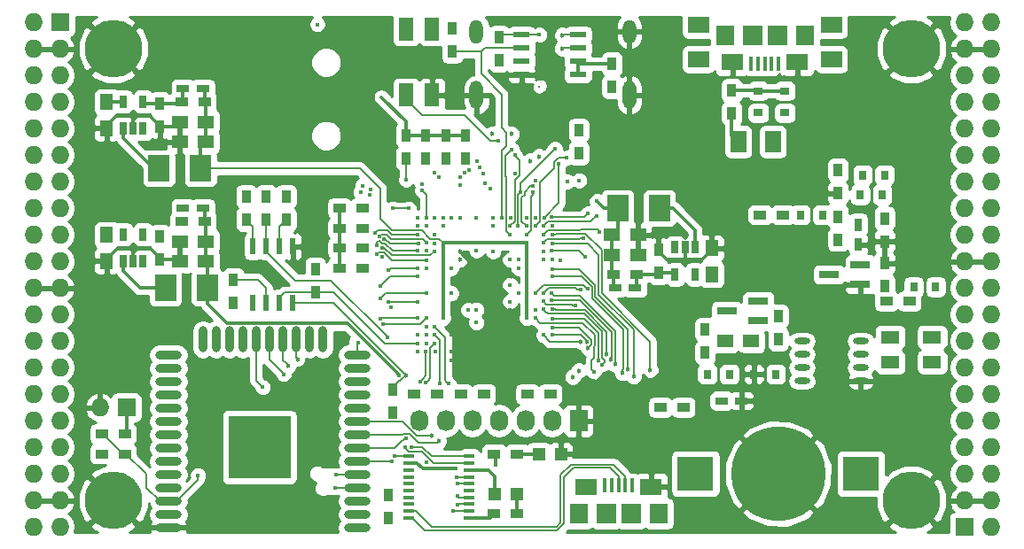
<source format=gbl>
G04 #@! TF.FileFunction,Copper,L4,Bot,Signal*
%FSLAX46Y46*%
G04 Gerber Fmt 4.6, Leading zero omitted, Abs format (unit mm)*
G04 Created by KiCad (PCBNEW 4.0.5+dfsg1-4) date Fri May  5 13:46:42 2017*
%MOMM*%
%LPD*%
G01*
G04 APERTURE LIST*
%ADD10C,0.100000*%
%ADD11R,3.500000X3.300000*%
%ADD12C,9.000000*%
%ADD13R,2.032000X1.524000*%
%ADD14R,2.000000X2.500000*%
%ADD15R,0.700000X1.200000*%
%ADD16R,1.250000X1.500000*%
%ADD17R,1.500000X1.250000*%
%ADD18R,1.524000X2.032000*%
%ADD19O,1.473200X0.609600*%
%ADD20R,0.800000X0.900000*%
%ADD21R,2.100000X1.600000*%
%ADD22R,1.900000X1.900000*%
%ADD23R,0.400000X1.350000*%
%ADD24R,1.800000X1.900000*%
%ADD25R,1.900000X0.800000*%
%ADD26R,1.200000X0.750000*%
%ADD27R,0.750000X1.200000*%
%ADD28R,0.900000X1.200000*%
%ADD29R,1.200000X0.900000*%
%ADD30O,1.300000X2.700000*%
%ADD31O,1.300000X2.300000*%
%ADD32R,0.600000X1.550000*%
%ADD33R,1.550000X0.600000*%
%ADD34O,2.500000X0.900000*%
%ADD35O,0.900000X2.500000*%
%ADD36R,6.000000X6.000000*%
%ADD37R,1.727200X1.727200*%
%ADD38O,1.727200X1.727200*%
%ADD39C,5.500000*%
%ADD40R,0.900000X0.800000*%
%ADD41R,1.000000X0.400000*%
%ADD42R,1.800000X1.200000*%
%ADD43R,1.400000X2.200000*%
%ADD44R,1.727200X2.032000*%
%ADD45O,1.727200X2.032000*%
%ADD46R,1.198880X1.198880*%
%ADD47C,0.400000*%
%ADD48C,0.454000*%
%ADD49C,0.190000*%
%ADD50C,0.300000*%
%ADD51C,0.200000*%
%ADD52C,0.254000*%
G04 APERTURE END LIST*
D10*
D11*
X174390000Y-105870000D03*
X158590000Y-105870000D03*
D12*
X166490000Y-105870000D03*
D13*
X171570000Y-62944000D03*
X171570000Y-66246000D03*
D14*
X107975000Y-88090000D03*
X111975000Y-88090000D03*
D15*
X105845000Y-85580000D03*
X104895000Y-85580000D03*
X103945000Y-85580000D03*
X103945000Y-82980000D03*
X105845000Y-82980000D03*
D14*
X155155000Y-80470000D03*
X151155000Y-80470000D03*
D15*
X156650000Y-84220000D03*
X157600000Y-84220000D03*
X158550000Y-84220000D03*
X158550000Y-86820000D03*
X156650000Y-86820000D03*
D14*
X107340000Y-76660000D03*
X111340000Y-76660000D03*
D15*
X105845000Y-72880000D03*
X104895000Y-72880000D03*
X103945000Y-72880000D03*
X103945000Y-70280000D03*
X105845000Y-70280000D03*
D16*
X102355000Y-70330000D03*
X102355000Y-72830000D03*
D17*
X111860000Y-85550000D03*
X109360000Y-85550000D03*
X111860000Y-83645000D03*
X109360000Y-83645000D03*
D16*
X102355000Y-83030000D03*
X102355000Y-85530000D03*
D17*
X150635000Y-84915000D03*
X153135000Y-84915000D03*
X150635000Y-83010000D03*
X153135000Y-83010000D03*
D16*
X160140000Y-86800000D03*
X160140000Y-84300000D03*
D17*
X111860000Y-72215000D03*
X109360000Y-72215000D03*
X111860000Y-74120000D03*
X109360000Y-74120000D03*
D18*
X162680000Y-74120000D03*
X165982000Y-74120000D03*
D13*
X158870000Y-66246000D03*
X158870000Y-62944000D03*
D19*
X174364000Y-93170000D03*
X174364000Y-94440000D03*
X174364000Y-95710000D03*
X174364000Y-96980000D03*
X168776000Y-96980000D03*
X168776000Y-95710000D03*
X168776000Y-94440000D03*
X168776000Y-93170000D03*
D17*
X161430000Y-93170000D03*
X163930000Y-93170000D03*
D20*
X159725000Y-96345000D03*
X161825000Y-96345000D03*
X179430000Y-88000000D03*
X181530000Y-88000000D03*
X176650000Y-77295000D03*
X174550000Y-77295000D03*
X170715000Y-81105000D03*
X168615000Y-81105000D03*
D21*
X154350000Y-107130000D03*
X148150000Y-107130000D03*
D22*
X152450000Y-109680000D03*
X150050000Y-109680000D03*
D23*
X152550000Y-107005000D03*
X151900000Y-107005000D03*
X151250000Y-107005000D03*
X150600000Y-107005000D03*
X149950000Y-107005000D03*
D24*
X155050000Y-109680000D03*
X147450000Y-109680000D03*
D21*
X162120000Y-66510000D03*
X168320000Y-66510000D03*
D22*
X164020000Y-63960000D03*
X166420000Y-63960000D03*
D23*
X163920000Y-66635000D03*
X164570000Y-66635000D03*
X165220000Y-66635000D03*
X165870000Y-66635000D03*
X166520000Y-66635000D03*
D24*
X161420000Y-63960000D03*
X169020000Y-63960000D03*
D25*
X164585000Y-89360000D03*
X164585000Y-91260000D03*
X161585000Y-90310000D03*
X174340000Y-85870000D03*
X174340000Y-87770000D03*
X171340000Y-86820000D03*
D26*
X111560000Y-80470000D03*
X109660000Y-80470000D03*
X150935000Y-88090000D03*
X152835000Y-88090000D03*
X111560000Y-69040000D03*
X109660000Y-69040000D03*
D27*
X174110000Y-82060000D03*
X174110000Y-83960000D03*
D28*
X159505000Y-94270000D03*
X159505000Y-92070000D03*
X176650000Y-87920000D03*
X176650000Y-85720000D03*
D29*
X179020000Y-89360000D03*
X176820000Y-89360000D03*
D28*
X176650000Y-81445000D03*
X176650000Y-83645000D03*
X166490000Y-90800000D03*
X166490000Y-93000000D03*
D29*
X155230000Y-99520000D03*
X157430000Y-99520000D03*
D28*
X172205000Y-81275000D03*
X172205000Y-83475000D03*
X129280000Y-107900000D03*
X129280000Y-110100000D03*
D29*
X166955000Y-81105000D03*
X164755000Y-81105000D03*
D28*
X172205000Y-76830000D03*
X172205000Y-79030000D03*
D29*
X111710000Y-81740000D03*
X109510000Y-81740000D03*
X111710000Y-70310000D03*
X109510000Y-70310000D03*
X150785000Y-86820000D03*
X152985000Y-86820000D03*
D28*
X107435000Y-85380000D03*
X107435000Y-83180000D03*
X107435000Y-72680000D03*
X107435000Y-70480000D03*
X155060000Y-84450000D03*
X155060000Y-86650000D03*
D29*
X126782000Y-86185000D03*
X124582000Y-86185000D03*
X126782000Y-84279000D03*
X124582000Y-84279000D03*
X126782000Y-82375000D03*
X124582000Y-82375000D03*
X126782000Y-80470000D03*
X124582000Y-80470000D03*
D28*
X130930000Y-75687000D03*
X130930000Y-73487000D03*
X132835000Y-75687000D03*
X132835000Y-73487000D03*
X134740000Y-75687000D03*
X134740000Y-73487000D03*
X136645000Y-75687000D03*
X136645000Y-73487000D03*
D30*
X152280000Y-69650000D03*
X137680000Y-69650000D03*
D31*
X137680000Y-63600000D03*
X152280000Y-63600000D03*
D32*
X116325000Y-84120000D03*
X117595000Y-84120000D03*
X118865000Y-84120000D03*
X120135000Y-84120000D03*
X120135000Y-89520000D03*
X118865000Y-89520000D03*
X117595000Y-89520000D03*
X116325000Y-89520000D03*
D26*
X161095000Y-98885000D03*
X162995000Y-98885000D03*
D33*
X141980000Y-67705000D03*
X141980000Y-66435000D03*
X141980000Y-65165000D03*
X141980000Y-63895000D03*
X147380000Y-63895000D03*
X147380000Y-65165000D03*
X147380000Y-66435000D03*
X147380000Y-67705000D03*
D20*
X166270000Y-96345000D03*
X164170000Y-96345000D03*
X174330000Y-79200000D03*
X176430000Y-79200000D03*
D34*
X126260434Y-111030338D03*
X126260434Y-109760338D03*
X126260434Y-108490338D03*
X126260434Y-107220338D03*
X126260434Y-105950338D03*
X126260434Y-104680338D03*
X126260434Y-103410338D03*
X126260434Y-102140338D03*
X126260434Y-100870338D03*
X126260434Y-99600338D03*
X126260434Y-98330338D03*
X126260434Y-97060338D03*
X126260434Y-95790338D03*
X126260434Y-94520338D03*
D35*
X122975434Y-93030338D03*
X121705434Y-93030338D03*
X120435434Y-93030338D03*
X119165434Y-93030338D03*
X117895434Y-93030338D03*
X116625434Y-93030338D03*
X115355434Y-93030338D03*
X114085434Y-93030338D03*
X112815434Y-93030338D03*
X111545434Y-93030338D03*
D34*
X108260434Y-94520338D03*
X108260434Y-95790338D03*
X108260434Y-97060338D03*
X108260434Y-98330338D03*
X108260434Y-99600338D03*
X108260434Y-100870338D03*
X108260434Y-102140338D03*
X108260434Y-103410338D03*
X108260434Y-104680338D03*
X108260434Y-105950338D03*
X108260434Y-107220338D03*
X108260434Y-108490338D03*
X108260434Y-109760338D03*
X108260434Y-111030338D03*
D36*
X116960434Y-103330338D03*
D37*
X97910000Y-62690000D03*
D38*
X95370000Y-62690000D03*
X97910000Y-65230000D03*
X95370000Y-65230000D03*
X97910000Y-67770000D03*
X95370000Y-67770000D03*
X97910000Y-70310000D03*
X95370000Y-70310000D03*
X97910000Y-72850000D03*
X95370000Y-72850000D03*
X97910000Y-75390000D03*
X95370000Y-75390000D03*
X97910000Y-77930000D03*
X95370000Y-77930000D03*
X97910000Y-80470000D03*
X95370000Y-80470000D03*
X97910000Y-83010000D03*
X95370000Y-83010000D03*
X97910000Y-85550000D03*
X95370000Y-85550000D03*
X97910000Y-88090000D03*
X95370000Y-88090000D03*
X97910000Y-90630000D03*
X95370000Y-90630000D03*
X97910000Y-93170000D03*
X95370000Y-93170000D03*
X97910000Y-95710000D03*
X95370000Y-95710000D03*
X97910000Y-98250000D03*
X95370000Y-98250000D03*
X97910000Y-100790000D03*
X95370000Y-100790000D03*
X97910000Y-103330000D03*
X95370000Y-103330000D03*
X97910000Y-105870000D03*
X95370000Y-105870000D03*
X97910000Y-108410000D03*
X95370000Y-108410000D03*
X97910000Y-110950000D03*
X95370000Y-110950000D03*
D37*
X184270000Y-110950000D03*
D38*
X186810000Y-110950000D03*
X184270000Y-108410000D03*
X186810000Y-108410000D03*
X184270000Y-105870000D03*
X186810000Y-105870000D03*
X184270000Y-103330000D03*
X186810000Y-103330000D03*
X184270000Y-100790000D03*
X186810000Y-100790000D03*
X184270000Y-98250000D03*
X186810000Y-98250000D03*
X184270000Y-95710000D03*
X186810000Y-95710000D03*
X184270000Y-93170000D03*
X186810000Y-93170000D03*
X184270000Y-90630000D03*
X186810000Y-90630000D03*
X184270000Y-88090000D03*
X186810000Y-88090000D03*
X184270000Y-85550000D03*
X186810000Y-85550000D03*
X184270000Y-83010000D03*
X186810000Y-83010000D03*
X184270000Y-80470000D03*
X186810000Y-80470000D03*
X184270000Y-77930000D03*
X186810000Y-77930000D03*
X184270000Y-75390000D03*
X186810000Y-75390000D03*
X184270000Y-72850000D03*
X186810000Y-72850000D03*
X184270000Y-70310000D03*
X186810000Y-70310000D03*
X184270000Y-67770000D03*
X186810000Y-67770000D03*
X184270000Y-65230000D03*
X186810000Y-65230000D03*
X184270000Y-62690000D03*
X186810000Y-62690000D03*
D39*
X102990000Y-108410000D03*
X179190000Y-108410000D03*
X179190000Y-65230000D03*
X102990000Y-65230000D03*
D40*
X167125000Y-69260000D03*
X167125000Y-71360000D03*
X164585000Y-69260000D03*
X164585000Y-71360000D03*
D28*
X162045000Y-71410000D03*
X162045000Y-69210000D03*
X139820000Y-66330000D03*
X139820000Y-64130000D03*
X135375000Y-63300000D03*
X135375000Y-65500000D03*
X150615000Y-68870000D03*
X150615000Y-66670000D03*
X147440000Y-75220000D03*
X147440000Y-73020000D03*
D41*
X137005000Y-104215000D03*
X137005000Y-104865000D03*
X137005000Y-105515000D03*
X137005000Y-106165000D03*
X137005000Y-106815000D03*
X137005000Y-107465000D03*
X137005000Y-108115000D03*
X137005000Y-108765000D03*
X137005000Y-109415000D03*
X137005000Y-110065000D03*
X131205000Y-110065000D03*
X131205000Y-109415000D03*
X131205000Y-108765000D03*
X131205000Y-108115000D03*
X131205000Y-107465000D03*
X131205000Y-106815000D03*
X131205000Y-106165000D03*
X131205000Y-105515000D03*
X131205000Y-104865000D03*
X131205000Y-104215000D03*
D28*
X119500000Y-79370000D03*
X119500000Y-81570000D03*
X114480000Y-89500000D03*
X114480000Y-87300000D03*
X129660000Y-99985000D03*
X129660000Y-97785000D03*
X117595000Y-79370000D03*
X117595000Y-81570000D03*
X122280000Y-86300000D03*
X122280000Y-88500000D03*
X115690000Y-79370000D03*
X115690000Y-81570000D03*
D29*
X144730000Y-98250000D03*
X142530000Y-98250000D03*
X138380000Y-98250000D03*
X136180000Y-98250000D03*
X131735000Y-98250000D03*
X133935000Y-98250000D03*
X101890000Y-103965000D03*
X104090000Y-103965000D03*
D42*
X177190000Y-95200000D03*
X181190000Y-95200000D03*
X181190000Y-92800000D03*
X177190000Y-92800000D03*
D43*
X133450000Y-63350000D03*
X133450000Y-69650000D03*
X130950000Y-69650000D03*
X130950000Y-63350000D03*
D37*
X104260000Y-99520000D03*
D38*
X101720000Y-99520000D03*
D44*
X147440000Y-100790000D03*
D45*
X144900000Y-100790000D03*
X142360000Y-100790000D03*
X139820000Y-100790000D03*
X137280000Y-100790000D03*
X134740000Y-100790000D03*
X132200000Y-100790000D03*
D29*
X101890000Y-102060000D03*
X104090000Y-102060000D03*
D46*
X143630980Y-104000000D03*
X145729020Y-104000000D03*
X141504020Y-107775000D03*
X139405980Y-107775000D03*
D29*
X139355000Y-103965000D03*
X141555000Y-103965000D03*
X139355000Y-109680000D03*
X141555000Y-109680000D03*
D47*
X145680000Y-85422010D03*
X146474680Y-71591464D03*
X147980000Y-71421198D03*
X144973174Y-71597397D03*
X100017740Y-79439515D03*
X132880424Y-84565132D03*
X133710711Y-94200625D03*
X143480000Y-71900000D03*
X141986140Y-71899854D03*
X144080000Y-84600000D03*
X145680000Y-94200000D03*
X136080000Y-89400000D03*
X140880000Y-90200000D03*
X135280000Y-95000000D03*
X135280000Y-94200000D03*
X142480000Y-94200000D03*
X140880000Y-93400000D03*
X139280000Y-93400000D03*
X137680000Y-93400000D03*
X136080000Y-93400000D03*
X136880000Y-92600000D03*
X135280000Y-92600000D03*
X132880000Y-91800000D03*
X132880000Y-93400000D03*
X132880000Y-82200000D03*
D48*
X139282888Y-90185466D03*
X141042859Y-86994997D03*
X139280000Y-87000000D03*
X136110990Y-86995403D03*
X139280000Y-88600000D03*
X137680000Y-87000000D03*
X136080000Y-84600000D03*
D47*
X149185000Y-79800000D03*
X137665894Y-91402446D03*
X135273306Y-88618602D03*
X139272517Y-84611349D03*
X137680556Y-84534085D03*
X141680000Y-86200000D03*
X135280000Y-86200000D03*
X132880000Y-92600000D03*
X132080000Y-92600000D03*
X141680000Y-88600000D03*
X141680000Y-85400000D03*
X130307011Y-96427632D03*
X140880000Y-89400000D03*
X137680000Y-90172990D03*
X140880000Y-87800000D03*
X140880000Y-85400000D03*
X136880000Y-90200000D03*
D48*
X136080000Y-85400000D03*
D47*
X139280000Y-82200000D03*
X142480000Y-91000000D03*
X142480000Y-83800000D03*
X134480000Y-83800000D03*
X134480000Y-91000000D03*
X135884156Y-106800406D03*
X134989952Y-97239158D03*
X133680000Y-91800000D03*
D48*
X134074414Y-102752225D03*
D47*
X135855186Y-108022639D03*
X134198152Y-97269984D03*
D48*
X133449289Y-102232615D03*
D47*
X133680000Y-92600000D03*
X129563728Y-104680338D03*
X132918584Y-104800000D03*
X135853254Y-108792386D03*
X132849983Y-97161003D03*
X133685668Y-93402482D03*
X132322256Y-97030173D03*
X135471949Y-109409592D03*
X132858000Y-94197073D03*
X130930000Y-102458384D03*
X122480000Y-62900000D03*
D48*
X145851858Y-65189228D03*
X145873729Y-63920849D03*
D47*
X143680000Y-63900000D03*
X140080000Y-81400000D03*
X129300895Y-86421505D03*
X132080000Y-86200000D03*
X117280000Y-97600000D03*
X119260183Y-96350895D03*
D48*
X119709193Y-95550883D03*
X120634035Y-94977604D03*
D47*
X147480000Y-77822010D03*
X146387166Y-77918991D03*
X129500486Y-89949358D03*
X131453853Y-103296209D03*
X144885216Y-91021238D03*
D48*
X149288902Y-95043868D03*
D47*
X144885689Y-90132858D03*
D48*
X150129901Y-94414903D03*
D47*
X144890381Y-83866022D03*
D48*
X152680000Y-96550990D03*
D47*
X144894101Y-83022010D03*
D48*
X154275598Y-95924907D03*
D47*
X144901285Y-86268736D03*
D48*
X152118693Y-95894785D03*
X151619585Y-96228215D03*
D47*
X144888562Y-86993817D03*
D48*
X150902589Y-95397137D03*
D47*
X144877648Y-88622010D03*
X144869421Y-89288847D03*
D48*
X150496552Y-94981555D03*
X148342288Y-93839222D03*
D47*
X144882782Y-91877646D03*
D48*
X147644473Y-93229475D03*
D47*
X144080000Y-92600000D03*
D48*
X148224044Y-93270369D03*
D47*
X144882352Y-92577990D03*
D48*
X130952023Y-96441355D03*
D47*
X129165097Y-92798691D03*
X132080000Y-93400000D03*
X132080000Y-94200000D03*
X128649840Y-85087828D03*
X111080000Y-106000000D03*
X129300093Y-89445563D03*
X132080000Y-89444020D03*
X130839486Y-103354982D03*
X132880000Y-86200000D03*
X129880000Y-104200000D03*
X128480868Y-89100504D03*
X132880000Y-88600000D03*
X135778649Y-106163691D03*
X124253981Y-105982535D03*
X128480531Y-87939482D03*
X132080000Y-87000000D03*
X126419021Y-93309408D03*
X124202418Y-107207639D03*
X139782500Y-74073458D03*
D48*
X139185419Y-73378045D03*
X141029139Y-73391006D03*
X143625670Y-75521246D03*
X142775852Y-75939146D03*
D47*
X135274882Y-81390604D03*
X134480367Y-81390604D03*
X134058357Y-77465303D03*
X133668154Y-77111081D03*
X126773709Y-78308800D03*
X126604386Y-78926444D03*
X127445822Y-79226361D03*
X127566271Y-78713298D03*
X132504562Y-78200000D03*
X132505009Y-78796823D03*
X132884441Y-81391117D03*
X128015079Y-82815439D03*
X132084319Y-83022010D03*
X128394914Y-83180771D03*
X132886504Y-83777990D03*
X128874210Y-83399899D03*
X132117443Y-83866021D03*
X128177048Y-84024868D03*
X132032194Y-84565132D03*
X128656426Y-84243816D03*
X133671942Y-84595200D03*
X128149677Y-84889870D03*
X132875802Y-85421990D03*
D48*
X146880000Y-96600000D03*
X147440156Y-96014538D03*
D47*
X148880000Y-96100000D03*
X143280000Y-91000000D03*
X144082424Y-90132858D03*
X149700826Y-95417640D03*
X147123968Y-89767616D03*
X144035793Y-89397606D03*
X143281824Y-90201951D03*
X144080517Y-85397219D03*
X144886544Y-85385186D03*
X149400006Y-82723643D03*
X144080000Y-83000000D03*
X144885092Y-82177990D03*
X147595986Y-88289581D03*
X144082832Y-88584510D03*
X148280000Y-88177990D03*
X143278026Y-88595030D03*
X149129066Y-81214474D03*
X144076901Y-82186448D03*
X148337768Y-80975785D03*
X144866392Y-81333979D03*
X139280000Y-81400000D03*
X139030990Y-78600803D03*
X138474753Y-78117762D03*
X138291969Y-77164182D03*
X137754556Y-75974186D03*
X137974958Y-76577236D03*
X137680000Y-81400000D03*
X136967862Y-76797850D03*
X136540508Y-77107981D03*
X136123321Y-77473680D03*
X136102010Y-78268593D03*
X136080000Y-81400000D03*
X148063983Y-85114902D03*
X144877691Y-84532933D03*
X147880000Y-83319858D03*
X144080000Y-83800000D03*
X143019945Y-78903038D03*
X142473549Y-82998913D03*
X143086704Y-78380271D03*
X142457990Y-82191394D03*
X145520358Y-76270654D03*
X144146021Y-81374784D03*
X143323210Y-77837480D03*
X146289107Y-75636632D03*
X143302010Y-82194992D03*
X143302010Y-81381735D03*
X145172870Y-74792620D03*
X141853043Y-78968642D03*
X141657990Y-82130345D03*
X142457990Y-81382236D03*
X140924011Y-81375594D03*
X141346021Y-77170289D03*
X141046643Y-74873804D03*
X140864029Y-83041403D03*
X141329877Y-75415642D03*
X140902010Y-82179283D03*
X133680000Y-82977990D03*
X132080000Y-81400000D03*
X132080000Y-82177990D03*
X130976883Y-77755103D03*
X133680000Y-81400000D03*
X133680000Y-83822010D03*
X128751569Y-91548991D03*
X132880000Y-91000000D03*
X128512456Y-91079346D03*
X132077648Y-90977990D03*
X129680000Y-80500000D03*
X131180000Y-80500000D03*
X134480000Y-82200000D03*
X139480000Y-105000000D03*
X135680000Y-105400000D03*
D49*
X143680000Y-68900000D02*
X143780000Y-68800000D01*
D50*
X137680000Y-86200000D02*
X137680000Y-86600000D01*
X136080000Y-84600000D02*
X137680000Y-86200000D01*
X139280000Y-90182578D02*
X139282888Y-90185466D01*
X139280000Y-88600000D02*
X139280000Y-90182578D01*
X159215000Y-85350000D02*
X157600000Y-85350000D01*
X157600000Y-85350000D02*
X155810000Y-85350000D01*
X157600000Y-84220000D02*
X157600000Y-85350000D01*
X160140000Y-84300000D02*
X160140000Y-84425000D01*
X160140000Y-84425000D02*
X159215000Y-85350000D01*
X155810000Y-85350000D02*
X155060000Y-84600000D01*
X155060000Y-84600000D02*
X155060000Y-84450000D01*
X109360000Y-85550000D02*
X109360000Y-83645000D01*
X107435000Y-85380000D02*
X109190000Y-85380000D01*
X109190000Y-85380000D02*
X109360000Y-85550000D01*
X102355000Y-85530000D02*
X102355000Y-85345398D01*
X102355000Y-85345398D02*
X103420398Y-84280000D01*
X103420398Y-84280000D02*
X104895000Y-84280000D01*
X102355000Y-72830000D02*
X102355000Y-72594893D01*
X102355000Y-72594893D02*
X103369893Y-71580000D01*
X103369893Y-71580000D02*
X104895000Y-71580000D01*
X104895000Y-71580000D02*
X106405626Y-71580000D01*
X106405626Y-71580000D02*
X107435000Y-72609374D01*
X107435000Y-72609374D02*
X107435000Y-72680000D01*
X106485000Y-84280000D02*
X104895000Y-84280000D01*
X104895000Y-85580000D02*
X104895000Y-84280000D01*
X107435000Y-85380000D02*
X107435000Y-85230000D01*
X107435000Y-85230000D02*
X106485000Y-84280000D01*
X104895000Y-71580000D02*
X104895000Y-72880000D01*
X109360000Y-72215000D02*
X109360000Y-74120000D01*
X107435000Y-72680000D02*
X108895000Y-72680000D01*
X108895000Y-72680000D02*
X109360000Y-72215000D01*
X109340000Y-72195000D02*
X109360000Y-72215000D01*
X141037856Y-87000000D02*
X141042859Y-86994997D01*
X139280000Y-87000000D02*
X141037856Y-87000000D01*
X136432016Y-86995403D02*
X136110990Y-86995403D01*
X137284597Y-86995403D02*
X136432016Y-86995403D01*
X137680000Y-86600000D02*
X137284597Y-86995403D01*
X137680000Y-86600000D02*
X137680000Y-87000000D01*
X162045000Y-71410000D02*
X162045000Y-73485000D01*
X162045000Y-73485000D02*
X162680000Y-74120000D01*
X102355000Y-70330000D02*
X103895000Y-70330000D01*
X103895000Y-70330000D02*
X103945000Y-70280000D01*
X151155000Y-80470000D02*
X149855000Y-80470000D01*
X149855000Y-80470000D02*
X149185000Y-79800000D01*
X150785000Y-86820000D02*
X150785000Y-87940000D01*
X150785000Y-87940000D02*
X150935000Y-88090000D01*
X150635000Y-84915000D02*
X150635000Y-86670000D01*
X150635000Y-86670000D02*
X150785000Y-86820000D01*
X150635000Y-83010000D02*
X150635000Y-84915000D01*
X151155000Y-80470000D02*
X151155000Y-82490000D01*
X151155000Y-82490000D02*
X150635000Y-83010000D01*
X103945000Y-85580000D02*
X103945000Y-86480000D01*
X103945000Y-86480000D02*
X105555000Y-88090000D01*
X105555000Y-88090000D02*
X106675000Y-88090000D01*
X106675000Y-88090000D02*
X107975000Y-88090000D01*
X155155000Y-80470000D02*
X156455000Y-80470000D01*
X156455000Y-80470000D02*
X158550000Y-82565000D01*
X158550000Y-82565000D02*
X158550000Y-83320000D01*
X158550000Y-83320000D02*
X158550000Y-84220000D01*
X130107012Y-96227633D02*
X130307011Y-96427632D01*
X125382707Y-91503328D02*
X130107012Y-96227633D01*
X113838328Y-91503328D02*
X125382707Y-91503328D01*
X111975000Y-89640000D02*
X113838328Y-91503328D01*
X111975000Y-88090000D02*
X111975000Y-89640000D01*
X111710000Y-81740000D02*
X111710000Y-80620000D01*
X111710000Y-80620000D02*
X111560000Y-80470000D01*
X111860000Y-83645000D02*
X111860000Y-81890000D01*
X111860000Y-81890000D02*
X111710000Y-81740000D01*
X111860000Y-83645000D02*
X111860000Y-85550000D01*
X111975000Y-88090000D02*
X111975000Y-85665000D01*
X111975000Y-85665000D02*
X111860000Y-85550000D01*
D49*
X112530000Y-76660000D02*
X111340000Y-76660000D01*
X134080000Y-83400000D02*
X133280000Y-83400000D01*
X128480000Y-78600000D02*
X126540000Y-76660000D01*
X129594910Y-82600000D02*
X128480000Y-81485090D01*
X132480000Y-82600000D02*
X129594910Y-82600000D01*
X133280000Y-83400000D02*
X132480000Y-82600000D01*
X128480000Y-81485090D02*
X128480000Y-78600000D01*
X126540000Y-76660000D02*
X112530000Y-76660000D01*
X134480000Y-83800000D02*
X134080000Y-83400000D01*
D50*
X142480000Y-83800000D02*
X142480000Y-91000000D01*
X134480000Y-83800000D02*
X142480000Y-83800000D01*
X134480000Y-91000000D02*
X134480000Y-83800000D01*
X111710000Y-70310000D02*
X111710000Y-69190000D01*
X111710000Y-69190000D02*
X111560000Y-69040000D01*
X111860000Y-72215000D02*
X111860000Y-70460000D01*
X111860000Y-70460000D02*
X111710000Y-70310000D01*
X111860000Y-74120000D02*
X111860000Y-72215000D01*
X111340000Y-76660000D02*
X111340000Y-74640000D01*
X111340000Y-74640000D02*
X111860000Y-74120000D01*
X103945000Y-72880000D02*
X103945000Y-73780000D01*
X106825000Y-76660000D02*
X107340000Y-76660000D01*
X103945000Y-73780000D02*
X106825000Y-76660000D01*
X152985000Y-86820000D02*
X152985000Y-87940000D01*
X152985000Y-87940000D02*
X152835000Y-88090000D01*
X155060000Y-86650000D02*
X156480000Y-86650000D01*
X156480000Y-86650000D02*
X156650000Y-86820000D01*
X152985000Y-86820000D02*
X154890000Y-86820000D01*
X154890000Y-86820000D02*
X155060000Y-86650000D01*
X107435000Y-70480000D02*
X106045000Y-70480000D01*
X106045000Y-70480000D02*
X105845000Y-70280000D01*
X107435000Y-70480000D02*
X109340000Y-70480000D01*
X109340000Y-70480000D02*
X109510000Y-70310000D01*
X109660000Y-69040000D02*
X109660000Y-70160000D01*
X109660000Y-70160000D02*
X109510000Y-70310000D01*
D49*
X137005000Y-106815000D02*
X135898750Y-106815000D01*
X135898750Y-106815000D02*
X135884156Y-106800406D01*
X134789953Y-97039159D02*
X134989952Y-97239158D01*
X134680000Y-96929206D02*
X134789953Y-97039159D01*
X133680000Y-91800000D02*
X134680000Y-92800000D01*
X134680000Y-92800000D02*
X134680000Y-96929206D01*
X130623484Y-102140338D02*
X130727439Y-102036383D01*
X126260434Y-102140338D02*
X130623484Y-102140338D01*
X130727439Y-102036383D02*
X131310378Y-102036383D01*
X133936813Y-102889826D02*
X134074414Y-102752225D01*
X132163821Y-102889826D02*
X133936813Y-102889826D01*
X131310378Y-102036383D02*
X132163821Y-102889826D01*
X137005000Y-108115000D02*
X135947547Y-108115000D01*
X135947547Y-108115000D02*
X135855186Y-108022639D01*
X134198152Y-93118152D02*
X134198152Y-96987142D01*
X133680000Y-92600000D02*
X134198152Y-93118152D01*
X134198152Y-96987142D02*
X134198152Y-97269984D01*
X133128263Y-102232615D02*
X133449289Y-102232615D01*
X131954931Y-102232615D02*
X133128263Y-102232615D01*
X126260434Y-100870338D02*
X130592654Y-100870338D01*
X130592654Y-100870338D02*
X131954931Y-102232615D01*
X126260434Y-104680338D02*
X129563728Y-104680338D01*
X137005000Y-108765000D02*
X135880640Y-108765000D01*
X135880640Y-108765000D02*
X135853254Y-108792386D01*
X133049982Y-96961004D02*
X132849983Y-97161003D01*
X133280576Y-96730410D02*
X133049982Y-96961004D01*
X133280576Y-93807574D02*
X133280576Y-96730410D01*
X133685668Y-93402482D02*
X133280576Y-93807574D01*
X132522255Y-96830174D02*
X132322256Y-97030173D01*
X132858000Y-96494429D02*
X132522255Y-96830174D01*
X132858000Y-94197073D02*
X132858000Y-96494429D01*
X137005000Y-109415000D02*
X135477357Y-109415000D01*
X135477357Y-109415000D02*
X135471949Y-109409592D01*
X126260434Y-103410338D02*
X129880000Y-103410338D01*
X130730001Y-102658383D02*
X130631955Y-102658383D01*
X130631955Y-102658383D02*
X129880000Y-103410338D01*
X130930000Y-102458384D02*
X130730001Y-102658383D01*
D50*
X124582000Y-84279000D02*
X124582000Y-86185000D01*
X124582000Y-82375000D02*
X124582000Y-84279000D01*
X124582000Y-80470000D02*
X124582000Y-82375000D01*
X128779999Y-70060978D02*
X128580000Y-69860979D01*
X130930000Y-72210979D02*
X128779999Y-70060978D01*
X130930000Y-73487000D02*
X130930000Y-72210979D01*
X134740000Y-73487000D02*
X136645000Y-73487000D01*
X132835000Y-73487000D02*
X134740000Y-73487000D01*
X130930000Y-73487000D02*
X132835000Y-73487000D01*
D49*
X145876086Y-65165000D02*
X145851858Y-65189228D01*
X147380000Y-65165000D02*
X145876086Y-65165000D01*
X145899578Y-63895000D02*
X145873729Y-63920849D01*
X147380000Y-63895000D02*
X145899578Y-63895000D01*
X143680000Y-63900000D02*
X141985000Y-63900000D01*
X141985000Y-63900000D02*
X141980000Y-63895000D01*
X141980000Y-63895000D02*
X140055000Y-63895000D01*
X140055000Y-63895000D02*
X139820000Y-64130000D01*
X138115000Y-67635000D02*
X138115000Y-65500000D01*
X140080000Y-69600000D02*
X138115000Y-67635000D01*
X140513618Y-73234098D02*
X140080000Y-72800480D01*
X140080000Y-74951680D02*
X140513618Y-74518062D01*
X140080000Y-72800480D02*
X140080000Y-69600000D01*
X140513618Y-74518062D02*
X140513618Y-73234098D01*
X140080000Y-81400000D02*
X140080000Y-74951680D01*
X135375000Y-65500000D02*
X138115000Y-65500000D01*
X138115000Y-65500000D02*
X138450000Y-65165000D01*
X138450000Y-65165000D02*
X141980000Y-65165000D01*
D50*
X147380000Y-67705000D02*
X147380000Y-66435000D01*
X150615000Y-66670000D02*
X147615000Y-66670000D01*
X147615000Y-66670000D02*
X147380000Y-66435000D01*
D49*
X132080000Y-86200000D02*
X129522400Y-86200000D01*
X129500894Y-86221506D02*
X129300895Y-86421505D01*
X129522400Y-86200000D02*
X129500894Y-86221506D01*
X117280000Y-97600000D02*
X116625434Y-96945434D01*
X116625434Y-96945434D02*
X116625434Y-93536964D01*
X116625434Y-93536964D02*
X116625434Y-93030338D01*
X119060184Y-96150896D02*
X119260183Y-96350895D01*
X117895434Y-94986146D02*
X119060184Y-96150896D01*
X117895434Y-93030338D02*
X117895434Y-94986146D01*
X117895434Y-93030338D02*
X117895434Y-93830338D01*
X119482194Y-95323884D02*
X119709193Y-95550883D01*
X119165434Y-95007124D02*
X119482194Y-95323884D01*
X119165434Y-93030338D02*
X119165434Y-95007124D01*
X120435434Y-93030338D02*
X120435434Y-94779003D01*
X120435434Y-94779003D02*
X120634035Y-94977604D01*
D50*
X164585000Y-69260000D02*
X167125000Y-69260000D01*
X162045000Y-69210000D02*
X164535000Y-69210000D01*
X164535000Y-69210000D02*
X164585000Y-69260000D01*
D49*
X131736695Y-103296209D02*
X131453853Y-103296209D01*
X132487676Y-103296209D02*
X131736695Y-103296209D01*
X133406467Y-104215000D02*
X132487676Y-103296209D01*
X137005000Y-104215000D02*
X133406467Y-104215000D01*
X137005000Y-104215000D02*
X136705000Y-104215000D01*
X145168058Y-91021238D02*
X144885216Y-91021238D01*
X147949559Y-91021238D02*
X145168058Y-91021238D01*
X149307067Y-92378746D02*
X147949559Y-91021238D01*
X149307067Y-94704677D02*
X149307067Y-92378746D01*
X149288902Y-94722842D02*
X149307067Y-94704677D01*
X149288902Y-95043868D02*
X149288902Y-94722842D01*
X145168531Y-90132858D02*
X144885689Y-90132858D01*
X150129901Y-92304938D02*
X148014587Y-90189624D01*
X150129901Y-94414903D02*
X150129901Y-92304938D01*
X148014587Y-90189624D02*
X145225297Y-90189624D01*
X145225297Y-90189624D02*
X145168531Y-90132858D01*
X148279859Y-83866022D02*
X145173223Y-83866022D01*
X149336023Y-84922186D02*
X148279859Y-83866022D01*
X149336023Y-88747175D02*
X149336023Y-84922186D01*
X152680000Y-92091152D02*
X149336023Y-88747175D01*
X145173223Y-83866022D02*
X144890381Y-83866022D01*
D51*
X152680000Y-96550990D02*
X152680000Y-92091152D01*
D49*
X149653034Y-84468330D02*
X148082561Y-82897857D01*
X149653034Y-88601724D02*
X149653034Y-84468330D01*
X145279087Y-82919866D02*
X145176943Y-83022010D01*
X147677439Y-82897857D02*
X147655430Y-82919866D01*
X154275598Y-93224288D02*
X149653034Y-88601724D01*
X147655430Y-82919866D02*
X145279087Y-82919866D01*
X148082561Y-82897857D02*
X147677439Y-82897857D01*
X145176943Y-83022010D02*
X144894101Y-83022010D01*
D51*
X154275598Y-95924907D02*
X154275598Y-93224288D01*
D49*
X145184127Y-86268736D02*
X144901285Y-86268736D01*
X147421619Y-86268736D02*
X145184127Y-86268736D01*
X149019012Y-87866129D02*
X147421619Y-86268736D01*
X149019012Y-88942371D02*
X149019012Y-87866129D01*
X152118693Y-92042052D02*
X149019012Y-88942371D01*
X152118693Y-95894785D02*
X152118693Y-92042052D01*
X148702001Y-89073681D02*
X151668601Y-92040281D01*
X151668601Y-92040281D02*
X151668601Y-95858173D01*
X151668601Y-95858173D02*
X151619585Y-95907189D01*
X151619585Y-95907189D02*
X151619585Y-96228215D01*
X144888562Y-86993817D02*
X147698379Y-86993817D01*
X147698379Y-86993817D02*
X148702001Y-87997439D01*
X148702001Y-87997439D02*
X148702001Y-89073681D01*
X147546972Y-88822009D02*
X150945554Y-92220591D01*
X145077647Y-88822009D02*
X147546972Y-88822009D01*
X150945554Y-95354172D02*
X150902589Y-95397137D01*
X150945554Y-92220591D02*
X150945554Y-95354172D01*
X144877648Y-88622010D02*
X145077647Y-88822009D01*
X150578903Y-92302261D02*
X147565489Y-89288847D01*
X150578903Y-94899204D02*
X150578903Y-92302261D01*
X145152263Y-89288847D02*
X144869421Y-89288847D01*
X147565489Y-89288847D02*
X145152263Y-89288847D01*
X150496552Y-94981555D02*
X150578903Y-94899204D01*
X148673045Y-93054848D02*
X148673045Y-93485890D01*
X148569287Y-93612223D02*
X148342288Y-93839222D01*
X148673045Y-93485890D02*
X148569287Y-93589648D01*
X147495843Y-91877646D02*
X148673045Y-93054848D01*
X148569287Y-93589648D02*
X148569287Y-93612223D01*
X144882782Y-91877646D02*
X147495843Y-91877646D01*
X147323447Y-93229475D02*
X147644473Y-93229475D01*
X144080000Y-92600000D02*
X144709475Y-93229475D01*
X144709475Y-93229475D02*
X147323447Y-93229475D01*
X147657510Y-92577990D02*
X148224044Y-93144524D01*
X144882352Y-92577990D02*
X147657510Y-92577990D01*
X148224044Y-93144524D02*
X148224044Y-93270369D01*
X118865000Y-84120000D02*
X118865000Y-82205000D01*
X118865000Y-82205000D02*
X119500000Y-81570000D01*
X116780000Y-87300000D02*
X117595000Y-88115000D01*
X117595000Y-88115000D02*
X117595000Y-89520000D01*
X114480000Y-87300000D02*
X116780000Y-87300000D01*
X120135000Y-89520000D02*
X123996192Y-89520000D01*
X123996192Y-89520000D02*
X130917547Y-96441355D01*
X130917547Y-96441355D02*
X130952023Y-96441355D01*
X130725024Y-96668354D02*
X130952023Y-96441355D01*
X130300000Y-96995000D02*
X130398378Y-96995000D01*
X130398378Y-96995000D02*
X130725024Y-96668354D01*
X129660000Y-97635000D02*
X130300000Y-96995000D01*
X129660000Y-97785000D02*
X129660000Y-97635000D01*
X128965098Y-92598692D02*
X129165097Y-92798691D01*
X123771615Y-87405209D02*
X128965098Y-92598692D01*
X117595000Y-84595000D02*
X120405209Y-87405209D01*
X117595000Y-84120000D02*
X117595000Y-84595000D01*
X120405209Y-87405209D02*
X123771615Y-87405209D01*
X117595000Y-84120000D02*
X117595000Y-81570000D01*
X118865000Y-89520000D02*
X118865000Y-89045000D01*
X118865000Y-89045000D02*
X119387001Y-88522999D01*
X119387001Y-88522999D02*
X124051238Y-88522999D01*
X132079742Y-93399742D02*
X132080000Y-93400000D01*
X124051238Y-88522999D02*
X128927981Y-93399742D01*
X128927981Y-93399742D02*
X132079742Y-93399742D01*
X116325000Y-84120000D02*
X116325000Y-82205000D01*
X116325000Y-82205000D02*
X115690000Y-81570000D01*
X111080000Y-106000000D02*
X111080000Y-106470772D01*
X111080000Y-106470772D02*
X109060434Y-108490338D01*
X109060434Y-108490338D02*
X108260434Y-108490338D01*
X106165000Y-105890000D02*
X106165000Y-107194904D01*
X106165000Y-107194904D02*
X107460434Y-108490338D01*
X107460434Y-108490338D02*
X108260434Y-108490338D01*
X104090000Y-103965000D02*
X104240000Y-103965000D01*
X104240000Y-103965000D02*
X106165000Y-105890000D01*
X101890000Y-102060000D02*
X102040000Y-102060000D01*
X102040000Y-102060000D02*
X103945000Y-103965000D01*
X103945000Y-103965000D02*
X104090000Y-103965000D01*
X129301636Y-89444020D02*
X129300093Y-89445563D01*
X132080000Y-89444020D02*
X129301636Y-89444020D01*
X133608146Y-104865000D02*
X132461356Y-103718210D01*
X132461356Y-103718210D02*
X131202714Y-103718210D01*
X131039485Y-103554981D02*
X130839486Y-103354982D01*
X131202714Y-103718210D02*
X131039485Y-103554981D01*
X137005000Y-104865000D02*
X133608146Y-104865000D01*
X137005000Y-104865000D02*
X136315000Y-104865000D01*
X130500000Y-104200000D02*
X129880000Y-104200000D01*
X131205000Y-104215000D02*
X130515000Y-104215000D01*
X130515000Y-104215000D02*
X130500000Y-104200000D01*
X128680867Y-88900505D02*
X128480868Y-89100504D01*
X128981372Y-88600000D02*
X128680867Y-88900505D01*
X132880000Y-88600000D02*
X128981372Y-88600000D01*
X137005000Y-106165000D02*
X135779958Y-106165000D01*
X135779958Y-106165000D02*
X135778649Y-106163691D01*
X136940000Y-106100000D02*
X137005000Y-106165000D01*
X126260434Y-105950338D02*
X124286178Y-105950338D01*
X124286178Y-105950338D02*
X124253981Y-105982535D01*
X132080000Y-87000000D02*
X129420013Y-87000000D01*
X129420013Y-87000000D02*
X128680530Y-87739483D01*
X128680530Y-87739483D02*
X128480531Y-87939482D01*
X126260434Y-94520338D02*
X126260434Y-93467995D01*
X126260434Y-93467995D02*
X126419021Y-93309408D01*
X126260434Y-107220338D02*
X124215117Y-107220338D01*
X124215117Y-107220338D02*
X124202418Y-107207639D01*
X139007987Y-74073458D02*
X139499658Y-74073458D01*
X130950000Y-69650000D02*
X130950000Y-70050000D01*
X132500000Y-71600000D02*
X136534529Y-71600000D01*
X136534529Y-71600000D02*
X139007987Y-74073458D01*
X130950000Y-70050000D02*
X132500000Y-71600000D01*
X139499658Y-74073458D02*
X139782500Y-74073458D01*
X146936142Y-105298181D02*
X150408181Y-105298181D01*
X146033671Y-110644713D02*
X146033671Y-106200652D01*
X150408181Y-105298181D02*
X151250000Y-106140000D01*
X151250000Y-106140000D02*
X151250000Y-107005000D01*
X132740000Y-111300000D02*
X145378384Y-111300000D01*
X145378384Y-111300000D02*
X146033671Y-110644713D01*
X146033671Y-106200652D02*
X146936142Y-105298181D01*
X131505000Y-110065000D02*
X132740000Y-111300000D01*
X131205000Y-110065000D02*
X131505000Y-110065000D01*
X145315793Y-110914270D02*
X145716660Y-110513403D01*
X131205000Y-109415000D02*
X131895000Y-109415000D01*
X146728058Y-104981170D02*
X150741170Y-104981170D01*
X131895000Y-109415000D02*
X133394270Y-110914270D01*
X133394270Y-110914270D02*
X145315793Y-110914270D01*
X145716660Y-110513403D02*
X145716660Y-105992568D01*
X145716660Y-105992568D02*
X146728058Y-104981170D01*
X150741170Y-104981170D02*
X151900000Y-106140000D01*
X151900000Y-106140000D02*
X151900000Y-107005000D01*
X132705008Y-78996822D02*
X132505009Y-78796823D01*
X132884441Y-81391117D02*
X132884441Y-79176255D01*
X132884441Y-79176255D02*
X132705008Y-78996822D01*
X129162030Y-82615440D02*
X128215078Y-82615440D01*
X128215078Y-82615440D02*
X128015079Y-82815439D01*
X132084319Y-83022010D02*
X129568600Y-83022010D01*
X129568600Y-83022010D02*
X129162030Y-82615440D01*
X128594913Y-82980772D02*
X128394914Y-83180771D01*
X129542280Y-83444011D02*
X129075659Y-82977390D01*
X128598295Y-82977390D02*
X128594913Y-82980772D01*
X129075659Y-82977390D02*
X128598295Y-82977390D01*
X132552525Y-83444011D02*
X129542280Y-83444011D01*
X132886504Y-83777990D02*
X132552525Y-83444011D01*
X128932099Y-83399899D02*
X128874210Y-83399899D01*
X129398221Y-83866021D02*
X128932099Y-83399899D01*
X132117443Y-83866021D02*
X129398221Y-83866021D01*
X128452520Y-83602773D02*
X128316301Y-83602773D01*
X132032194Y-84565132D02*
X129642019Y-84565132D01*
X128671648Y-83821901D02*
X128452520Y-83602773D01*
X128316301Y-83602773D02*
X128177048Y-83742026D01*
X129642019Y-84565132D02*
X128898788Y-83821901D01*
X128177048Y-83742026D02*
X128177048Y-84024868D01*
X128898788Y-83821901D02*
X128671648Y-83821901D01*
X133277310Y-84989832D02*
X129611403Y-84989832D01*
X128865387Y-84243816D02*
X128656426Y-84243816D01*
X129611403Y-84989832D02*
X128865387Y-84243816D01*
X133671942Y-84595200D02*
X133277310Y-84989832D01*
X129588247Y-85421990D02*
X128832075Y-84665818D01*
X132875802Y-85421990D02*
X129588247Y-85421990D01*
X128373729Y-84665818D02*
X128349676Y-84689871D01*
X128832075Y-84665818D02*
X128373729Y-84665818D01*
X128349676Y-84689871D02*
X128149677Y-84889870D01*
X143280000Y-91000000D02*
X143735636Y-91455636D01*
X148990056Y-93617200D02*
X148880000Y-93727256D01*
X148880000Y-94788251D02*
X148680001Y-94988250D01*
X148880000Y-93727256D02*
X148880000Y-94788251D01*
X148990056Y-92610053D02*
X148990056Y-93617200D01*
X147835639Y-91455636D02*
X148990056Y-92610053D01*
X143735636Y-91455636D02*
X147835639Y-91455636D01*
X148680001Y-95900001D02*
X148880000Y-96100000D01*
X148680001Y-94988250D02*
X148680001Y-95900001D01*
X149700826Y-95417640D02*
X149900825Y-95217641D01*
X149900825Y-95016486D02*
X149624078Y-94739739D01*
X149900825Y-95217641D02*
X149900825Y-95016486D01*
X149624078Y-92247436D02*
X147932631Y-90555989D01*
X149624078Y-94739739D02*
X149624078Y-92247436D01*
X144505555Y-90555989D02*
X144282423Y-90332857D01*
X147932631Y-90555989D02*
X144505555Y-90555989D01*
X144282423Y-90332857D02*
X144082424Y-90132858D01*
X146784367Y-89710857D02*
X146841126Y-89767616D01*
X146841126Y-89767616D02*
X147123968Y-89767616D01*
X144035793Y-89397606D02*
X144349044Y-89710857D01*
X144349044Y-89710857D02*
X146784367Y-89710857D01*
X144480000Y-82600000D02*
X147526975Y-82600000D01*
X149200007Y-82523644D02*
X149400006Y-82723643D01*
X147603331Y-82523644D02*
X149200007Y-82523644D01*
X147526975Y-82600000D02*
X147603331Y-82523644D01*
X144080000Y-83000000D02*
X144480000Y-82600000D01*
X144082832Y-88584510D02*
X144550331Y-88117011D01*
X144550331Y-88117011D02*
X147140574Y-88117011D01*
X147140574Y-88117011D02*
X147313144Y-88289581D01*
X147313144Y-88289581D02*
X147595986Y-88289581D01*
X147902010Y-87800000D02*
X148080001Y-87977991D01*
X144073056Y-87800000D02*
X147902010Y-87800000D01*
X148080001Y-87977991D02*
X148280000Y-88177990D01*
X143278026Y-88595030D02*
X144073056Y-87800000D01*
X148929067Y-81414473D02*
X149129066Y-81214474D01*
X144076901Y-82186448D02*
X144507360Y-81755989D01*
X148587551Y-81755989D02*
X148929067Y-81414473D01*
X144507360Y-81755989D02*
X148587551Y-81755989D01*
X148137769Y-81175784D02*
X148337768Y-80975785D01*
X144866392Y-81333979D02*
X147979574Y-81333979D01*
X147979574Y-81333979D02*
X148137769Y-81175784D01*
X144877691Y-84532933D02*
X147482014Y-84532933D01*
X147863984Y-84914903D02*
X148063983Y-85114902D01*
X147482014Y-84532933D02*
X147863984Y-84914903D01*
X144435988Y-83444012D02*
X147473004Y-83444012D01*
X147597158Y-83319858D02*
X147880000Y-83319858D01*
X144080000Y-83800000D02*
X144435988Y-83444012D01*
X147473004Y-83444012D02*
X147597158Y-83319858D01*
X143019945Y-79185880D02*
X143019945Y-78903038D01*
X142879991Y-82592471D02*
X142879991Y-79325834D01*
X142473549Y-82998913D02*
X142879991Y-82592471D01*
X142879991Y-79325834D02*
X143019945Y-79185880D01*
X141980034Y-81713438D02*
X141980034Y-79466215D01*
X142275045Y-78909088D02*
X142803862Y-78380271D01*
X142275045Y-79171204D02*
X142275045Y-78909088D01*
X141980034Y-79466215D02*
X142275045Y-79171204D01*
X142457990Y-82191394D02*
X141980034Y-81713438D01*
X142803862Y-78380271D02*
X143086704Y-78380271D01*
X145520358Y-76553496D02*
X145520358Y-76270654D01*
X145520358Y-80000447D02*
X145520358Y-76553496D01*
X144146021Y-81374784D02*
X145520358Y-80000447D01*
X145098356Y-76093554D02*
X145555278Y-75636632D01*
X146006265Y-75636632D02*
X146289107Y-75636632D01*
X145555278Y-75636632D02*
X146006265Y-75636632D01*
X145098356Y-76627460D02*
X145098356Y-76093554D01*
X143724011Y-81772991D02*
X143724011Y-78001805D01*
X143724011Y-78001805D02*
X145098356Y-76627460D01*
X143302010Y-82194992D02*
X143724011Y-81772991D01*
X144972871Y-74992619D02*
X145172870Y-74792620D01*
X141853043Y-78112447D02*
X144972871Y-74992619D01*
X141853043Y-78968642D02*
X141853043Y-78112447D01*
X141657990Y-82130345D02*
X141657990Y-81847503D01*
X141657990Y-81847503D02*
X141663023Y-81842470D01*
X141663023Y-79158662D02*
X141853043Y-78968642D01*
X141663023Y-81842470D02*
X141663023Y-79158662D01*
X140480000Y-82657374D02*
X140480000Y-81624562D01*
X140457999Y-75462448D02*
X140846644Y-75073803D01*
X140846644Y-75073803D02*
X141046643Y-74873804D01*
X140502001Y-77446563D02*
X140457999Y-77402561D01*
X140457999Y-77402561D02*
X140457999Y-75462448D01*
X140864029Y-83041403D02*
X140480000Y-82657374D01*
X140480000Y-81624562D02*
X140502001Y-81602561D01*
X140502001Y-81602561D02*
X140502001Y-77446563D01*
X141346021Y-77794851D02*
X141768022Y-77372850D01*
X141346021Y-81735272D02*
X141346021Y-77794851D01*
X141768022Y-75853787D02*
X141529876Y-75615641D01*
X140902010Y-82179283D02*
X141346021Y-81735272D01*
X141529876Y-75615641D02*
X141329877Y-75415642D01*
X141768022Y-77372850D02*
X141768022Y-75853787D01*
X130930000Y-75687000D02*
X130930000Y-77708220D01*
X130930000Y-77708220D02*
X130976883Y-77755103D01*
X132331009Y-91548991D02*
X129034411Y-91548991D01*
X129034411Y-91548991D02*
X128751569Y-91548991D01*
X132880000Y-91000000D02*
X132331009Y-91548991D01*
X132077648Y-90977990D02*
X128613812Y-90977990D01*
X128613812Y-90977990D02*
X128512456Y-91079346D01*
X131180000Y-80500000D02*
X129680000Y-80500000D01*
D50*
X104260000Y-99520000D02*
X104260000Y-101890000D01*
X104260000Y-101890000D02*
X104090000Y-102060000D01*
X137005000Y-110065000D02*
X138970000Y-110065000D01*
X138970000Y-110065000D02*
X139355000Y-109680000D01*
X139480000Y-105000000D02*
X139480000Y-104090000D01*
X139480000Y-104090000D02*
X139355000Y-103965000D01*
X132540000Y-105400000D02*
X135680000Y-105400000D01*
X131205000Y-104865000D02*
X132005000Y-104865000D01*
X132005000Y-104865000D02*
X132540000Y-105400000D01*
X141555000Y-103965000D02*
X143595980Y-103965000D01*
X143595980Y-103965000D02*
X143630980Y-104000000D01*
X141504020Y-107775000D02*
X141504020Y-109629020D01*
X141504020Y-109629020D02*
X141555000Y-109680000D01*
X139405980Y-107775000D02*
X139405980Y-106125980D01*
X139405980Y-106125980D02*
X138795000Y-105515000D01*
X138795000Y-105515000D02*
X137005000Y-105515000D01*
D52*
G36*
X151141416Y-62490919D02*
X150995000Y-62973000D01*
X150995000Y-63473000D01*
X152153000Y-63473000D01*
X152153000Y-63453000D01*
X152407000Y-63453000D01*
X152407000Y-63473000D01*
X153565000Y-63473000D01*
X153565000Y-62973000D01*
X153418584Y-62490919D01*
X153183774Y-62205000D01*
X157206560Y-62205000D01*
X157206560Y-63706000D01*
X157250838Y-63941317D01*
X157389910Y-64157441D01*
X157602110Y-64302431D01*
X157854000Y-64353440D01*
X159872560Y-64353440D01*
X159872560Y-64836560D01*
X157854000Y-64836560D01*
X157618683Y-64880838D01*
X157402559Y-65019910D01*
X157257569Y-65232110D01*
X157206560Y-65484000D01*
X157206560Y-67008000D01*
X157250838Y-67243317D01*
X157389910Y-67459441D01*
X157602110Y-67604431D01*
X157854000Y-67655440D01*
X159886000Y-67655440D01*
X160121317Y-67611162D01*
X160337441Y-67472090D01*
X160435000Y-67329308D01*
X160435000Y-67436310D01*
X160531673Y-67669699D01*
X160710302Y-67848327D01*
X160943691Y-67945000D01*
X161834250Y-67945000D01*
X161993000Y-67786250D01*
X161993000Y-66637000D01*
X161973000Y-66637000D01*
X161973000Y-66383000D01*
X161993000Y-66383000D01*
X161993000Y-66363000D01*
X162247000Y-66363000D01*
X162247000Y-66383000D01*
X162267000Y-66383000D01*
X162267000Y-66637000D01*
X162247000Y-66637000D01*
X162247000Y-67786250D01*
X162405750Y-67945000D01*
X163296309Y-67945000D01*
X163438412Y-67886139D01*
X163468110Y-67906431D01*
X163720000Y-67957440D01*
X164120000Y-67957440D01*
X164249589Y-67933056D01*
X164370000Y-67957440D01*
X164770000Y-67957440D01*
X164899589Y-67933056D01*
X165020000Y-67957440D01*
X165420000Y-67957440D01*
X165549589Y-67933056D01*
X165670000Y-67957440D01*
X166070000Y-67957440D01*
X166175705Y-67937550D01*
X166193691Y-67945000D01*
X166261250Y-67945000D01*
X166290254Y-67915996D01*
X166305317Y-67913162D01*
X166521441Y-67774090D01*
X166620000Y-67629844D01*
X166620000Y-67786250D01*
X166778750Y-67945000D01*
X166846309Y-67945000D01*
X166995000Y-67883410D01*
X167143691Y-67945000D01*
X168034250Y-67945000D01*
X168193000Y-67786250D01*
X168193000Y-66637000D01*
X168173000Y-66637000D01*
X168173000Y-66383000D01*
X168193000Y-66383000D01*
X168193000Y-66363000D01*
X168447000Y-66363000D01*
X168447000Y-66383000D01*
X168467000Y-66383000D01*
X168467000Y-66637000D01*
X168447000Y-66637000D01*
X168447000Y-67786250D01*
X168605750Y-67945000D01*
X169496309Y-67945000D01*
X169729698Y-67848327D01*
X169908327Y-67669699D01*
X170005000Y-67436310D01*
X170005000Y-67327487D01*
X170089910Y-67459441D01*
X170302110Y-67604431D01*
X170554000Y-67655440D01*
X172586000Y-67655440D01*
X172634755Y-67646266D01*
X176953339Y-67646266D01*
X177265487Y-68094932D01*
X178508343Y-68613331D01*
X179854976Y-68616648D01*
X181100371Y-68104380D01*
X181114513Y-68094932D01*
X181426661Y-67646266D01*
X179190000Y-65409605D01*
X176953339Y-67646266D01*
X172634755Y-67646266D01*
X172821317Y-67611162D01*
X173037441Y-67472090D01*
X173182431Y-67259890D01*
X173233440Y-67008000D01*
X173233440Y-65894976D01*
X175803352Y-65894976D01*
X176315620Y-67140371D01*
X176325068Y-67154513D01*
X176773734Y-67466661D01*
X179010395Y-65230000D01*
X179369605Y-65230000D01*
X181606266Y-67466661D01*
X182054932Y-67154513D01*
X182573331Y-65911657D01*
X182576648Y-64565024D01*
X182064380Y-63319629D01*
X182054932Y-63305487D01*
X181606266Y-62993339D01*
X179369605Y-65230000D01*
X179010395Y-65230000D01*
X176773734Y-62993339D01*
X176325068Y-63305487D01*
X175806669Y-64548343D01*
X175803352Y-65894976D01*
X173233440Y-65894976D01*
X173233440Y-65484000D01*
X173189162Y-65248683D01*
X173050090Y-65032559D01*
X172837890Y-64887569D01*
X172586000Y-64836560D01*
X170567440Y-64836560D01*
X170567440Y-64353440D01*
X172586000Y-64353440D01*
X172821317Y-64309162D01*
X173037441Y-64170090D01*
X173182431Y-63957890D01*
X173233440Y-63706000D01*
X173233440Y-62205000D01*
X177645807Y-62205000D01*
X177279629Y-62355620D01*
X177265487Y-62365068D01*
X176953339Y-62813734D01*
X179190000Y-65050395D01*
X181426661Y-62813734D01*
X181114513Y-62365068D01*
X180730752Y-62205000D01*
X182862033Y-62205000D01*
X182771400Y-62660641D01*
X182771400Y-62719359D01*
X182885474Y-63292848D01*
X183210330Y-63779029D01*
X183481161Y-63959992D01*
X183063179Y-64341510D01*
X182815032Y-64870973D01*
X182935531Y-65103000D01*
X184143000Y-65103000D01*
X184143000Y-65083000D01*
X184397000Y-65083000D01*
X184397000Y-65103000D01*
X186683000Y-65103000D01*
X186683000Y-65083000D01*
X186937000Y-65083000D01*
X186937000Y-65103000D01*
X186957000Y-65103000D01*
X186957000Y-65357000D01*
X186937000Y-65357000D01*
X186937000Y-65377000D01*
X186683000Y-65377000D01*
X186683000Y-65357000D01*
X184397000Y-65357000D01*
X184397000Y-65377000D01*
X184143000Y-65377000D01*
X184143000Y-65357000D01*
X182935531Y-65357000D01*
X182815032Y-65589027D01*
X183063179Y-66118490D01*
X183481161Y-66500008D01*
X183210330Y-66680971D01*
X182885474Y-67167152D01*
X182771400Y-67740641D01*
X182771400Y-67799359D01*
X182885474Y-68372848D01*
X183210330Y-68859029D01*
X183481172Y-69040000D01*
X183210330Y-69220971D01*
X182885474Y-69707152D01*
X182771400Y-70280641D01*
X182771400Y-70339359D01*
X182885474Y-70912848D01*
X183210330Y-71399029D01*
X183481172Y-71580000D01*
X183210330Y-71760971D01*
X182885474Y-72247152D01*
X182771400Y-72820641D01*
X182771400Y-72879359D01*
X182885474Y-73452848D01*
X183210330Y-73939029D01*
X183481172Y-74120000D01*
X183210330Y-74300971D01*
X182885474Y-74787152D01*
X182771400Y-75360641D01*
X182771400Y-75419359D01*
X182885474Y-75992848D01*
X183210330Y-76479029D01*
X183481172Y-76660000D01*
X183210330Y-76840971D01*
X182885474Y-77327152D01*
X182771400Y-77900641D01*
X182771400Y-77959359D01*
X182885474Y-78532848D01*
X183210330Y-79019029D01*
X183481172Y-79200000D01*
X183210330Y-79380971D01*
X182885474Y-79867152D01*
X182771400Y-80440641D01*
X182771400Y-80499359D01*
X182885474Y-81072848D01*
X183210330Y-81559029D01*
X183481172Y-81740000D01*
X183210330Y-81920971D01*
X182885474Y-82407152D01*
X182771400Y-82980641D01*
X182771400Y-83039359D01*
X182885474Y-83612848D01*
X183210330Y-84099029D01*
X183481161Y-84279992D01*
X183063179Y-84661510D01*
X182815032Y-85190973D01*
X182935531Y-85423000D01*
X184143000Y-85423000D01*
X184143000Y-85403000D01*
X184397000Y-85403000D01*
X184397000Y-85423000D01*
X186683000Y-85423000D01*
X186683000Y-85403000D01*
X186937000Y-85403000D01*
X186937000Y-85423000D01*
X186957000Y-85423000D01*
X186957000Y-85677000D01*
X186937000Y-85677000D01*
X186937000Y-85697000D01*
X186683000Y-85697000D01*
X186683000Y-85677000D01*
X184397000Y-85677000D01*
X184397000Y-85697000D01*
X184143000Y-85697000D01*
X184143000Y-85677000D01*
X182935531Y-85677000D01*
X182815032Y-85909027D01*
X183063179Y-86438490D01*
X183481161Y-86820008D01*
X183210330Y-87000971D01*
X182885474Y-87487152D01*
X182771400Y-88060641D01*
X182771400Y-88119359D01*
X182885474Y-88692848D01*
X183210330Y-89179029D01*
X183481172Y-89360000D01*
X183210330Y-89540971D01*
X182885474Y-90027152D01*
X182771400Y-90600641D01*
X182771400Y-90659359D01*
X182885474Y-91232848D01*
X183210330Y-91719029D01*
X183481172Y-91900000D01*
X183210330Y-92080971D01*
X182885474Y-92567152D01*
X182771400Y-93140641D01*
X182771400Y-93199359D01*
X182885474Y-93772848D01*
X183210330Y-94259029D01*
X183481172Y-94440000D01*
X183210330Y-94620971D01*
X182885474Y-95107152D01*
X182771400Y-95680641D01*
X182771400Y-95739359D01*
X182885474Y-96312848D01*
X183210330Y-96799029D01*
X183481172Y-96980000D01*
X183210330Y-97160971D01*
X182885474Y-97647152D01*
X182771400Y-98220641D01*
X182771400Y-98279359D01*
X182885474Y-98852848D01*
X183210330Y-99339029D01*
X183481172Y-99520000D01*
X183210330Y-99700971D01*
X182885474Y-100187152D01*
X182771400Y-100760641D01*
X182771400Y-100819359D01*
X182885474Y-101392848D01*
X183210330Y-101879029D01*
X183481172Y-102060000D01*
X183210330Y-102240971D01*
X182885474Y-102727152D01*
X182771400Y-103300641D01*
X182771400Y-103359359D01*
X182885474Y-103932848D01*
X183210330Y-104419029D01*
X183481172Y-104600000D01*
X183210330Y-104780971D01*
X182885474Y-105267152D01*
X182771400Y-105840641D01*
X182771400Y-105899359D01*
X182885474Y-106472848D01*
X183210330Y-106959029D01*
X183481161Y-107139992D01*
X183063179Y-107521510D01*
X182815032Y-108050973D01*
X182935531Y-108283000D01*
X184143000Y-108283000D01*
X184143000Y-108263000D01*
X184397000Y-108263000D01*
X184397000Y-108283000D01*
X186683000Y-108283000D01*
X186683000Y-108263000D01*
X186937000Y-108263000D01*
X186937000Y-108283000D01*
X186957000Y-108283000D01*
X186957000Y-108537000D01*
X186937000Y-108537000D01*
X186937000Y-108557000D01*
X186683000Y-108557000D01*
X186683000Y-108537000D01*
X184397000Y-108537000D01*
X184397000Y-108557000D01*
X184143000Y-108557000D01*
X184143000Y-108537000D01*
X182935531Y-108537000D01*
X182815032Y-108769027D01*
X183063179Y-109298490D01*
X183249433Y-109468495D01*
X183171083Y-109483238D01*
X182954959Y-109622310D01*
X182809969Y-109834510D01*
X182758960Y-110086400D01*
X182758960Y-111435000D01*
X180734193Y-111435000D01*
X181100371Y-111284380D01*
X181114513Y-111274932D01*
X181426661Y-110826266D01*
X179190000Y-108589605D01*
X176953339Y-110826266D01*
X177265487Y-111274932D01*
X177649248Y-111435000D01*
X146275760Y-111435000D01*
X146452969Y-111257791D01*
X146550000Y-111277440D01*
X148350000Y-111277440D01*
X148585317Y-111233162D01*
X148725727Y-111142810D01*
X148848110Y-111226431D01*
X149100000Y-111277440D01*
X151000000Y-111277440D01*
X151235317Y-111233162D01*
X151246979Y-111225658D01*
X151248110Y-111226431D01*
X151500000Y-111277440D01*
X153400000Y-111277440D01*
X153635317Y-111233162D01*
X153775727Y-111142810D01*
X153898110Y-111226431D01*
X154150000Y-111277440D01*
X155950000Y-111277440D01*
X156185317Y-111233162D01*
X156401441Y-111094090D01*
X156546431Y-110881890D01*
X156597440Y-110630000D01*
X156597440Y-109548555D01*
X162991050Y-109548555D01*
X163516242Y-110179092D01*
X165391623Y-110989090D01*
X167434223Y-111019753D01*
X169333073Y-110266413D01*
X169463758Y-110179092D01*
X169988950Y-109548555D01*
X166490000Y-106049605D01*
X162991050Y-109548555D01*
X156597440Y-109548555D01*
X156597440Y-108730000D01*
X156553162Y-108494683D01*
X156414090Y-108278559D01*
X156201890Y-108133569D01*
X156018390Y-108096409D01*
X156035000Y-108056310D01*
X156035000Y-107415750D01*
X155876250Y-107257000D01*
X154477000Y-107257000D01*
X154477000Y-107277000D01*
X154223000Y-107277000D01*
X154223000Y-107257000D01*
X154203000Y-107257000D01*
X154203000Y-107003000D01*
X154223000Y-107003000D01*
X154223000Y-105853750D01*
X154477000Y-105853750D01*
X154477000Y-107003000D01*
X155876250Y-107003000D01*
X156035000Y-106844250D01*
X156035000Y-106203690D01*
X155938327Y-105970301D01*
X155759698Y-105791673D01*
X155526309Y-105695000D01*
X154635750Y-105695000D01*
X154477000Y-105853750D01*
X154223000Y-105853750D01*
X154064250Y-105695000D01*
X153173691Y-105695000D01*
X153031588Y-105753861D01*
X153001890Y-105733569D01*
X152750000Y-105682560D01*
X152455442Y-105682560D01*
X152416188Y-105623812D01*
X151257358Y-104464982D01*
X151020529Y-104306738D01*
X150741170Y-104251170D01*
X146928880Y-104251170D01*
X146897710Y-104220000D01*
X156192560Y-104220000D01*
X156192560Y-107520000D01*
X156236838Y-107755317D01*
X156375910Y-107971441D01*
X156588110Y-108116431D01*
X156840000Y-108167440D01*
X160340000Y-108167440D01*
X160575317Y-108123162D01*
X160791441Y-107984090D01*
X160936431Y-107771890D01*
X160987440Y-107520000D01*
X160987440Y-106814223D01*
X161340247Y-106814223D01*
X162093587Y-108713073D01*
X162180908Y-108843758D01*
X162811445Y-109368950D01*
X166310395Y-105870000D01*
X166669605Y-105870000D01*
X170168555Y-109368950D01*
X170799092Y-108843758D01*
X171609090Y-106968377D01*
X171639753Y-104925777D01*
X171359747Y-104220000D01*
X171992560Y-104220000D01*
X171992560Y-107520000D01*
X172036838Y-107755317D01*
X172175910Y-107971441D01*
X172388110Y-108116431D01*
X172640000Y-108167440D01*
X175805587Y-108167440D01*
X175803352Y-109074976D01*
X176315620Y-110320371D01*
X176325068Y-110334513D01*
X176773734Y-110646661D01*
X179010395Y-108410000D01*
X179369605Y-108410000D01*
X181606266Y-110646661D01*
X182054932Y-110334513D01*
X182573331Y-109091657D01*
X182576648Y-107745024D01*
X182064380Y-106499629D01*
X182054932Y-106485487D01*
X181606266Y-106173339D01*
X179369605Y-108410000D01*
X179010395Y-108410000D01*
X178996253Y-108395858D01*
X179175858Y-108216253D01*
X179190000Y-108230395D01*
X181426661Y-105993734D01*
X181114513Y-105545068D01*
X179871657Y-105026669D01*
X178525024Y-105023352D01*
X177279629Y-105535620D01*
X177265487Y-105545068D01*
X176953340Y-105993732D01*
X176841114Y-105881506D01*
X176787440Y-105935180D01*
X176787440Y-104220000D01*
X176743162Y-103984683D01*
X176604090Y-103768559D01*
X176391890Y-103623569D01*
X176140000Y-103572560D01*
X172640000Y-103572560D01*
X172404683Y-103616838D01*
X172188559Y-103755910D01*
X172043569Y-103968110D01*
X171992560Y-104220000D01*
X171359747Y-104220000D01*
X170886413Y-103026927D01*
X170799092Y-102896242D01*
X170168555Y-102371050D01*
X166669605Y-105870000D01*
X166310395Y-105870000D01*
X162811445Y-102371050D01*
X162180908Y-102896242D01*
X161370910Y-104771623D01*
X161340247Y-106814223D01*
X160987440Y-106814223D01*
X160987440Y-104220000D01*
X160943162Y-103984683D01*
X160804090Y-103768559D01*
X160591890Y-103623569D01*
X160340000Y-103572560D01*
X156840000Y-103572560D01*
X156604683Y-103616838D01*
X156388559Y-103755910D01*
X156243569Y-103968110D01*
X156192560Y-104220000D01*
X146897710Y-104220000D01*
X146804710Y-104127000D01*
X145856020Y-104127000D01*
X145856020Y-104147000D01*
X145602020Y-104147000D01*
X145602020Y-104127000D01*
X145582020Y-104127000D01*
X145582020Y-103873000D01*
X145602020Y-103873000D01*
X145602020Y-102924310D01*
X145856020Y-102924310D01*
X145856020Y-103873000D01*
X146804710Y-103873000D01*
X146963460Y-103714250D01*
X146963460Y-103274250D01*
X146866787Y-103040861D01*
X146688158Y-102862233D01*
X146454769Y-102765560D01*
X146014770Y-102765560D01*
X145856020Y-102924310D01*
X145602020Y-102924310D01*
X145443270Y-102765560D01*
X145003271Y-102765560D01*
X144769882Y-102862233D01*
X144687669Y-102944445D01*
X144482310Y-102804129D01*
X144230420Y-102753120D01*
X143031540Y-102753120D01*
X142796223Y-102797398D01*
X142580099Y-102936470D01*
X142533310Y-103004948D01*
X142406890Y-102918569D01*
X142155000Y-102867560D01*
X140955000Y-102867560D01*
X140719683Y-102911838D01*
X140503559Y-103050910D01*
X140455866Y-103120711D01*
X140419090Y-103063559D01*
X140206890Y-102918569D01*
X139955000Y-102867560D01*
X138755000Y-102867560D01*
X138519683Y-102911838D01*
X138303559Y-103050910D01*
X138158569Y-103263110D01*
X138107560Y-103515000D01*
X138107560Y-103778747D01*
X137969090Y-103563559D01*
X137756890Y-103418569D01*
X137505000Y-103367560D01*
X136505000Y-103367560D01*
X136269683Y-103411838D01*
X136155986Y-103485000D01*
X134558234Y-103485000D01*
X134562060Y-103483419D01*
X134804756Y-103241147D01*
X134936264Y-102924440D01*
X134936564Y-102581515D01*
X134880335Y-102445431D01*
X135313489Y-102359271D01*
X135799670Y-102034415D01*
X136010000Y-101719634D01*
X136220330Y-102034415D01*
X136706511Y-102359271D01*
X137280000Y-102473345D01*
X137853489Y-102359271D01*
X138339670Y-102034415D01*
X138550000Y-101719634D01*
X138760330Y-102034415D01*
X139246511Y-102359271D01*
X139820000Y-102473345D01*
X140393489Y-102359271D01*
X140879670Y-102034415D01*
X141090000Y-101719634D01*
X141300330Y-102034415D01*
X141786511Y-102359271D01*
X142360000Y-102473345D01*
X142933489Y-102359271D01*
X143419670Y-102034415D01*
X143630000Y-101719634D01*
X143840330Y-102034415D01*
X144326511Y-102359271D01*
X144900000Y-102473345D01*
X145473489Y-102359271D01*
X145959670Y-102034415D01*
X145974500Y-102012220D01*
X146038073Y-102165699D01*
X146216702Y-102344327D01*
X146450091Y-102441000D01*
X147154250Y-102441000D01*
X147313000Y-102282250D01*
X147313000Y-100917000D01*
X147567000Y-100917000D01*
X147567000Y-102282250D01*
X147725750Y-102441000D01*
X148429909Y-102441000D01*
X148663298Y-102344327D01*
X148816180Y-102191445D01*
X162991050Y-102191445D01*
X166490000Y-105690395D01*
X169988950Y-102191445D01*
X169463758Y-101560908D01*
X167588377Y-100750910D01*
X165545777Y-100720247D01*
X163646927Y-101473587D01*
X163516242Y-101560908D01*
X162991050Y-102191445D01*
X148816180Y-102191445D01*
X148841927Y-102165699D01*
X148938600Y-101932310D01*
X148938600Y-101075750D01*
X148779850Y-100917000D01*
X147567000Y-100917000D01*
X147313000Y-100917000D01*
X147293000Y-100917000D01*
X147293000Y-100663000D01*
X147313000Y-100663000D01*
X147313000Y-99297750D01*
X147567000Y-99297750D01*
X147567000Y-100663000D01*
X148779850Y-100663000D01*
X148938600Y-100504250D01*
X148938600Y-99647690D01*
X148841927Y-99414301D01*
X148663298Y-99235673D01*
X148429909Y-99139000D01*
X147725750Y-99139000D01*
X147567000Y-99297750D01*
X147313000Y-99297750D01*
X147154250Y-99139000D01*
X146450091Y-99139000D01*
X146216702Y-99235673D01*
X146038073Y-99414301D01*
X145974500Y-99567780D01*
X145959670Y-99545585D01*
X145581385Y-99292823D01*
X145781441Y-99164090D01*
X145845729Y-99070000D01*
X153982560Y-99070000D01*
X153982560Y-99970000D01*
X154026838Y-100205317D01*
X154165910Y-100421441D01*
X154378110Y-100566431D01*
X154630000Y-100617440D01*
X155830000Y-100617440D01*
X156065317Y-100573162D01*
X156281441Y-100434090D01*
X156329134Y-100364289D01*
X156365910Y-100421441D01*
X156578110Y-100566431D01*
X156830000Y-100617440D01*
X158030000Y-100617440D01*
X158265317Y-100573162D01*
X158481441Y-100434090D01*
X158626431Y-100221890D01*
X158677440Y-99970000D01*
X158677440Y-99070000D01*
X158633162Y-98834683D01*
X158494090Y-98618559D01*
X158335209Y-98510000D01*
X159847560Y-98510000D01*
X159847560Y-99260000D01*
X159891838Y-99495317D01*
X160030910Y-99711441D01*
X160243110Y-99856431D01*
X160495000Y-99907440D01*
X161695000Y-99907440D01*
X161930317Y-99863162D01*
X162033646Y-99796671D01*
X162035302Y-99798327D01*
X162268691Y-99895000D01*
X162709250Y-99895000D01*
X162868000Y-99736250D01*
X162868000Y-99012000D01*
X163122000Y-99012000D01*
X163122000Y-99736250D01*
X163280750Y-99895000D01*
X163721309Y-99895000D01*
X163954698Y-99798327D01*
X164133327Y-99619699D01*
X164230000Y-99386310D01*
X164230000Y-99170750D01*
X164071250Y-99012000D01*
X163122000Y-99012000D01*
X162868000Y-99012000D01*
X162848000Y-99012000D01*
X162848000Y-98758000D01*
X162868000Y-98758000D01*
X162868000Y-98033750D01*
X163122000Y-98033750D01*
X163122000Y-98758000D01*
X164071250Y-98758000D01*
X164230000Y-98599250D01*
X164230000Y-98383690D01*
X164133327Y-98150301D01*
X163954698Y-97971673D01*
X163721309Y-97875000D01*
X163280750Y-97875000D01*
X163122000Y-98033750D01*
X162868000Y-98033750D01*
X162709250Y-97875000D01*
X162268691Y-97875000D01*
X162035302Y-97971673D01*
X162033932Y-97973043D01*
X161946890Y-97913569D01*
X161695000Y-97862560D01*
X160495000Y-97862560D01*
X160259683Y-97906838D01*
X160043559Y-98045910D01*
X159898569Y-98258110D01*
X159847560Y-98510000D01*
X158335209Y-98510000D01*
X158281890Y-98473569D01*
X158030000Y-98422560D01*
X156830000Y-98422560D01*
X156594683Y-98466838D01*
X156378559Y-98605910D01*
X156330866Y-98675711D01*
X156294090Y-98618559D01*
X156081890Y-98473569D01*
X155830000Y-98422560D01*
X154630000Y-98422560D01*
X154394683Y-98466838D01*
X154178559Y-98605910D01*
X154033569Y-98818110D01*
X153982560Y-99070000D01*
X145845729Y-99070000D01*
X145926431Y-98951890D01*
X145977440Y-98700000D01*
X145977440Y-97800000D01*
X145933162Y-97564683D01*
X145794090Y-97348559D01*
X145581890Y-97203569D01*
X145330000Y-97152560D01*
X144130000Y-97152560D01*
X143894683Y-97196838D01*
X143678559Y-97335910D01*
X143630866Y-97405711D01*
X143594090Y-97348559D01*
X143381890Y-97203569D01*
X143130000Y-97152560D01*
X141930000Y-97152560D01*
X141694683Y-97196838D01*
X141478559Y-97335910D01*
X141333569Y-97548110D01*
X141282560Y-97800000D01*
X141282560Y-98700000D01*
X141326838Y-98935317D01*
X141465910Y-99151441D01*
X141675690Y-99294777D01*
X141300330Y-99545585D01*
X141090000Y-99860366D01*
X140879670Y-99545585D01*
X140393489Y-99220729D01*
X139820000Y-99106655D01*
X139386782Y-99192827D01*
X139431441Y-99164090D01*
X139576431Y-98951890D01*
X139627440Y-98700000D01*
X139627440Y-97800000D01*
X139583162Y-97564683D01*
X139444090Y-97348559D01*
X139231890Y-97203569D01*
X138980000Y-97152560D01*
X137780000Y-97152560D01*
X137544683Y-97196838D01*
X137328559Y-97335910D01*
X137280866Y-97405711D01*
X137244090Y-97348559D01*
X137031890Y-97203569D01*
X136780000Y-97152560D01*
X135825028Y-97152560D01*
X135825097Y-97073795D01*
X135698244Y-96766786D01*
X135463559Y-96531692D01*
X135410000Y-96509452D01*
X135410000Y-92800000D01*
X135354432Y-92520641D01*
X135196188Y-92283812D01*
X134717652Y-91805276D01*
X134952372Y-91708292D01*
X135187466Y-91473607D01*
X135314855Y-91166821D01*
X135315145Y-90834637D01*
X135265000Y-90713276D01*
X135265000Y-90365363D01*
X136044855Y-90365363D01*
X136171708Y-90672372D01*
X136406393Y-90907466D01*
X136713179Y-91034855D01*
X136914333Y-91035031D01*
X136831039Y-91235625D01*
X136830749Y-91567809D01*
X136957602Y-91874818D01*
X137192287Y-92109912D01*
X137499073Y-92237301D01*
X137831257Y-92237591D01*
X138138266Y-92110738D01*
X138373360Y-91876053D01*
X138500749Y-91569267D01*
X138501039Y-91237083D01*
X138374186Y-90930074D01*
X138239076Y-90794729D01*
X138387466Y-90646597D01*
X138514855Y-90339811D01*
X138515145Y-90007627D01*
X138388292Y-89700618D01*
X138153607Y-89465524D01*
X137846821Y-89338135D01*
X137514637Y-89337845D01*
X137247197Y-89448349D01*
X137046821Y-89365145D01*
X136714637Y-89364855D01*
X136407628Y-89491708D01*
X136172534Y-89726393D01*
X136045145Y-90033179D01*
X136044855Y-90365363D01*
X135265000Y-90365363D01*
X135265000Y-89453595D01*
X135438669Y-89453747D01*
X135745678Y-89326894D01*
X135980772Y-89092209D01*
X136108161Y-88785423D01*
X136108451Y-88453239D01*
X135981598Y-88146230D01*
X135746913Y-87911136D01*
X135440127Y-87783747D01*
X135265000Y-87783594D01*
X135265000Y-87034988D01*
X135445363Y-87035145D01*
X135752372Y-86908292D01*
X135987466Y-86673607D01*
X136114855Y-86366821D01*
X136114946Y-86262031D01*
X136250710Y-86262150D01*
X136567646Y-86131194D01*
X136810342Y-85888922D01*
X136941850Y-85572215D01*
X136942150Y-85229290D01*
X136811194Y-84912354D01*
X136568922Y-84669658D01*
X136365043Y-84585000D01*
X136845511Y-84585000D01*
X136845411Y-84699448D01*
X136972264Y-85006457D01*
X137206949Y-85241551D01*
X137513735Y-85368940D01*
X137845919Y-85369230D01*
X138152928Y-85242377D01*
X138388022Y-85007692D01*
X138460595Y-84832917D01*
X138564225Y-85083721D01*
X138798910Y-85318815D01*
X139105696Y-85446204D01*
X139437880Y-85446494D01*
X139744889Y-85319641D01*
X139979983Y-85084956D01*
X140107372Y-84778170D01*
X140107541Y-84585000D01*
X140665882Y-84585000D01*
X140407628Y-84691708D01*
X140172534Y-84926393D01*
X140045145Y-85233179D01*
X140044855Y-85565363D01*
X140171708Y-85872372D01*
X140406393Y-86107466D01*
X140713179Y-86234855D01*
X140844969Y-86234970D01*
X140844855Y-86365363D01*
X140971708Y-86672372D01*
X141206393Y-86907466D01*
X141513179Y-87034855D01*
X141695000Y-87035014D01*
X141695000Y-87585882D01*
X141588292Y-87327628D01*
X141353607Y-87092534D01*
X141046821Y-86965145D01*
X140714637Y-86964855D01*
X140407628Y-87091708D01*
X140172534Y-87326393D01*
X140045145Y-87633179D01*
X140044855Y-87965363D01*
X140171708Y-88272372D01*
X140406393Y-88507466D01*
X140629409Y-88600070D01*
X140407628Y-88691708D01*
X140172534Y-88926393D01*
X140045145Y-89233179D01*
X140044855Y-89565363D01*
X140171708Y-89872372D01*
X140406393Y-90107466D01*
X140713179Y-90234855D01*
X141045363Y-90235145D01*
X141352372Y-90108292D01*
X141587466Y-89873607D01*
X141695000Y-89614637D01*
X141695000Y-90713115D01*
X141645145Y-90833179D01*
X141644855Y-91165363D01*
X141771708Y-91472372D01*
X142006393Y-91707466D01*
X142313179Y-91834855D01*
X142645363Y-91835145D01*
X142880199Y-91738113D01*
X143060679Y-91813055D01*
X143219448Y-91971824D01*
X143403906Y-92095075D01*
X143372534Y-92126393D01*
X143245145Y-92433179D01*
X143244855Y-92765363D01*
X143371708Y-93072372D01*
X143606393Y-93307466D01*
X143860679Y-93413055D01*
X144193287Y-93745663D01*
X144430116Y-93903907D01*
X144709475Y-93959475D01*
X147155210Y-93959475D01*
X147155551Y-93959817D01*
X147472258Y-94091325D01*
X147513784Y-94091361D01*
X147611094Y-94326868D01*
X147853366Y-94569564D01*
X148045388Y-94649298D01*
X148005569Y-94708891D01*
X147950001Y-94988250D01*
X147950001Y-95305156D01*
X147929078Y-95284196D01*
X147612371Y-95152688D01*
X147269446Y-95152388D01*
X146952510Y-95283344D01*
X146709814Y-95525616D01*
X146603544Y-95781544D01*
X146392354Y-95868806D01*
X146149658Y-96111078D01*
X146018150Y-96427785D01*
X146017850Y-96770710D01*
X146148806Y-97087646D01*
X146391078Y-97330342D01*
X146707785Y-97461850D01*
X147050710Y-97462150D01*
X147367646Y-97331194D01*
X147610342Y-97088922D01*
X147716612Y-96832994D01*
X147927802Y-96745732D01*
X148151196Y-96522728D01*
X148171708Y-96572372D01*
X148406393Y-96807466D01*
X148713179Y-96934855D01*
X149045363Y-96935145D01*
X149352372Y-96808292D01*
X149587466Y-96573607D01*
X149714855Y-96266821D01*
X149714867Y-96252653D01*
X149866189Y-96252785D01*
X150173198Y-96125932D01*
X150292869Y-96006469D01*
X150413667Y-96127479D01*
X150730374Y-96258987D01*
X150757557Y-96259011D01*
X150757435Y-96398925D01*
X150888391Y-96715861D01*
X151130663Y-96958557D01*
X151447370Y-97090065D01*
X151790295Y-97090365D01*
X151943947Y-97026877D01*
X151948806Y-97038636D01*
X152191078Y-97281332D01*
X152507785Y-97412840D01*
X152850710Y-97413140D01*
X153167646Y-97282184D01*
X153410342Y-97039912D01*
X153541850Y-96723205D01*
X153542127Y-96407041D01*
X153544404Y-96412553D01*
X153786676Y-96655249D01*
X154103383Y-96786757D01*
X154446308Y-96787057D01*
X154763244Y-96656101D01*
X155005940Y-96413829D01*
X155137448Y-96097122D01*
X155137748Y-95754197D01*
X155010598Y-95446472D01*
X155010598Y-93224288D01*
X154954649Y-92943016D01*
X154795321Y-92704565D01*
X154774014Y-92690328D01*
X153553686Y-91470000D01*
X158407560Y-91470000D01*
X158407560Y-92670000D01*
X158451838Y-92905317D01*
X158590910Y-93121441D01*
X158660711Y-93169134D01*
X158603559Y-93205910D01*
X158458569Y-93418110D01*
X158407560Y-93670000D01*
X158407560Y-94870000D01*
X158451838Y-95105317D01*
X158590910Y-95321441D01*
X158803110Y-95466431D01*
X158843676Y-95474646D01*
X158728569Y-95643110D01*
X158677560Y-95895000D01*
X158677560Y-96795000D01*
X158721838Y-97030317D01*
X158860910Y-97246441D01*
X159073110Y-97391431D01*
X159325000Y-97442440D01*
X160125000Y-97442440D01*
X160360317Y-97398162D01*
X160576441Y-97259090D01*
X160721431Y-97046890D01*
X160772440Y-96795000D01*
X160772440Y-95895000D01*
X160777560Y-95895000D01*
X160777560Y-96795000D01*
X160821838Y-97030317D01*
X160960910Y-97246441D01*
X161173110Y-97391431D01*
X161425000Y-97442440D01*
X162225000Y-97442440D01*
X162460317Y-97398162D01*
X162676441Y-97259090D01*
X162821431Y-97046890D01*
X162872440Y-96795000D01*
X162872440Y-96630750D01*
X163135000Y-96630750D01*
X163135000Y-96921310D01*
X163231673Y-97154699D01*
X163410302Y-97333327D01*
X163643691Y-97430000D01*
X163884250Y-97430000D01*
X164043000Y-97271250D01*
X164043000Y-96472000D01*
X164297000Y-96472000D01*
X164297000Y-97271250D01*
X164455750Y-97430000D01*
X164696309Y-97430000D01*
X164929698Y-97333327D01*
X165108327Y-97154699D01*
X165205000Y-96921310D01*
X165205000Y-96630750D01*
X165046250Y-96472000D01*
X164297000Y-96472000D01*
X164043000Y-96472000D01*
X163293750Y-96472000D01*
X163135000Y-96630750D01*
X162872440Y-96630750D01*
X162872440Y-95895000D01*
X162848674Y-95768690D01*
X163135000Y-95768690D01*
X163135000Y-96059250D01*
X163293750Y-96218000D01*
X164043000Y-96218000D01*
X164043000Y-95418750D01*
X164297000Y-95418750D01*
X164297000Y-96218000D01*
X165046250Y-96218000D01*
X165205000Y-96059250D01*
X165205000Y-95895000D01*
X165222560Y-95895000D01*
X165222560Y-96795000D01*
X165266838Y-97030317D01*
X165405910Y-97246441D01*
X165618110Y-97391431D01*
X165870000Y-97442440D01*
X166670000Y-97442440D01*
X166905317Y-97398162D01*
X167121441Y-97259090D01*
X167266431Y-97046890D01*
X167317440Y-96795000D01*
X167317440Y-95895000D01*
X167273162Y-95659683D01*
X167134090Y-95443559D01*
X166921890Y-95298569D01*
X166670000Y-95247560D01*
X165870000Y-95247560D01*
X165634683Y-95291838D01*
X165418559Y-95430910D01*
X165273569Y-95643110D01*
X165222560Y-95895000D01*
X165205000Y-95895000D01*
X165205000Y-95768690D01*
X165108327Y-95535301D01*
X164929698Y-95356673D01*
X164696309Y-95260000D01*
X164455750Y-95260000D01*
X164297000Y-95418750D01*
X164043000Y-95418750D01*
X163884250Y-95260000D01*
X163643691Y-95260000D01*
X163410302Y-95356673D01*
X163231673Y-95535301D01*
X163135000Y-95768690D01*
X162848674Y-95768690D01*
X162828162Y-95659683D01*
X162689090Y-95443559D01*
X162476890Y-95298569D01*
X162225000Y-95247560D01*
X161425000Y-95247560D01*
X161189683Y-95291838D01*
X160973559Y-95430910D01*
X160828569Y-95643110D01*
X160777560Y-95895000D01*
X160772440Y-95895000D01*
X160728162Y-95659683D01*
X160589090Y-95443559D01*
X160413582Y-95323639D01*
X160551431Y-95121890D01*
X160602440Y-94870000D01*
X160602440Y-94426734D01*
X160680000Y-94442440D01*
X162180000Y-94442440D01*
X162415317Y-94398162D01*
X162631441Y-94259090D01*
X162679134Y-94189289D01*
X162715910Y-94246441D01*
X162928110Y-94391431D01*
X163180000Y-94442440D01*
X164680000Y-94442440D01*
X164915317Y-94398162D01*
X165131441Y-94259090D01*
X165276431Y-94046890D01*
X165327440Y-93795000D01*
X165327440Y-92545000D01*
X165283162Y-92309683D01*
X165281719Y-92307440D01*
X165411304Y-92307440D01*
X165392560Y-92400000D01*
X165392560Y-93600000D01*
X165436838Y-93835317D01*
X165575910Y-94051441D01*
X165788110Y-94196431D01*
X166040000Y-94247440D01*
X166940000Y-94247440D01*
X167175317Y-94203162D01*
X167391441Y-94064090D01*
X167536431Y-93851890D01*
X167566190Y-93704934D01*
X167633053Y-93805000D01*
X167449067Y-94080354D01*
X167377529Y-94440000D01*
X167449067Y-94799646D01*
X167633053Y-95075000D01*
X167449067Y-95350354D01*
X167377529Y-95710000D01*
X167449067Y-96069646D01*
X167633053Y-96345000D01*
X167449067Y-96620354D01*
X167377529Y-96980000D01*
X167449067Y-97339646D01*
X167652790Y-97644539D01*
X167957683Y-97848262D01*
X168317329Y-97919800D01*
X169234671Y-97919800D01*
X169594317Y-97848262D01*
X169899210Y-97644539D01*
X170102933Y-97339646D01*
X170120544Y-97251105D01*
X173032353Y-97251105D01*
X173177858Y-97554736D01*
X173455221Y-97799661D01*
X173805200Y-97919800D01*
X174237000Y-97919800D01*
X174237000Y-97107000D01*
X174491000Y-97107000D01*
X174491000Y-97919800D01*
X174922800Y-97919800D01*
X175272779Y-97799661D01*
X175550142Y-97554736D01*
X175695647Y-97251105D01*
X175566456Y-97107000D01*
X174491000Y-97107000D01*
X174237000Y-97107000D01*
X173161544Y-97107000D01*
X173032353Y-97251105D01*
X170120544Y-97251105D01*
X170174471Y-96980000D01*
X170102933Y-96620354D01*
X169918947Y-96345000D01*
X170102933Y-96069646D01*
X170174471Y-95710000D01*
X170102933Y-95350354D01*
X169918947Y-95075000D01*
X170102933Y-94799646D01*
X170174471Y-94440000D01*
X170102933Y-94080354D01*
X169918947Y-93805000D01*
X170102933Y-93529646D01*
X170174471Y-93170000D01*
X172965529Y-93170000D01*
X173037067Y-93529646D01*
X173221053Y-93805000D01*
X173037067Y-94080354D01*
X172965529Y-94440000D01*
X173037067Y-94799646D01*
X173221053Y-95075000D01*
X173037067Y-95350354D01*
X172965529Y-95710000D01*
X173037067Y-96069646D01*
X173230349Y-96358912D01*
X173177858Y-96405264D01*
X173032353Y-96708895D01*
X173161544Y-96853000D01*
X174237000Y-96853000D01*
X174237000Y-96833000D01*
X174491000Y-96833000D01*
X174491000Y-96853000D01*
X175566456Y-96853000D01*
X175695647Y-96708895D01*
X175550142Y-96405264D01*
X175497651Y-96358912D01*
X175690933Y-96069646D01*
X175695182Y-96048284D01*
X175825910Y-96251441D01*
X176038110Y-96396431D01*
X176290000Y-96447440D01*
X178090000Y-96447440D01*
X178325317Y-96403162D01*
X178541441Y-96264090D01*
X178686431Y-96051890D01*
X178737440Y-95800000D01*
X178737440Y-94600000D01*
X178693162Y-94364683D01*
X178554090Y-94148559D01*
X178341890Y-94003569D01*
X178328803Y-94000919D01*
X178541441Y-93864090D01*
X178686431Y-93651890D01*
X178737440Y-93400000D01*
X178737440Y-92200000D01*
X179642560Y-92200000D01*
X179642560Y-93400000D01*
X179686838Y-93635317D01*
X179825910Y-93851441D01*
X180038110Y-93996431D01*
X180051197Y-93999081D01*
X179838559Y-94135910D01*
X179693569Y-94348110D01*
X179642560Y-94600000D01*
X179642560Y-95800000D01*
X179686838Y-96035317D01*
X179825910Y-96251441D01*
X180038110Y-96396431D01*
X180290000Y-96447440D01*
X182090000Y-96447440D01*
X182325317Y-96403162D01*
X182541441Y-96264090D01*
X182686431Y-96051890D01*
X182737440Y-95800000D01*
X182737440Y-94600000D01*
X182693162Y-94364683D01*
X182554090Y-94148559D01*
X182341890Y-94003569D01*
X182328803Y-94000919D01*
X182541441Y-93864090D01*
X182686431Y-93651890D01*
X182737440Y-93400000D01*
X182737440Y-92200000D01*
X182693162Y-91964683D01*
X182554090Y-91748559D01*
X182341890Y-91603569D01*
X182090000Y-91552560D01*
X180290000Y-91552560D01*
X180054683Y-91596838D01*
X179838559Y-91735910D01*
X179693569Y-91948110D01*
X179642560Y-92200000D01*
X178737440Y-92200000D01*
X178693162Y-91964683D01*
X178554090Y-91748559D01*
X178341890Y-91603569D01*
X178090000Y-91552560D01*
X176290000Y-91552560D01*
X176054683Y-91596838D01*
X175838559Y-91735910D01*
X175693569Y-91948110D01*
X175642560Y-92200000D01*
X175642560Y-92737959D01*
X175487210Y-92505461D01*
X175182317Y-92301738D01*
X174822671Y-92230200D01*
X173905329Y-92230200D01*
X173545683Y-92301738D01*
X173240790Y-92505461D01*
X173037067Y-92810354D01*
X172965529Y-93170000D01*
X170174471Y-93170000D01*
X170102933Y-92810354D01*
X169899210Y-92505461D01*
X169594317Y-92301738D01*
X169234671Y-92230200D01*
X168317329Y-92230200D01*
X167957683Y-92301738D01*
X167652790Y-92505461D01*
X167587440Y-92603264D01*
X167587440Y-92400000D01*
X167543162Y-92164683D01*
X167404090Y-91948559D01*
X167334289Y-91900866D01*
X167391441Y-91864090D01*
X167536431Y-91651890D01*
X167587440Y-91400000D01*
X167587440Y-90200000D01*
X167543162Y-89964683D01*
X167404090Y-89748559D01*
X167191890Y-89603569D01*
X166940000Y-89552560D01*
X166182440Y-89552560D01*
X166182440Y-88960000D01*
X166138162Y-88724683D01*
X165999090Y-88508559D01*
X165786890Y-88363569D01*
X165535000Y-88312560D01*
X163635000Y-88312560D01*
X163399683Y-88356838D01*
X163183559Y-88495910D01*
X163038569Y-88708110D01*
X162987560Y-88960000D01*
X162987560Y-89450681D01*
X162786890Y-89313569D01*
X162535000Y-89262560D01*
X160635000Y-89262560D01*
X160399683Y-89306838D01*
X160183559Y-89445910D01*
X160038569Y-89658110D01*
X159987560Y-89910000D01*
X159987560Y-90710000D01*
X160010868Y-90833874D01*
X159955000Y-90822560D01*
X159055000Y-90822560D01*
X158819683Y-90866838D01*
X158603559Y-91005910D01*
X158458569Y-91218110D01*
X158407560Y-91470000D01*
X153553686Y-91470000D01*
X151196126Y-89112440D01*
X151535000Y-89112440D01*
X151770317Y-89068162D01*
X151884978Y-88994380D01*
X151983110Y-89061431D01*
X152235000Y-89112440D01*
X153435000Y-89112440D01*
X153670317Y-89068162D01*
X153886441Y-88929090D01*
X154031431Y-88716890D01*
X154082440Y-88465000D01*
X154082440Y-87715000D01*
X154075324Y-87677183D01*
X154103636Y-87635746D01*
X154145910Y-87701441D01*
X154358110Y-87846431D01*
X154610000Y-87897440D01*
X155510000Y-87897440D01*
X155745317Y-87853162D01*
X155801064Y-87817289D01*
X155835910Y-87871441D01*
X156048110Y-88016431D01*
X156300000Y-88067440D01*
X157000000Y-88067440D01*
X157235317Y-88023162D01*
X157451441Y-87884090D01*
X157596431Y-87671890D01*
X157599081Y-87658803D01*
X157735910Y-87871441D01*
X157948110Y-88016431D01*
X158200000Y-88067440D01*
X158900000Y-88067440D01*
X159094061Y-88030925D01*
X159263110Y-88146431D01*
X159515000Y-88197440D01*
X160765000Y-88197440D01*
X161000317Y-88153162D01*
X161151699Y-88055750D01*
X172755000Y-88055750D01*
X172755000Y-88296310D01*
X172851673Y-88529699D01*
X173030302Y-88708327D01*
X173263691Y-88805000D01*
X174054250Y-88805000D01*
X174213000Y-88646250D01*
X174213000Y-87897000D01*
X172913750Y-87897000D01*
X172755000Y-88055750D01*
X161151699Y-88055750D01*
X161216441Y-88014090D01*
X161361431Y-87801890D01*
X161412440Y-87550000D01*
X161412440Y-86050000D01*
X161368162Y-85814683D01*
X161229090Y-85598559D01*
X161160994Y-85552031D01*
X161303327Y-85409698D01*
X161400000Y-85176309D01*
X161400000Y-84585750D01*
X161241250Y-84427000D01*
X160267000Y-84427000D01*
X160267000Y-84447000D01*
X160013000Y-84447000D01*
X160013000Y-84427000D01*
X159993000Y-84427000D01*
X159993000Y-84173000D01*
X160013000Y-84173000D01*
X160013000Y-83073750D01*
X160267000Y-83073750D01*
X160267000Y-84173000D01*
X161241250Y-84173000D01*
X161400000Y-84014250D01*
X161400000Y-83423691D01*
X161303327Y-83190302D01*
X161124699Y-83011673D01*
X160891310Y-82915000D01*
X160425750Y-82915000D01*
X160267000Y-83073750D01*
X160013000Y-83073750D01*
X159854250Y-82915000D01*
X159388690Y-82915000D01*
X159335000Y-82937239D01*
X159335000Y-82565000D01*
X159275245Y-82264594D01*
X159105079Y-82009921D01*
X157750158Y-80655000D01*
X163507560Y-80655000D01*
X163507560Y-81555000D01*
X163551838Y-81790317D01*
X163690910Y-82006441D01*
X163903110Y-82151431D01*
X164155000Y-82202440D01*
X165355000Y-82202440D01*
X165590317Y-82158162D01*
X165806441Y-82019090D01*
X165854134Y-81949289D01*
X165890910Y-82006441D01*
X166103110Y-82151431D01*
X166355000Y-82202440D01*
X167555000Y-82202440D01*
X167790317Y-82158162D01*
X167884378Y-82097636D01*
X167963110Y-82151431D01*
X168215000Y-82202440D01*
X169015000Y-82202440D01*
X169250317Y-82158162D01*
X169466441Y-82019090D01*
X169611431Y-81806890D01*
X169662440Y-81555000D01*
X169662440Y-80655000D01*
X169667560Y-80655000D01*
X169667560Y-81555000D01*
X169711838Y-81790317D01*
X169850910Y-82006441D01*
X170063110Y-82151431D01*
X170315000Y-82202440D01*
X171115000Y-82202440D01*
X171200737Y-82186308D01*
X171290910Y-82326441D01*
X171360711Y-82374134D01*
X171303559Y-82410910D01*
X171158569Y-82623110D01*
X171107560Y-82875000D01*
X171107560Y-84075000D01*
X171151838Y-84310317D01*
X171290910Y-84526441D01*
X171503110Y-84671431D01*
X171755000Y-84722440D01*
X172655000Y-84722440D01*
X172890317Y-84678162D01*
X173100000Y-84543235D01*
X173100000Y-84686309D01*
X173173325Y-84863330D01*
X173154683Y-84866838D01*
X172938559Y-85005910D01*
X172793569Y-85218110D01*
X172742560Y-85470000D01*
X172742560Y-85960681D01*
X172541890Y-85823569D01*
X172290000Y-85772560D01*
X170390000Y-85772560D01*
X170154683Y-85816838D01*
X169938559Y-85955910D01*
X169793569Y-86168110D01*
X169742560Y-86420000D01*
X169742560Y-87220000D01*
X169786838Y-87455317D01*
X169925910Y-87671441D01*
X170138110Y-87816431D01*
X170390000Y-87867440D01*
X172290000Y-87867440D01*
X172525317Y-87823162D01*
X172741441Y-87684090D01*
X172828064Y-87557314D01*
X172913750Y-87643000D01*
X174213000Y-87643000D01*
X174213000Y-87623000D01*
X174467000Y-87623000D01*
X174467000Y-87643000D01*
X174487000Y-87643000D01*
X174487000Y-87897000D01*
X174467000Y-87897000D01*
X174467000Y-88646250D01*
X174625750Y-88805000D01*
X175416309Y-88805000D01*
X175592458Y-88732037D01*
X175596838Y-88755317D01*
X175602197Y-88763646D01*
X175572560Y-88910000D01*
X175572560Y-89810000D01*
X175616838Y-90045317D01*
X175755910Y-90261441D01*
X175968110Y-90406431D01*
X176220000Y-90457440D01*
X177420000Y-90457440D01*
X177655317Y-90413162D01*
X177871441Y-90274090D01*
X177919134Y-90204289D01*
X177955910Y-90261441D01*
X178168110Y-90406431D01*
X178420000Y-90457440D01*
X179620000Y-90457440D01*
X179855317Y-90413162D01*
X180071441Y-90274090D01*
X180216431Y-90061890D01*
X180267440Y-89810000D01*
X180267440Y-88923099D01*
X180281441Y-88914090D01*
X180426431Y-88701890D01*
X180477440Y-88450000D01*
X180477440Y-87550000D01*
X180482560Y-87550000D01*
X180482560Y-88450000D01*
X180526838Y-88685317D01*
X180665910Y-88901441D01*
X180878110Y-89046431D01*
X181130000Y-89097440D01*
X181930000Y-89097440D01*
X182165317Y-89053162D01*
X182381441Y-88914090D01*
X182526431Y-88701890D01*
X182577440Y-88450000D01*
X182577440Y-87550000D01*
X182533162Y-87314683D01*
X182394090Y-87098559D01*
X182181890Y-86953569D01*
X181930000Y-86902560D01*
X181130000Y-86902560D01*
X180894683Y-86946838D01*
X180678559Y-87085910D01*
X180533569Y-87298110D01*
X180482560Y-87550000D01*
X180477440Y-87550000D01*
X180433162Y-87314683D01*
X180294090Y-87098559D01*
X180081890Y-86953569D01*
X179830000Y-86902560D01*
X179030000Y-86902560D01*
X178794683Y-86946838D01*
X178578559Y-87085910D01*
X178433569Y-87298110D01*
X178382560Y-87550000D01*
X178382560Y-88269605D01*
X178184683Y-88306838D01*
X177968559Y-88445910D01*
X177920866Y-88515711D01*
X177884090Y-88458559D01*
X177747440Y-88365190D01*
X177747440Y-87320000D01*
X177703162Y-87084683D01*
X177564090Y-86868559D01*
X177495994Y-86822031D01*
X177638327Y-86679698D01*
X177735000Y-86446309D01*
X177735000Y-86005750D01*
X177576250Y-85847000D01*
X176777000Y-85847000D01*
X176777000Y-85867000D01*
X176523000Y-85867000D01*
X176523000Y-85847000D01*
X176503000Y-85847000D01*
X176503000Y-85593000D01*
X176523000Y-85593000D01*
X176523000Y-83772000D01*
X176777000Y-83772000D01*
X176777000Y-85593000D01*
X177576250Y-85593000D01*
X177735000Y-85434250D01*
X177735000Y-84993691D01*
X177638327Y-84760302D01*
X177560525Y-84682500D01*
X177638327Y-84604698D01*
X177735000Y-84371309D01*
X177735000Y-83930750D01*
X177576250Y-83772000D01*
X176777000Y-83772000D01*
X176523000Y-83772000D01*
X175723750Y-83772000D01*
X175565000Y-83930750D01*
X175565000Y-84371309D01*
X175661673Y-84604698D01*
X175739475Y-84682500D01*
X175661673Y-84760302D01*
X175598683Y-84912374D01*
X175541890Y-84873569D01*
X175290000Y-84822560D01*
X175063563Y-84822560D01*
X175120000Y-84686309D01*
X175120000Y-84245750D01*
X174961250Y-84087000D01*
X174237000Y-84087000D01*
X174237000Y-84107000D01*
X173983000Y-84107000D01*
X173983000Y-84087000D01*
X173963000Y-84087000D01*
X173963000Y-83833000D01*
X173983000Y-83833000D01*
X173983000Y-83813000D01*
X174237000Y-83813000D01*
X174237000Y-83833000D01*
X174961250Y-83833000D01*
X175120000Y-83674250D01*
X175120000Y-83233691D01*
X175023327Y-83000302D01*
X175021957Y-82998932D01*
X175081431Y-82911890D01*
X175132440Y-82660000D01*
X175132440Y-81460000D01*
X175088162Y-81224683D01*
X174949090Y-81008559D01*
X174736890Y-80863569D01*
X174485000Y-80812560D01*
X173735000Y-80812560D01*
X173499683Y-80856838D01*
X173302440Y-80983760D01*
X173302440Y-80675000D01*
X173258162Y-80439683D01*
X173119090Y-80223559D01*
X173024261Y-80158765D01*
X173193327Y-79989698D01*
X173290000Y-79756309D01*
X173290000Y-79689540D01*
X173326838Y-79885317D01*
X173465910Y-80101441D01*
X173678110Y-80246431D01*
X173930000Y-80297440D01*
X174730000Y-80297440D01*
X174965317Y-80253162D01*
X175181441Y-80114090D01*
X175326431Y-79901890D01*
X175377440Y-79650000D01*
X175377440Y-78750000D01*
X175382560Y-78750000D01*
X175382560Y-79650000D01*
X175426838Y-79885317D01*
X175565910Y-80101441D01*
X175778110Y-80246431D01*
X175914594Y-80274070D01*
X175748559Y-80380910D01*
X175603569Y-80593110D01*
X175552560Y-80845000D01*
X175552560Y-82045000D01*
X175596838Y-82280317D01*
X175735910Y-82496441D01*
X175804006Y-82542969D01*
X175661673Y-82685302D01*
X175565000Y-82918691D01*
X175565000Y-83359250D01*
X175723750Y-83518000D01*
X176523000Y-83518000D01*
X176523000Y-83498000D01*
X176777000Y-83498000D01*
X176777000Y-83518000D01*
X177576250Y-83518000D01*
X177735000Y-83359250D01*
X177735000Y-82918691D01*
X177638327Y-82685302D01*
X177497090Y-82544064D01*
X177551441Y-82509090D01*
X177696431Y-82296890D01*
X177747440Y-82045000D01*
X177747440Y-80845000D01*
X177703162Y-80609683D01*
X177564090Y-80393559D01*
X177351890Y-80248569D01*
X177139343Y-80205527D01*
X177281441Y-80114090D01*
X177426431Y-79901890D01*
X177477440Y-79650000D01*
X177477440Y-78750000D01*
X177433162Y-78514683D01*
X177314093Y-78329645D01*
X177501441Y-78209090D01*
X177646431Y-77996890D01*
X177697440Y-77745000D01*
X177697440Y-76845000D01*
X177653162Y-76609683D01*
X177514090Y-76393559D01*
X177301890Y-76248569D01*
X177050000Y-76197560D01*
X176250000Y-76197560D01*
X176014683Y-76241838D01*
X175798559Y-76380910D01*
X175653569Y-76593110D01*
X175602560Y-76845000D01*
X175602560Y-77745000D01*
X175646838Y-77980317D01*
X175765907Y-78165355D01*
X175578559Y-78285910D01*
X175433569Y-78498110D01*
X175382560Y-78750000D01*
X175377440Y-78750000D01*
X175333162Y-78514683D01*
X175214093Y-78329645D01*
X175401441Y-78209090D01*
X175546431Y-77996890D01*
X175597440Y-77745000D01*
X175597440Y-76845000D01*
X175553162Y-76609683D01*
X175414090Y-76393559D01*
X175201890Y-76248569D01*
X174950000Y-76197560D01*
X174150000Y-76197560D01*
X173914683Y-76241838D01*
X173698559Y-76380910D01*
X173553569Y-76593110D01*
X173502560Y-76845000D01*
X173502560Y-77745000D01*
X173546838Y-77980317D01*
X173665907Y-78165355D01*
X173478559Y-78285910D01*
X173333569Y-78498110D01*
X173290000Y-78713260D01*
X173290000Y-78303691D01*
X173193327Y-78070302D01*
X173052090Y-77929064D01*
X173106441Y-77894090D01*
X173251431Y-77681890D01*
X173302440Y-77430000D01*
X173302440Y-76230000D01*
X173258162Y-75994683D01*
X173119090Y-75778559D01*
X172906890Y-75633569D01*
X172655000Y-75582560D01*
X171755000Y-75582560D01*
X171519683Y-75626838D01*
X171303559Y-75765910D01*
X171158569Y-75978110D01*
X171107560Y-76230000D01*
X171107560Y-77430000D01*
X171151838Y-77665317D01*
X171290910Y-77881441D01*
X171359006Y-77927969D01*
X171216673Y-78070302D01*
X171120000Y-78303691D01*
X171120000Y-78744250D01*
X171278750Y-78903000D01*
X172078000Y-78903000D01*
X172078000Y-78883000D01*
X172332000Y-78883000D01*
X172332000Y-78903000D01*
X172352000Y-78903000D01*
X172352000Y-79157000D01*
X172332000Y-79157000D01*
X172332000Y-79177000D01*
X172078000Y-79177000D01*
X172078000Y-79157000D01*
X171278750Y-79157000D01*
X171120000Y-79315750D01*
X171120000Y-79756309D01*
X171216673Y-79989698D01*
X171264888Y-80037913D01*
X171115000Y-80007560D01*
X170315000Y-80007560D01*
X170079683Y-80051838D01*
X169863559Y-80190910D01*
X169718569Y-80403110D01*
X169667560Y-80655000D01*
X169662440Y-80655000D01*
X169618162Y-80419683D01*
X169479090Y-80203559D01*
X169266890Y-80058569D01*
X169015000Y-80007560D01*
X168215000Y-80007560D01*
X167979683Y-80051838D01*
X167885622Y-80112364D01*
X167806890Y-80058569D01*
X167555000Y-80007560D01*
X166355000Y-80007560D01*
X166119683Y-80051838D01*
X165903559Y-80190910D01*
X165855866Y-80260711D01*
X165819090Y-80203559D01*
X165606890Y-80058569D01*
X165355000Y-80007560D01*
X164155000Y-80007560D01*
X163919683Y-80051838D01*
X163703559Y-80190910D01*
X163558569Y-80403110D01*
X163507560Y-80655000D01*
X157750158Y-80655000D01*
X157010079Y-79914921D01*
X156802440Y-79776181D01*
X156802440Y-79220000D01*
X156758162Y-78984683D01*
X156619090Y-78768559D01*
X156406890Y-78623569D01*
X156155000Y-78572560D01*
X154155000Y-78572560D01*
X153919683Y-78616838D01*
X153703559Y-78755910D01*
X153558569Y-78968110D01*
X153507560Y-79220000D01*
X153507560Y-81720000D01*
X153513205Y-81750000D01*
X153420750Y-81750000D01*
X153262000Y-81908750D01*
X153262000Y-82883000D01*
X154361250Y-82883000D01*
X154520000Y-82724250D01*
X154520000Y-82367440D01*
X156155000Y-82367440D01*
X156390317Y-82323162D01*
X156606441Y-82184090D01*
X156751431Y-81971890D01*
X156767480Y-81892638D01*
X157765000Y-82890158D01*
X157765000Y-83105750D01*
X157727000Y-83143750D01*
X157727000Y-83187463D01*
X157603569Y-83368110D01*
X157600919Y-83381197D01*
X157473000Y-83182406D01*
X157473000Y-83143750D01*
X157314250Y-82985000D01*
X157123691Y-82985000D01*
X157103247Y-82993468D01*
X157000000Y-82972560D01*
X156300000Y-82972560D01*
X156064683Y-83016838D01*
X155848559Y-83155910D01*
X155770271Y-83270488D01*
X155636310Y-83215000D01*
X155345750Y-83215000D01*
X155187000Y-83373750D01*
X155187000Y-84323000D01*
X155207000Y-84323000D01*
X155207000Y-84577000D01*
X155187000Y-84577000D01*
X155187000Y-84597000D01*
X154933000Y-84597000D01*
X154933000Y-84577000D01*
X154913000Y-84577000D01*
X154913000Y-84323000D01*
X154933000Y-84323000D01*
X154933000Y-83373750D01*
X154774250Y-83215000D01*
X154483690Y-83215000D01*
X154452266Y-83228016D01*
X154361250Y-83137000D01*
X153262000Y-83137000D01*
X153262000Y-84788000D01*
X153282000Y-84788000D01*
X153282000Y-85042000D01*
X153262000Y-85042000D01*
X153262000Y-85062000D01*
X153008000Y-85062000D01*
X153008000Y-85042000D01*
X152988000Y-85042000D01*
X152988000Y-84788000D01*
X153008000Y-84788000D01*
X153008000Y-83137000D01*
X152988000Y-83137000D01*
X152988000Y-82883000D01*
X153008000Y-82883000D01*
X153008000Y-81908750D01*
X152849250Y-81750000D01*
X152796365Y-81750000D01*
X152802440Y-81720000D01*
X152802440Y-79220000D01*
X152758162Y-78984683D01*
X152619090Y-78768559D01*
X152406890Y-78623569D01*
X152155000Y-78572560D01*
X150155000Y-78572560D01*
X149919683Y-78616838D01*
X149703559Y-78755910D01*
X149558569Y-78968110D01*
X149543086Y-79044566D01*
X149351821Y-78965145D01*
X149019637Y-78964855D01*
X148712628Y-79091708D01*
X148477534Y-79326393D01*
X148350145Y-79633179D01*
X148349855Y-79965363D01*
X148422368Y-80140858D01*
X148172405Y-80140640D01*
X147865396Y-80267493D01*
X147630302Y-80502178D01*
X147588030Y-80603979D01*
X145949202Y-80603979D01*
X146036546Y-80516635D01*
X146194790Y-80279806D01*
X146250358Y-80000447D01*
X146250358Y-78753872D01*
X146552529Y-78754136D01*
X146859538Y-78627283D01*
X146981997Y-78505037D01*
X147006393Y-78529476D01*
X147313179Y-78656865D01*
X147645363Y-78657155D01*
X147952372Y-78530302D01*
X148187466Y-78295617D01*
X148314855Y-77988831D01*
X148315145Y-77656647D01*
X148188292Y-77349638D01*
X147953607Y-77114544D01*
X147646821Y-76987155D01*
X147314637Y-76986865D01*
X147007628Y-77113718D01*
X146885169Y-77235964D01*
X146860773Y-77211525D01*
X146553987Y-77084136D01*
X146250358Y-77083871D01*
X146250358Y-76689993D01*
X146341011Y-76471678D01*
X146454470Y-76471777D01*
X146681700Y-76377888D01*
X146738110Y-76416431D01*
X146990000Y-76467440D01*
X147890000Y-76467440D01*
X148125317Y-76423162D01*
X148341441Y-76284090D01*
X148486431Y-76071890D01*
X148537440Y-75820000D01*
X148537440Y-74620000D01*
X148493162Y-74384683D01*
X148354090Y-74168559D01*
X148284289Y-74120866D01*
X148341441Y-74084090D01*
X148486431Y-73871890D01*
X148537440Y-73620000D01*
X148537440Y-72420000D01*
X148493162Y-72184683D01*
X148354090Y-71968559D01*
X148141890Y-71823569D01*
X147890000Y-71772560D01*
X146990000Y-71772560D01*
X146754683Y-71816838D01*
X146538559Y-71955910D01*
X146393569Y-72168110D01*
X146342560Y-72420000D01*
X146342560Y-73620000D01*
X146386838Y-73855317D01*
X146525910Y-74071441D01*
X146595711Y-74119134D01*
X146538559Y-74155910D01*
X146393569Y-74368110D01*
X146342560Y-74620000D01*
X146342560Y-74801678D01*
X146123744Y-74801487D01*
X146007821Y-74849385D01*
X146008015Y-74627257D01*
X145881162Y-74320248D01*
X145646477Y-74085154D01*
X145339691Y-73957765D01*
X145007507Y-73957475D01*
X144700498Y-74084328D01*
X144465404Y-74319013D01*
X144359815Y-74573299D01*
X144128389Y-74804725D01*
X144114592Y-74790904D01*
X143797885Y-74659396D01*
X143454960Y-74659096D01*
X143138024Y-74790052D01*
X142895328Y-75032324D01*
X142876680Y-75077234D01*
X142605142Y-75076996D01*
X142288206Y-75207952D01*
X142221326Y-75274715D01*
X142142583Y-75195972D01*
X142038169Y-74943270D01*
X141881720Y-74786548D01*
X141881788Y-74708441D01*
X141754935Y-74401432D01*
X141520250Y-74166338D01*
X141465243Y-74143497D01*
X141516785Y-74122200D01*
X141759481Y-73879928D01*
X141890989Y-73563221D01*
X141891289Y-73220296D01*
X141760333Y-72903360D01*
X141518061Y-72660664D01*
X141201354Y-72529156D01*
X140858429Y-72528856D01*
X140845920Y-72534024D01*
X140810000Y-72498104D01*
X140810000Y-69600000D01*
X140754432Y-69320641D01*
X140596188Y-69083812D01*
X139503126Y-67990750D01*
X140570000Y-67990750D01*
X140570000Y-68131310D01*
X140666673Y-68364699D01*
X140845302Y-68543327D01*
X141078691Y-68640000D01*
X141694250Y-68640000D01*
X141853000Y-68481250D01*
X141853000Y-67832000D01*
X142107000Y-67832000D01*
X142107000Y-68481250D01*
X142265750Y-68640000D01*
X142881309Y-68640000D01*
X143035235Y-68576242D01*
X143005568Y-68620641D01*
X142950000Y-68900000D01*
X143005568Y-69179359D01*
X143163812Y-69416188D01*
X143400641Y-69574432D01*
X143680000Y-69630000D01*
X143959359Y-69574432D01*
X144196188Y-69416188D01*
X144296188Y-69316188D01*
X144454432Y-69079359D01*
X144510000Y-68800000D01*
X144454432Y-68520641D01*
X144296188Y-68283812D01*
X144059359Y-68125568D01*
X143780000Y-68070000D01*
X143500641Y-68125568D01*
X143350948Y-68225590D01*
X143390000Y-68131310D01*
X143390000Y-67990750D01*
X143231250Y-67832000D01*
X142107000Y-67832000D01*
X141853000Y-67832000D01*
X140728750Y-67832000D01*
X140570000Y-67990750D01*
X139503126Y-67990750D01*
X138845000Y-67332624D01*
X138845000Y-67286784D01*
X138905910Y-67381441D01*
X139118110Y-67526431D01*
X139370000Y-67577440D01*
X140270000Y-67577440D01*
X140505317Y-67533162D01*
X140613986Y-67463236D01*
X140728750Y-67578000D01*
X141853000Y-67578000D01*
X141853000Y-67558000D01*
X142107000Y-67558000D01*
X142107000Y-67578000D01*
X143231250Y-67578000D01*
X143390000Y-67419250D01*
X143390000Y-67278690D01*
X143300194Y-67061878D01*
X143351431Y-66986890D01*
X143402440Y-66735000D01*
X143402440Y-66135000D01*
X143358162Y-65899683D01*
X143294322Y-65800472D01*
X143351431Y-65716890D01*
X143402440Y-65465000D01*
X143402440Y-65359938D01*
X144989708Y-65359938D01*
X145120664Y-65676874D01*
X145362936Y-65919570D01*
X145679643Y-66051078D01*
X145974502Y-66051336D01*
X145957560Y-66135000D01*
X145957560Y-66735000D01*
X146001838Y-66970317D01*
X146065678Y-67069528D01*
X146008569Y-67153110D01*
X145957560Y-67405000D01*
X145957560Y-68005000D01*
X146001838Y-68240317D01*
X146140910Y-68456441D01*
X146353110Y-68601431D01*
X146605000Y-68652440D01*
X148155000Y-68652440D01*
X148390317Y-68608162D01*
X148606441Y-68469090D01*
X148751431Y-68256890D01*
X148802440Y-68005000D01*
X148802440Y-67455000D01*
X149552370Y-67455000D01*
X149561838Y-67505317D01*
X149700910Y-67721441D01*
X149770711Y-67769134D01*
X149713559Y-67805910D01*
X149568569Y-68018110D01*
X149517560Y-68270000D01*
X149517560Y-69470000D01*
X149561838Y-69705317D01*
X149700910Y-69921441D01*
X149913110Y-70066431D01*
X150165000Y-70117440D01*
X150995000Y-70117440D01*
X150995000Y-70477000D01*
X151141416Y-70959081D01*
X151461171Y-71348435D01*
X151905585Y-71585786D01*
X151954529Y-71593099D01*
X152153000Y-71469067D01*
X152153000Y-69777000D01*
X152407000Y-69777000D01*
X152407000Y-71469067D01*
X152605471Y-71593099D01*
X152654415Y-71585786D01*
X153098829Y-71348435D01*
X153418584Y-70959081D01*
X153565000Y-70477000D01*
X153565000Y-69777000D01*
X152407000Y-69777000D01*
X152153000Y-69777000D01*
X152133000Y-69777000D01*
X152133000Y-69523000D01*
X152153000Y-69523000D01*
X152153000Y-67830933D01*
X152407000Y-67830933D01*
X152407000Y-69523000D01*
X153565000Y-69523000D01*
X153565000Y-68823000D01*
X153500309Y-68610000D01*
X160947560Y-68610000D01*
X160947560Y-69810000D01*
X160991838Y-70045317D01*
X161130910Y-70261441D01*
X161200711Y-70309134D01*
X161143559Y-70345910D01*
X160998569Y-70558110D01*
X160947560Y-70810000D01*
X160947560Y-72010000D01*
X160991838Y-72245317D01*
X161130910Y-72461441D01*
X161260000Y-72549644D01*
X161260000Y-73485000D01*
X161270560Y-73538088D01*
X161270560Y-75136000D01*
X161314838Y-75371317D01*
X161453910Y-75587441D01*
X161666110Y-75732431D01*
X161918000Y-75783440D01*
X163442000Y-75783440D01*
X163677317Y-75739162D01*
X163893441Y-75600090D01*
X164038431Y-75387890D01*
X164089440Y-75136000D01*
X164089440Y-73104000D01*
X164572560Y-73104000D01*
X164572560Y-75136000D01*
X164616838Y-75371317D01*
X164755910Y-75587441D01*
X164968110Y-75732431D01*
X165220000Y-75783440D01*
X166744000Y-75783440D01*
X166979317Y-75739162D01*
X167195441Y-75600090D01*
X167340431Y-75387890D01*
X167391440Y-75136000D01*
X167391440Y-73104000D01*
X167347162Y-72868683D01*
X167208090Y-72652559D01*
X166995890Y-72507569D01*
X166744000Y-72456560D01*
X165220000Y-72456560D01*
X164984683Y-72500838D01*
X164768559Y-72639910D01*
X164623569Y-72852110D01*
X164572560Y-73104000D01*
X164089440Y-73104000D01*
X164045162Y-72868683D01*
X163906090Y-72652559D01*
X163693890Y-72507569D01*
X163442000Y-72456560D01*
X162958419Y-72456560D01*
X163091431Y-72261890D01*
X163142440Y-72010000D01*
X163142440Y-70960000D01*
X163487560Y-70960000D01*
X163487560Y-71760000D01*
X163531838Y-71995317D01*
X163670910Y-72211441D01*
X163883110Y-72356431D01*
X164135000Y-72407440D01*
X165035000Y-72407440D01*
X165270317Y-72363162D01*
X165486441Y-72224090D01*
X165631431Y-72011890D01*
X165682440Y-71760000D01*
X165682440Y-70960000D01*
X166027560Y-70960000D01*
X166027560Y-71760000D01*
X166071838Y-71995317D01*
X166210910Y-72211441D01*
X166423110Y-72356431D01*
X166675000Y-72407440D01*
X167575000Y-72407440D01*
X167810317Y-72363162D01*
X168026441Y-72224090D01*
X168171431Y-72011890D01*
X168222440Y-71760000D01*
X168222440Y-70960000D01*
X168178162Y-70724683D01*
X168039090Y-70508559D01*
X167826890Y-70363569D01*
X167575000Y-70312560D01*
X166675000Y-70312560D01*
X166439683Y-70356838D01*
X166223559Y-70495910D01*
X166078569Y-70708110D01*
X166027560Y-70960000D01*
X165682440Y-70960000D01*
X165638162Y-70724683D01*
X165499090Y-70508559D01*
X165286890Y-70363569D01*
X165035000Y-70312560D01*
X164135000Y-70312560D01*
X163899683Y-70356838D01*
X163683559Y-70495910D01*
X163538569Y-70708110D01*
X163487560Y-70960000D01*
X163142440Y-70960000D01*
X163142440Y-70810000D01*
X163098162Y-70574683D01*
X162959090Y-70358559D01*
X162889289Y-70310866D01*
X162946441Y-70274090D01*
X163091431Y-70061890D01*
X163104977Y-69995000D01*
X163595982Y-69995000D01*
X163670910Y-70111441D01*
X163883110Y-70256431D01*
X164135000Y-70307440D01*
X165035000Y-70307440D01*
X165270317Y-70263162D01*
X165486441Y-70124090D01*
X165540481Y-70045000D01*
X166168156Y-70045000D01*
X166210910Y-70111441D01*
X166423110Y-70256431D01*
X166675000Y-70307440D01*
X167575000Y-70307440D01*
X167810317Y-70263162D01*
X168026441Y-70124090D01*
X168171431Y-69911890D01*
X168222440Y-69660000D01*
X168222440Y-68860000D01*
X168178162Y-68624683D01*
X168039090Y-68408559D01*
X167826890Y-68263569D01*
X167575000Y-68212560D01*
X166675000Y-68212560D01*
X166439683Y-68256838D01*
X166223559Y-68395910D01*
X166169519Y-68475000D01*
X165541844Y-68475000D01*
X165499090Y-68408559D01*
X165286890Y-68263569D01*
X165035000Y-68212560D01*
X164135000Y-68212560D01*
X163899683Y-68256838D01*
X163683559Y-68395910D01*
X163663683Y-68425000D01*
X163107630Y-68425000D01*
X163098162Y-68374683D01*
X162959090Y-68158559D01*
X162746890Y-68013569D01*
X162495000Y-67962560D01*
X161595000Y-67962560D01*
X161359683Y-68006838D01*
X161143559Y-68145910D01*
X160998569Y-68358110D01*
X160947560Y-68610000D01*
X153500309Y-68610000D01*
X153418584Y-68340919D01*
X153098829Y-67951565D01*
X152654415Y-67714214D01*
X152605471Y-67706901D01*
X152407000Y-67830933D01*
X152153000Y-67830933D01*
X151954529Y-67706901D01*
X151905585Y-67714214D01*
X151575415Y-67890550D01*
X151529090Y-67818559D01*
X151459289Y-67770866D01*
X151516441Y-67734090D01*
X151661431Y-67521890D01*
X151712440Y-67270000D01*
X151712440Y-66070000D01*
X151668162Y-65834683D01*
X151529090Y-65618559D01*
X151316890Y-65473569D01*
X151065000Y-65422560D01*
X150165000Y-65422560D01*
X149929683Y-65466838D01*
X149713559Y-65605910D01*
X149568569Y-65818110D01*
X149555023Y-65885000D01*
X148748714Y-65885000D01*
X148694322Y-65800472D01*
X148751431Y-65716890D01*
X148802440Y-65465000D01*
X148802440Y-64865000D01*
X148758162Y-64629683D01*
X148694322Y-64530472D01*
X148751431Y-64446890D01*
X148802440Y-64195000D01*
X148802440Y-63727000D01*
X150995000Y-63727000D01*
X150995000Y-64227000D01*
X151141416Y-64709081D01*
X151461171Y-65098435D01*
X151905585Y-65335786D01*
X151954529Y-65343099D01*
X152153000Y-65219067D01*
X152153000Y-63727000D01*
X152407000Y-63727000D01*
X152407000Y-65219067D01*
X152605471Y-65343099D01*
X152654415Y-65335786D01*
X153098829Y-65098435D01*
X153418584Y-64709081D01*
X153565000Y-64227000D01*
X153565000Y-63727000D01*
X152407000Y-63727000D01*
X152153000Y-63727000D01*
X150995000Y-63727000D01*
X148802440Y-63727000D01*
X148802440Y-63595000D01*
X148758162Y-63359683D01*
X148619090Y-63143559D01*
X148406890Y-62998569D01*
X148155000Y-62947560D01*
X146605000Y-62947560D01*
X146369683Y-62991838D01*
X146179274Y-63114363D01*
X146045944Y-63058999D01*
X145703019Y-63058699D01*
X145386083Y-63189655D01*
X145143387Y-63431927D01*
X145011879Y-63748634D01*
X145011579Y-64091559D01*
X145142535Y-64408495D01*
X145277949Y-64544146D01*
X145121516Y-64700306D01*
X144990008Y-65017013D01*
X144989708Y-65359938D01*
X143402440Y-65359938D01*
X143402440Y-64865000D01*
X143366490Y-64673944D01*
X143513179Y-64734855D01*
X143845363Y-64735145D01*
X144152372Y-64608292D01*
X144387466Y-64373607D01*
X144514855Y-64066821D01*
X144515145Y-63734637D01*
X144388292Y-63427628D01*
X144153607Y-63192534D01*
X143846821Y-63065145D01*
X143514637Y-63064855D01*
X143260166Y-63170000D01*
X143236104Y-63170000D01*
X143219090Y-63143559D01*
X143006890Y-62998569D01*
X142755000Y-62947560D01*
X141205000Y-62947560D01*
X140969683Y-62991838D01*
X140763614Y-63124440D01*
X140734090Y-63078559D01*
X140521890Y-62933569D01*
X140270000Y-62882560D01*
X139370000Y-62882560D01*
X139134683Y-62926838D01*
X138965000Y-63036026D01*
X138965000Y-62973000D01*
X138818584Y-62490919D01*
X138583774Y-62205000D01*
X151376226Y-62205000D01*
X151141416Y-62490919D01*
X151141416Y-62490919D01*
G37*
X151141416Y-62490919D02*
X150995000Y-62973000D01*
X150995000Y-63473000D01*
X152153000Y-63473000D01*
X152153000Y-63453000D01*
X152407000Y-63453000D01*
X152407000Y-63473000D01*
X153565000Y-63473000D01*
X153565000Y-62973000D01*
X153418584Y-62490919D01*
X153183774Y-62205000D01*
X157206560Y-62205000D01*
X157206560Y-63706000D01*
X157250838Y-63941317D01*
X157389910Y-64157441D01*
X157602110Y-64302431D01*
X157854000Y-64353440D01*
X159872560Y-64353440D01*
X159872560Y-64836560D01*
X157854000Y-64836560D01*
X157618683Y-64880838D01*
X157402559Y-65019910D01*
X157257569Y-65232110D01*
X157206560Y-65484000D01*
X157206560Y-67008000D01*
X157250838Y-67243317D01*
X157389910Y-67459441D01*
X157602110Y-67604431D01*
X157854000Y-67655440D01*
X159886000Y-67655440D01*
X160121317Y-67611162D01*
X160337441Y-67472090D01*
X160435000Y-67329308D01*
X160435000Y-67436310D01*
X160531673Y-67669699D01*
X160710302Y-67848327D01*
X160943691Y-67945000D01*
X161834250Y-67945000D01*
X161993000Y-67786250D01*
X161993000Y-66637000D01*
X161973000Y-66637000D01*
X161973000Y-66383000D01*
X161993000Y-66383000D01*
X161993000Y-66363000D01*
X162247000Y-66363000D01*
X162247000Y-66383000D01*
X162267000Y-66383000D01*
X162267000Y-66637000D01*
X162247000Y-66637000D01*
X162247000Y-67786250D01*
X162405750Y-67945000D01*
X163296309Y-67945000D01*
X163438412Y-67886139D01*
X163468110Y-67906431D01*
X163720000Y-67957440D01*
X164120000Y-67957440D01*
X164249589Y-67933056D01*
X164370000Y-67957440D01*
X164770000Y-67957440D01*
X164899589Y-67933056D01*
X165020000Y-67957440D01*
X165420000Y-67957440D01*
X165549589Y-67933056D01*
X165670000Y-67957440D01*
X166070000Y-67957440D01*
X166175705Y-67937550D01*
X166193691Y-67945000D01*
X166261250Y-67945000D01*
X166290254Y-67915996D01*
X166305317Y-67913162D01*
X166521441Y-67774090D01*
X166620000Y-67629844D01*
X166620000Y-67786250D01*
X166778750Y-67945000D01*
X166846309Y-67945000D01*
X166995000Y-67883410D01*
X167143691Y-67945000D01*
X168034250Y-67945000D01*
X168193000Y-67786250D01*
X168193000Y-66637000D01*
X168173000Y-66637000D01*
X168173000Y-66383000D01*
X168193000Y-66383000D01*
X168193000Y-66363000D01*
X168447000Y-66363000D01*
X168447000Y-66383000D01*
X168467000Y-66383000D01*
X168467000Y-66637000D01*
X168447000Y-66637000D01*
X168447000Y-67786250D01*
X168605750Y-67945000D01*
X169496309Y-67945000D01*
X169729698Y-67848327D01*
X169908327Y-67669699D01*
X170005000Y-67436310D01*
X170005000Y-67327487D01*
X170089910Y-67459441D01*
X170302110Y-67604431D01*
X170554000Y-67655440D01*
X172586000Y-67655440D01*
X172634755Y-67646266D01*
X176953339Y-67646266D01*
X177265487Y-68094932D01*
X178508343Y-68613331D01*
X179854976Y-68616648D01*
X181100371Y-68104380D01*
X181114513Y-68094932D01*
X181426661Y-67646266D01*
X179190000Y-65409605D01*
X176953339Y-67646266D01*
X172634755Y-67646266D01*
X172821317Y-67611162D01*
X173037441Y-67472090D01*
X173182431Y-67259890D01*
X173233440Y-67008000D01*
X173233440Y-65894976D01*
X175803352Y-65894976D01*
X176315620Y-67140371D01*
X176325068Y-67154513D01*
X176773734Y-67466661D01*
X179010395Y-65230000D01*
X179369605Y-65230000D01*
X181606266Y-67466661D01*
X182054932Y-67154513D01*
X182573331Y-65911657D01*
X182576648Y-64565024D01*
X182064380Y-63319629D01*
X182054932Y-63305487D01*
X181606266Y-62993339D01*
X179369605Y-65230000D01*
X179010395Y-65230000D01*
X176773734Y-62993339D01*
X176325068Y-63305487D01*
X175806669Y-64548343D01*
X175803352Y-65894976D01*
X173233440Y-65894976D01*
X173233440Y-65484000D01*
X173189162Y-65248683D01*
X173050090Y-65032559D01*
X172837890Y-64887569D01*
X172586000Y-64836560D01*
X170567440Y-64836560D01*
X170567440Y-64353440D01*
X172586000Y-64353440D01*
X172821317Y-64309162D01*
X173037441Y-64170090D01*
X173182431Y-63957890D01*
X173233440Y-63706000D01*
X173233440Y-62205000D01*
X177645807Y-62205000D01*
X177279629Y-62355620D01*
X177265487Y-62365068D01*
X176953339Y-62813734D01*
X179190000Y-65050395D01*
X181426661Y-62813734D01*
X181114513Y-62365068D01*
X180730752Y-62205000D01*
X182862033Y-62205000D01*
X182771400Y-62660641D01*
X182771400Y-62719359D01*
X182885474Y-63292848D01*
X183210330Y-63779029D01*
X183481161Y-63959992D01*
X183063179Y-64341510D01*
X182815032Y-64870973D01*
X182935531Y-65103000D01*
X184143000Y-65103000D01*
X184143000Y-65083000D01*
X184397000Y-65083000D01*
X184397000Y-65103000D01*
X186683000Y-65103000D01*
X186683000Y-65083000D01*
X186937000Y-65083000D01*
X186937000Y-65103000D01*
X186957000Y-65103000D01*
X186957000Y-65357000D01*
X186937000Y-65357000D01*
X186937000Y-65377000D01*
X186683000Y-65377000D01*
X186683000Y-65357000D01*
X184397000Y-65357000D01*
X184397000Y-65377000D01*
X184143000Y-65377000D01*
X184143000Y-65357000D01*
X182935531Y-65357000D01*
X182815032Y-65589027D01*
X183063179Y-66118490D01*
X183481161Y-66500008D01*
X183210330Y-66680971D01*
X182885474Y-67167152D01*
X182771400Y-67740641D01*
X182771400Y-67799359D01*
X182885474Y-68372848D01*
X183210330Y-68859029D01*
X183481172Y-69040000D01*
X183210330Y-69220971D01*
X182885474Y-69707152D01*
X182771400Y-70280641D01*
X182771400Y-70339359D01*
X182885474Y-70912848D01*
X183210330Y-71399029D01*
X183481172Y-71580000D01*
X183210330Y-71760971D01*
X182885474Y-72247152D01*
X182771400Y-72820641D01*
X182771400Y-72879359D01*
X182885474Y-73452848D01*
X183210330Y-73939029D01*
X183481172Y-74120000D01*
X183210330Y-74300971D01*
X182885474Y-74787152D01*
X182771400Y-75360641D01*
X182771400Y-75419359D01*
X182885474Y-75992848D01*
X183210330Y-76479029D01*
X183481172Y-76660000D01*
X183210330Y-76840971D01*
X182885474Y-77327152D01*
X182771400Y-77900641D01*
X182771400Y-77959359D01*
X182885474Y-78532848D01*
X183210330Y-79019029D01*
X183481172Y-79200000D01*
X183210330Y-79380971D01*
X182885474Y-79867152D01*
X182771400Y-80440641D01*
X182771400Y-80499359D01*
X182885474Y-81072848D01*
X183210330Y-81559029D01*
X183481172Y-81740000D01*
X183210330Y-81920971D01*
X182885474Y-82407152D01*
X182771400Y-82980641D01*
X182771400Y-83039359D01*
X182885474Y-83612848D01*
X183210330Y-84099029D01*
X183481161Y-84279992D01*
X183063179Y-84661510D01*
X182815032Y-85190973D01*
X182935531Y-85423000D01*
X184143000Y-85423000D01*
X184143000Y-85403000D01*
X184397000Y-85403000D01*
X184397000Y-85423000D01*
X186683000Y-85423000D01*
X186683000Y-85403000D01*
X186937000Y-85403000D01*
X186937000Y-85423000D01*
X186957000Y-85423000D01*
X186957000Y-85677000D01*
X186937000Y-85677000D01*
X186937000Y-85697000D01*
X186683000Y-85697000D01*
X186683000Y-85677000D01*
X184397000Y-85677000D01*
X184397000Y-85697000D01*
X184143000Y-85697000D01*
X184143000Y-85677000D01*
X182935531Y-85677000D01*
X182815032Y-85909027D01*
X183063179Y-86438490D01*
X183481161Y-86820008D01*
X183210330Y-87000971D01*
X182885474Y-87487152D01*
X182771400Y-88060641D01*
X182771400Y-88119359D01*
X182885474Y-88692848D01*
X183210330Y-89179029D01*
X183481172Y-89360000D01*
X183210330Y-89540971D01*
X182885474Y-90027152D01*
X182771400Y-90600641D01*
X182771400Y-90659359D01*
X182885474Y-91232848D01*
X183210330Y-91719029D01*
X183481172Y-91900000D01*
X183210330Y-92080971D01*
X182885474Y-92567152D01*
X182771400Y-93140641D01*
X182771400Y-93199359D01*
X182885474Y-93772848D01*
X183210330Y-94259029D01*
X183481172Y-94440000D01*
X183210330Y-94620971D01*
X182885474Y-95107152D01*
X182771400Y-95680641D01*
X182771400Y-95739359D01*
X182885474Y-96312848D01*
X183210330Y-96799029D01*
X183481172Y-96980000D01*
X183210330Y-97160971D01*
X182885474Y-97647152D01*
X182771400Y-98220641D01*
X182771400Y-98279359D01*
X182885474Y-98852848D01*
X183210330Y-99339029D01*
X183481172Y-99520000D01*
X183210330Y-99700971D01*
X182885474Y-100187152D01*
X182771400Y-100760641D01*
X182771400Y-100819359D01*
X182885474Y-101392848D01*
X183210330Y-101879029D01*
X183481172Y-102060000D01*
X183210330Y-102240971D01*
X182885474Y-102727152D01*
X182771400Y-103300641D01*
X182771400Y-103359359D01*
X182885474Y-103932848D01*
X183210330Y-104419029D01*
X183481172Y-104600000D01*
X183210330Y-104780971D01*
X182885474Y-105267152D01*
X182771400Y-105840641D01*
X182771400Y-105899359D01*
X182885474Y-106472848D01*
X183210330Y-106959029D01*
X183481161Y-107139992D01*
X183063179Y-107521510D01*
X182815032Y-108050973D01*
X182935531Y-108283000D01*
X184143000Y-108283000D01*
X184143000Y-108263000D01*
X184397000Y-108263000D01*
X184397000Y-108283000D01*
X186683000Y-108283000D01*
X186683000Y-108263000D01*
X186937000Y-108263000D01*
X186937000Y-108283000D01*
X186957000Y-108283000D01*
X186957000Y-108537000D01*
X186937000Y-108537000D01*
X186937000Y-108557000D01*
X186683000Y-108557000D01*
X186683000Y-108537000D01*
X184397000Y-108537000D01*
X184397000Y-108557000D01*
X184143000Y-108557000D01*
X184143000Y-108537000D01*
X182935531Y-108537000D01*
X182815032Y-108769027D01*
X183063179Y-109298490D01*
X183249433Y-109468495D01*
X183171083Y-109483238D01*
X182954959Y-109622310D01*
X182809969Y-109834510D01*
X182758960Y-110086400D01*
X182758960Y-111435000D01*
X180734193Y-111435000D01*
X181100371Y-111284380D01*
X181114513Y-111274932D01*
X181426661Y-110826266D01*
X179190000Y-108589605D01*
X176953339Y-110826266D01*
X177265487Y-111274932D01*
X177649248Y-111435000D01*
X146275760Y-111435000D01*
X146452969Y-111257791D01*
X146550000Y-111277440D01*
X148350000Y-111277440D01*
X148585317Y-111233162D01*
X148725727Y-111142810D01*
X148848110Y-111226431D01*
X149100000Y-111277440D01*
X151000000Y-111277440D01*
X151235317Y-111233162D01*
X151246979Y-111225658D01*
X151248110Y-111226431D01*
X151500000Y-111277440D01*
X153400000Y-111277440D01*
X153635317Y-111233162D01*
X153775727Y-111142810D01*
X153898110Y-111226431D01*
X154150000Y-111277440D01*
X155950000Y-111277440D01*
X156185317Y-111233162D01*
X156401441Y-111094090D01*
X156546431Y-110881890D01*
X156597440Y-110630000D01*
X156597440Y-109548555D01*
X162991050Y-109548555D01*
X163516242Y-110179092D01*
X165391623Y-110989090D01*
X167434223Y-111019753D01*
X169333073Y-110266413D01*
X169463758Y-110179092D01*
X169988950Y-109548555D01*
X166490000Y-106049605D01*
X162991050Y-109548555D01*
X156597440Y-109548555D01*
X156597440Y-108730000D01*
X156553162Y-108494683D01*
X156414090Y-108278559D01*
X156201890Y-108133569D01*
X156018390Y-108096409D01*
X156035000Y-108056310D01*
X156035000Y-107415750D01*
X155876250Y-107257000D01*
X154477000Y-107257000D01*
X154477000Y-107277000D01*
X154223000Y-107277000D01*
X154223000Y-107257000D01*
X154203000Y-107257000D01*
X154203000Y-107003000D01*
X154223000Y-107003000D01*
X154223000Y-105853750D01*
X154477000Y-105853750D01*
X154477000Y-107003000D01*
X155876250Y-107003000D01*
X156035000Y-106844250D01*
X156035000Y-106203690D01*
X155938327Y-105970301D01*
X155759698Y-105791673D01*
X155526309Y-105695000D01*
X154635750Y-105695000D01*
X154477000Y-105853750D01*
X154223000Y-105853750D01*
X154064250Y-105695000D01*
X153173691Y-105695000D01*
X153031588Y-105753861D01*
X153001890Y-105733569D01*
X152750000Y-105682560D01*
X152455442Y-105682560D01*
X152416188Y-105623812D01*
X151257358Y-104464982D01*
X151020529Y-104306738D01*
X150741170Y-104251170D01*
X146928880Y-104251170D01*
X146897710Y-104220000D01*
X156192560Y-104220000D01*
X156192560Y-107520000D01*
X156236838Y-107755317D01*
X156375910Y-107971441D01*
X156588110Y-108116431D01*
X156840000Y-108167440D01*
X160340000Y-108167440D01*
X160575317Y-108123162D01*
X160791441Y-107984090D01*
X160936431Y-107771890D01*
X160987440Y-107520000D01*
X160987440Y-106814223D01*
X161340247Y-106814223D01*
X162093587Y-108713073D01*
X162180908Y-108843758D01*
X162811445Y-109368950D01*
X166310395Y-105870000D01*
X166669605Y-105870000D01*
X170168555Y-109368950D01*
X170799092Y-108843758D01*
X171609090Y-106968377D01*
X171639753Y-104925777D01*
X171359747Y-104220000D01*
X171992560Y-104220000D01*
X171992560Y-107520000D01*
X172036838Y-107755317D01*
X172175910Y-107971441D01*
X172388110Y-108116431D01*
X172640000Y-108167440D01*
X175805587Y-108167440D01*
X175803352Y-109074976D01*
X176315620Y-110320371D01*
X176325068Y-110334513D01*
X176773734Y-110646661D01*
X179010395Y-108410000D01*
X179369605Y-108410000D01*
X181606266Y-110646661D01*
X182054932Y-110334513D01*
X182573331Y-109091657D01*
X182576648Y-107745024D01*
X182064380Y-106499629D01*
X182054932Y-106485487D01*
X181606266Y-106173339D01*
X179369605Y-108410000D01*
X179010395Y-108410000D01*
X178996253Y-108395858D01*
X179175858Y-108216253D01*
X179190000Y-108230395D01*
X181426661Y-105993734D01*
X181114513Y-105545068D01*
X179871657Y-105026669D01*
X178525024Y-105023352D01*
X177279629Y-105535620D01*
X177265487Y-105545068D01*
X176953340Y-105993732D01*
X176841114Y-105881506D01*
X176787440Y-105935180D01*
X176787440Y-104220000D01*
X176743162Y-103984683D01*
X176604090Y-103768559D01*
X176391890Y-103623569D01*
X176140000Y-103572560D01*
X172640000Y-103572560D01*
X172404683Y-103616838D01*
X172188559Y-103755910D01*
X172043569Y-103968110D01*
X171992560Y-104220000D01*
X171359747Y-104220000D01*
X170886413Y-103026927D01*
X170799092Y-102896242D01*
X170168555Y-102371050D01*
X166669605Y-105870000D01*
X166310395Y-105870000D01*
X162811445Y-102371050D01*
X162180908Y-102896242D01*
X161370910Y-104771623D01*
X161340247Y-106814223D01*
X160987440Y-106814223D01*
X160987440Y-104220000D01*
X160943162Y-103984683D01*
X160804090Y-103768559D01*
X160591890Y-103623569D01*
X160340000Y-103572560D01*
X156840000Y-103572560D01*
X156604683Y-103616838D01*
X156388559Y-103755910D01*
X156243569Y-103968110D01*
X156192560Y-104220000D01*
X146897710Y-104220000D01*
X146804710Y-104127000D01*
X145856020Y-104127000D01*
X145856020Y-104147000D01*
X145602020Y-104147000D01*
X145602020Y-104127000D01*
X145582020Y-104127000D01*
X145582020Y-103873000D01*
X145602020Y-103873000D01*
X145602020Y-102924310D01*
X145856020Y-102924310D01*
X145856020Y-103873000D01*
X146804710Y-103873000D01*
X146963460Y-103714250D01*
X146963460Y-103274250D01*
X146866787Y-103040861D01*
X146688158Y-102862233D01*
X146454769Y-102765560D01*
X146014770Y-102765560D01*
X145856020Y-102924310D01*
X145602020Y-102924310D01*
X145443270Y-102765560D01*
X145003271Y-102765560D01*
X144769882Y-102862233D01*
X144687669Y-102944445D01*
X144482310Y-102804129D01*
X144230420Y-102753120D01*
X143031540Y-102753120D01*
X142796223Y-102797398D01*
X142580099Y-102936470D01*
X142533310Y-103004948D01*
X142406890Y-102918569D01*
X142155000Y-102867560D01*
X140955000Y-102867560D01*
X140719683Y-102911838D01*
X140503559Y-103050910D01*
X140455866Y-103120711D01*
X140419090Y-103063559D01*
X140206890Y-102918569D01*
X139955000Y-102867560D01*
X138755000Y-102867560D01*
X138519683Y-102911838D01*
X138303559Y-103050910D01*
X138158569Y-103263110D01*
X138107560Y-103515000D01*
X138107560Y-103778747D01*
X137969090Y-103563559D01*
X137756890Y-103418569D01*
X137505000Y-103367560D01*
X136505000Y-103367560D01*
X136269683Y-103411838D01*
X136155986Y-103485000D01*
X134558234Y-103485000D01*
X134562060Y-103483419D01*
X134804756Y-103241147D01*
X134936264Y-102924440D01*
X134936564Y-102581515D01*
X134880335Y-102445431D01*
X135313489Y-102359271D01*
X135799670Y-102034415D01*
X136010000Y-101719634D01*
X136220330Y-102034415D01*
X136706511Y-102359271D01*
X137280000Y-102473345D01*
X137853489Y-102359271D01*
X138339670Y-102034415D01*
X138550000Y-101719634D01*
X138760330Y-102034415D01*
X139246511Y-102359271D01*
X139820000Y-102473345D01*
X140393489Y-102359271D01*
X140879670Y-102034415D01*
X141090000Y-101719634D01*
X141300330Y-102034415D01*
X141786511Y-102359271D01*
X142360000Y-102473345D01*
X142933489Y-102359271D01*
X143419670Y-102034415D01*
X143630000Y-101719634D01*
X143840330Y-102034415D01*
X144326511Y-102359271D01*
X144900000Y-102473345D01*
X145473489Y-102359271D01*
X145959670Y-102034415D01*
X145974500Y-102012220D01*
X146038073Y-102165699D01*
X146216702Y-102344327D01*
X146450091Y-102441000D01*
X147154250Y-102441000D01*
X147313000Y-102282250D01*
X147313000Y-100917000D01*
X147567000Y-100917000D01*
X147567000Y-102282250D01*
X147725750Y-102441000D01*
X148429909Y-102441000D01*
X148663298Y-102344327D01*
X148816180Y-102191445D01*
X162991050Y-102191445D01*
X166490000Y-105690395D01*
X169988950Y-102191445D01*
X169463758Y-101560908D01*
X167588377Y-100750910D01*
X165545777Y-100720247D01*
X163646927Y-101473587D01*
X163516242Y-101560908D01*
X162991050Y-102191445D01*
X148816180Y-102191445D01*
X148841927Y-102165699D01*
X148938600Y-101932310D01*
X148938600Y-101075750D01*
X148779850Y-100917000D01*
X147567000Y-100917000D01*
X147313000Y-100917000D01*
X147293000Y-100917000D01*
X147293000Y-100663000D01*
X147313000Y-100663000D01*
X147313000Y-99297750D01*
X147567000Y-99297750D01*
X147567000Y-100663000D01*
X148779850Y-100663000D01*
X148938600Y-100504250D01*
X148938600Y-99647690D01*
X148841927Y-99414301D01*
X148663298Y-99235673D01*
X148429909Y-99139000D01*
X147725750Y-99139000D01*
X147567000Y-99297750D01*
X147313000Y-99297750D01*
X147154250Y-99139000D01*
X146450091Y-99139000D01*
X146216702Y-99235673D01*
X146038073Y-99414301D01*
X145974500Y-99567780D01*
X145959670Y-99545585D01*
X145581385Y-99292823D01*
X145781441Y-99164090D01*
X145845729Y-99070000D01*
X153982560Y-99070000D01*
X153982560Y-99970000D01*
X154026838Y-100205317D01*
X154165910Y-100421441D01*
X154378110Y-100566431D01*
X154630000Y-100617440D01*
X155830000Y-100617440D01*
X156065317Y-100573162D01*
X156281441Y-100434090D01*
X156329134Y-100364289D01*
X156365910Y-100421441D01*
X156578110Y-100566431D01*
X156830000Y-100617440D01*
X158030000Y-100617440D01*
X158265317Y-100573162D01*
X158481441Y-100434090D01*
X158626431Y-100221890D01*
X158677440Y-99970000D01*
X158677440Y-99070000D01*
X158633162Y-98834683D01*
X158494090Y-98618559D01*
X158335209Y-98510000D01*
X159847560Y-98510000D01*
X159847560Y-99260000D01*
X159891838Y-99495317D01*
X160030910Y-99711441D01*
X160243110Y-99856431D01*
X160495000Y-99907440D01*
X161695000Y-99907440D01*
X161930317Y-99863162D01*
X162033646Y-99796671D01*
X162035302Y-99798327D01*
X162268691Y-99895000D01*
X162709250Y-99895000D01*
X162868000Y-99736250D01*
X162868000Y-99012000D01*
X163122000Y-99012000D01*
X163122000Y-99736250D01*
X163280750Y-99895000D01*
X163721309Y-99895000D01*
X163954698Y-99798327D01*
X164133327Y-99619699D01*
X164230000Y-99386310D01*
X164230000Y-99170750D01*
X164071250Y-99012000D01*
X163122000Y-99012000D01*
X162868000Y-99012000D01*
X162848000Y-99012000D01*
X162848000Y-98758000D01*
X162868000Y-98758000D01*
X162868000Y-98033750D01*
X163122000Y-98033750D01*
X163122000Y-98758000D01*
X164071250Y-98758000D01*
X164230000Y-98599250D01*
X164230000Y-98383690D01*
X164133327Y-98150301D01*
X163954698Y-97971673D01*
X163721309Y-97875000D01*
X163280750Y-97875000D01*
X163122000Y-98033750D01*
X162868000Y-98033750D01*
X162709250Y-97875000D01*
X162268691Y-97875000D01*
X162035302Y-97971673D01*
X162033932Y-97973043D01*
X161946890Y-97913569D01*
X161695000Y-97862560D01*
X160495000Y-97862560D01*
X160259683Y-97906838D01*
X160043559Y-98045910D01*
X159898569Y-98258110D01*
X159847560Y-98510000D01*
X158335209Y-98510000D01*
X158281890Y-98473569D01*
X158030000Y-98422560D01*
X156830000Y-98422560D01*
X156594683Y-98466838D01*
X156378559Y-98605910D01*
X156330866Y-98675711D01*
X156294090Y-98618559D01*
X156081890Y-98473569D01*
X155830000Y-98422560D01*
X154630000Y-98422560D01*
X154394683Y-98466838D01*
X154178559Y-98605910D01*
X154033569Y-98818110D01*
X153982560Y-99070000D01*
X145845729Y-99070000D01*
X145926431Y-98951890D01*
X145977440Y-98700000D01*
X145977440Y-97800000D01*
X145933162Y-97564683D01*
X145794090Y-97348559D01*
X145581890Y-97203569D01*
X145330000Y-97152560D01*
X144130000Y-97152560D01*
X143894683Y-97196838D01*
X143678559Y-97335910D01*
X143630866Y-97405711D01*
X143594090Y-97348559D01*
X143381890Y-97203569D01*
X143130000Y-97152560D01*
X141930000Y-97152560D01*
X141694683Y-97196838D01*
X141478559Y-97335910D01*
X141333569Y-97548110D01*
X141282560Y-97800000D01*
X141282560Y-98700000D01*
X141326838Y-98935317D01*
X141465910Y-99151441D01*
X141675690Y-99294777D01*
X141300330Y-99545585D01*
X141090000Y-99860366D01*
X140879670Y-99545585D01*
X140393489Y-99220729D01*
X139820000Y-99106655D01*
X139386782Y-99192827D01*
X139431441Y-99164090D01*
X139576431Y-98951890D01*
X139627440Y-98700000D01*
X139627440Y-97800000D01*
X139583162Y-97564683D01*
X139444090Y-97348559D01*
X139231890Y-97203569D01*
X138980000Y-97152560D01*
X137780000Y-97152560D01*
X137544683Y-97196838D01*
X137328559Y-97335910D01*
X137280866Y-97405711D01*
X137244090Y-97348559D01*
X137031890Y-97203569D01*
X136780000Y-97152560D01*
X135825028Y-97152560D01*
X135825097Y-97073795D01*
X135698244Y-96766786D01*
X135463559Y-96531692D01*
X135410000Y-96509452D01*
X135410000Y-92800000D01*
X135354432Y-92520641D01*
X135196188Y-92283812D01*
X134717652Y-91805276D01*
X134952372Y-91708292D01*
X135187466Y-91473607D01*
X135314855Y-91166821D01*
X135315145Y-90834637D01*
X135265000Y-90713276D01*
X135265000Y-90365363D01*
X136044855Y-90365363D01*
X136171708Y-90672372D01*
X136406393Y-90907466D01*
X136713179Y-91034855D01*
X136914333Y-91035031D01*
X136831039Y-91235625D01*
X136830749Y-91567809D01*
X136957602Y-91874818D01*
X137192287Y-92109912D01*
X137499073Y-92237301D01*
X137831257Y-92237591D01*
X138138266Y-92110738D01*
X138373360Y-91876053D01*
X138500749Y-91569267D01*
X138501039Y-91237083D01*
X138374186Y-90930074D01*
X138239076Y-90794729D01*
X138387466Y-90646597D01*
X138514855Y-90339811D01*
X138515145Y-90007627D01*
X138388292Y-89700618D01*
X138153607Y-89465524D01*
X137846821Y-89338135D01*
X137514637Y-89337845D01*
X137247197Y-89448349D01*
X137046821Y-89365145D01*
X136714637Y-89364855D01*
X136407628Y-89491708D01*
X136172534Y-89726393D01*
X136045145Y-90033179D01*
X136044855Y-90365363D01*
X135265000Y-90365363D01*
X135265000Y-89453595D01*
X135438669Y-89453747D01*
X135745678Y-89326894D01*
X135980772Y-89092209D01*
X136108161Y-88785423D01*
X136108451Y-88453239D01*
X135981598Y-88146230D01*
X135746913Y-87911136D01*
X135440127Y-87783747D01*
X135265000Y-87783594D01*
X135265000Y-87034988D01*
X135445363Y-87035145D01*
X135752372Y-86908292D01*
X135987466Y-86673607D01*
X136114855Y-86366821D01*
X136114946Y-86262031D01*
X136250710Y-86262150D01*
X136567646Y-86131194D01*
X136810342Y-85888922D01*
X136941850Y-85572215D01*
X136942150Y-85229290D01*
X136811194Y-84912354D01*
X136568922Y-84669658D01*
X136365043Y-84585000D01*
X136845511Y-84585000D01*
X136845411Y-84699448D01*
X136972264Y-85006457D01*
X137206949Y-85241551D01*
X137513735Y-85368940D01*
X137845919Y-85369230D01*
X138152928Y-85242377D01*
X138388022Y-85007692D01*
X138460595Y-84832917D01*
X138564225Y-85083721D01*
X138798910Y-85318815D01*
X139105696Y-85446204D01*
X139437880Y-85446494D01*
X139744889Y-85319641D01*
X139979983Y-85084956D01*
X140107372Y-84778170D01*
X140107541Y-84585000D01*
X140665882Y-84585000D01*
X140407628Y-84691708D01*
X140172534Y-84926393D01*
X140045145Y-85233179D01*
X140044855Y-85565363D01*
X140171708Y-85872372D01*
X140406393Y-86107466D01*
X140713179Y-86234855D01*
X140844969Y-86234970D01*
X140844855Y-86365363D01*
X140971708Y-86672372D01*
X141206393Y-86907466D01*
X141513179Y-87034855D01*
X141695000Y-87035014D01*
X141695000Y-87585882D01*
X141588292Y-87327628D01*
X141353607Y-87092534D01*
X141046821Y-86965145D01*
X140714637Y-86964855D01*
X140407628Y-87091708D01*
X140172534Y-87326393D01*
X140045145Y-87633179D01*
X140044855Y-87965363D01*
X140171708Y-88272372D01*
X140406393Y-88507466D01*
X140629409Y-88600070D01*
X140407628Y-88691708D01*
X140172534Y-88926393D01*
X140045145Y-89233179D01*
X140044855Y-89565363D01*
X140171708Y-89872372D01*
X140406393Y-90107466D01*
X140713179Y-90234855D01*
X141045363Y-90235145D01*
X141352372Y-90108292D01*
X141587466Y-89873607D01*
X141695000Y-89614637D01*
X141695000Y-90713115D01*
X141645145Y-90833179D01*
X141644855Y-91165363D01*
X141771708Y-91472372D01*
X142006393Y-91707466D01*
X142313179Y-91834855D01*
X142645363Y-91835145D01*
X142880199Y-91738113D01*
X143060679Y-91813055D01*
X143219448Y-91971824D01*
X143403906Y-92095075D01*
X143372534Y-92126393D01*
X143245145Y-92433179D01*
X143244855Y-92765363D01*
X143371708Y-93072372D01*
X143606393Y-93307466D01*
X143860679Y-93413055D01*
X144193287Y-93745663D01*
X144430116Y-93903907D01*
X144709475Y-93959475D01*
X147155210Y-93959475D01*
X147155551Y-93959817D01*
X147472258Y-94091325D01*
X147513784Y-94091361D01*
X147611094Y-94326868D01*
X147853366Y-94569564D01*
X148045388Y-94649298D01*
X148005569Y-94708891D01*
X147950001Y-94988250D01*
X147950001Y-95305156D01*
X147929078Y-95284196D01*
X147612371Y-95152688D01*
X147269446Y-95152388D01*
X146952510Y-95283344D01*
X146709814Y-95525616D01*
X146603544Y-95781544D01*
X146392354Y-95868806D01*
X146149658Y-96111078D01*
X146018150Y-96427785D01*
X146017850Y-96770710D01*
X146148806Y-97087646D01*
X146391078Y-97330342D01*
X146707785Y-97461850D01*
X147050710Y-97462150D01*
X147367646Y-97331194D01*
X147610342Y-97088922D01*
X147716612Y-96832994D01*
X147927802Y-96745732D01*
X148151196Y-96522728D01*
X148171708Y-96572372D01*
X148406393Y-96807466D01*
X148713179Y-96934855D01*
X149045363Y-96935145D01*
X149352372Y-96808292D01*
X149587466Y-96573607D01*
X149714855Y-96266821D01*
X149714867Y-96252653D01*
X149866189Y-96252785D01*
X150173198Y-96125932D01*
X150292869Y-96006469D01*
X150413667Y-96127479D01*
X150730374Y-96258987D01*
X150757557Y-96259011D01*
X150757435Y-96398925D01*
X150888391Y-96715861D01*
X151130663Y-96958557D01*
X151447370Y-97090065D01*
X151790295Y-97090365D01*
X151943947Y-97026877D01*
X151948806Y-97038636D01*
X152191078Y-97281332D01*
X152507785Y-97412840D01*
X152850710Y-97413140D01*
X153167646Y-97282184D01*
X153410342Y-97039912D01*
X153541850Y-96723205D01*
X153542127Y-96407041D01*
X153544404Y-96412553D01*
X153786676Y-96655249D01*
X154103383Y-96786757D01*
X154446308Y-96787057D01*
X154763244Y-96656101D01*
X155005940Y-96413829D01*
X155137448Y-96097122D01*
X155137748Y-95754197D01*
X155010598Y-95446472D01*
X155010598Y-93224288D01*
X154954649Y-92943016D01*
X154795321Y-92704565D01*
X154774014Y-92690328D01*
X153553686Y-91470000D01*
X158407560Y-91470000D01*
X158407560Y-92670000D01*
X158451838Y-92905317D01*
X158590910Y-93121441D01*
X158660711Y-93169134D01*
X158603559Y-93205910D01*
X158458569Y-93418110D01*
X158407560Y-93670000D01*
X158407560Y-94870000D01*
X158451838Y-95105317D01*
X158590910Y-95321441D01*
X158803110Y-95466431D01*
X158843676Y-95474646D01*
X158728569Y-95643110D01*
X158677560Y-95895000D01*
X158677560Y-96795000D01*
X158721838Y-97030317D01*
X158860910Y-97246441D01*
X159073110Y-97391431D01*
X159325000Y-97442440D01*
X160125000Y-97442440D01*
X160360317Y-97398162D01*
X160576441Y-97259090D01*
X160721431Y-97046890D01*
X160772440Y-96795000D01*
X160772440Y-95895000D01*
X160777560Y-95895000D01*
X160777560Y-96795000D01*
X160821838Y-97030317D01*
X160960910Y-97246441D01*
X161173110Y-97391431D01*
X161425000Y-97442440D01*
X162225000Y-97442440D01*
X162460317Y-97398162D01*
X162676441Y-97259090D01*
X162821431Y-97046890D01*
X162872440Y-96795000D01*
X162872440Y-96630750D01*
X163135000Y-96630750D01*
X163135000Y-96921310D01*
X163231673Y-97154699D01*
X163410302Y-97333327D01*
X163643691Y-97430000D01*
X163884250Y-97430000D01*
X164043000Y-97271250D01*
X164043000Y-96472000D01*
X164297000Y-96472000D01*
X164297000Y-97271250D01*
X164455750Y-97430000D01*
X164696309Y-97430000D01*
X164929698Y-97333327D01*
X165108327Y-97154699D01*
X165205000Y-96921310D01*
X165205000Y-96630750D01*
X165046250Y-96472000D01*
X164297000Y-96472000D01*
X164043000Y-96472000D01*
X163293750Y-96472000D01*
X163135000Y-96630750D01*
X162872440Y-96630750D01*
X162872440Y-95895000D01*
X162848674Y-95768690D01*
X163135000Y-95768690D01*
X163135000Y-96059250D01*
X163293750Y-96218000D01*
X164043000Y-96218000D01*
X164043000Y-95418750D01*
X164297000Y-95418750D01*
X164297000Y-96218000D01*
X165046250Y-96218000D01*
X165205000Y-96059250D01*
X165205000Y-95895000D01*
X165222560Y-95895000D01*
X165222560Y-96795000D01*
X165266838Y-97030317D01*
X165405910Y-97246441D01*
X165618110Y-97391431D01*
X165870000Y-97442440D01*
X166670000Y-97442440D01*
X166905317Y-97398162D01*
X167121441Y-97259090D01*
X167266431Y-97046890D01*
X167317440Y-96795000D01*
X167317440Y-95895000D01*
X167273162Y-95659683D01*
X167134090Y-95443559D01*
X166921890Y-95298569D01*
X166670000Y-95247560D01*
X165870000Y-95247560D01*
X165634683Y-95291838D01*
X165418559Y-95430910D01*
X165273569Y-95643110D01*
X165222560Y-95895000D01*
X165205000Y-95895000D01*
X165205000Y-95768690D01*
X165108327Y-95535301D01*
X164929698Y-95356673D01*
X164696309Y-95260000D01*
X164455750Y-95260000D01*
X164297000Y-95418750D01*
X164043000Y-95418750D01*
X163884250Y-95260000D01*
X163643691Y-95260000D01*
X163410302Y-95356673D01*
X163231673Y-95535301D01*
X163135000Y-95768690D01*
X162848674Y-95768690D01*
X162828162Y-95659683D01*
X162689090Y-95443559D01*
X162476890Y-95298569D01*
X162225000Y-95247560D01*
X161425000Y-95247560D01*
X161189683Y-95291838D01*
X160973559Y-95430910D01*
X160828569Y-95643110D01*
X160777560Y-95895000D01*
X160772440Y-95895000D01*
X160728162Y-95659683D01*
X160589090Y-95443559D01*
X160413582Y-95323639D01*
X160551431Y-95121890D01*
X160602440Y-94870000D01*
X160602440Y-94426734D01*
X160680000Y-94442440D01*
X162180000Y-94442440D01*
X162415317Y-94398162D01*
X162631441Y-94259090D01*
X162679134Y-94189289D01*
X162715910Y-94246441D01*
X162928110Y-94391431D01*
X163180000Y-94442440D01*
X164680000Y-94442440D01*
X164915317Y-94398162D01*
X165131441Y-94259090D01*
X165276431Y-94046890D01*
X165327440Y-93795000D01*
X165327440Y-92545000D01*
X165283162Y-92309683D01*
X165281719Y-92307440D01*
X165411304Y-92307440D01*
X165392560Y-92400000D01*
X165392560Y-93600000D01*
X165436838Y-93835317D01*
X165575910Y-94051441D01*
X165788110Y-94196431D01*
X166040000Y-94247440D01*
X166940000Y-94247440D01*
X167175317Y-94203162D01*
X167391441Y-94064090D01*
X167536431Y-93851890D01*
X167566190Y-93704934D01*
X167633053Y-93805000D01*
X167449067Y-94080354D01*
X167377529Y-94440000D01*
X167449067Y-94799646D01*
X167633053Y-95075000D01*
X167449067Y-95350354D01*
X167377529Y-95710000D01*
X167449067Y-96069646D01*
X167633053Y-96345000D01*
X167449067Y-96620354D01*
X167377529Y-96980000D01*
X167449067Y-97339646D01*
X167652790Y-97644539D01*
X167957683Y-97848262D01*
X168317329Y-97919800D01*
X169234671Y-97919800D01*
X169594317Y-97848262D01*
X169899210Y-97644539D01*
X170102933Y-97339646D01*
X170120544Y-97251105D01*
X173032353Y-97251105D01*
X173177858Y-97554736D01*
X173455221Y-97799661D01*
X173805200Y-97919800D01*
X174237000Y-97919800D01*
X174237000Y-97107000D01*
X174491000Y-97107000D01*
X174491000Y-97919800D01*
X174922800Y-97919800D01*
X175272779Y-97799661D01*
X175550142Y-97554736D01*
X175695647Y-97251105D01*
X175566456Y-97107000D01*
X174491000Y-97107000D01*
X174237000Y-97107000D01*
X173161544Y-97107000D01*
X173032353Y-97251105D01*
X170120544Y-97251105D01*
X170174471Y-96980000D01*
X170102933Y-96620354D01*
X169918947Y-96345000D01*
X170102933Y-96069646D01*
X170174471Y-95710000D01*
X170102933Y-95350354D01*
X169918947Y-95075000D01*
X170102933Y-94799646D01*
X170174471Y-94440000D01*
X170102933Y-94080354D01*
X169918947Y-93805000D01*
X170102933Y-93529646D01*
X170174471Y-93170000D01*
X172965529Y-93170000D01*
X173037067Y-93529646D01*
X173221053Y-93805000D01*
X173037067Y-94080354D01*
X172965529Y-94440000D01*
X173037067Y-94799646D01*
X173221053Y-95075000D01*
X173037067Y-95350354D01*
X172965529Y-95710000D01*
X173037067Y-96069646D01*
X173230349Y-96358912D01*
X173177858Y-96405264D01*
X173032353Y-96708895D01*
X173161544Y-96853000D01*
X174237000Y-96853000D01*
X174237000Y-96833000D01*
X174491000Y-96833000D01*
X174491000Y-96853000D01*
X175566456Y-96853000D01*
X175695647Y-96708895D01*
X175550142Y-96405264D01*
X175497651Y-96358912D01*
X175690933Y-96069646D01*
X175695182Y-96048284D01*
X175825910Y-96251441D01*
X176038110Y-96396431D01*
X176290000Y-96447440D01*
X178090000Y-96447440D01*
X178325317Y-96403162D01*
X178541441Y-96264090D01*
X178686431Y-96051890D01*
X178737440Y-95800000D01*
X178737440Y-94600000D01*
X178693162Y-94364683D01*
X178554090Y-94148559D01*
X178341890Y-94003569D01*
X178328803Y-94000919D01*
X178541441Y-93864090D01*
X178686431Y-93651890D01*
X178737440Y-93400000D01*
X178737440Y-92200000D01*
X179642560Y-92200000D01*
X179642560Y-93400000D01*
X179686838Y-93635317D01*
X179825910Y-93851441D01*
X180038110Y-93996431D01*
X180051197Y-93999081D01*
X179838559Y-94135910D01*
X179693569Y-94348110D01*
X179642560Y-94600000D01*
X179642560Y-95800000D01*
X179686838Y-96035317D01*
X179825910Y-96251441D01*
X180038110Y-96396431D01*
X180290000Y-96447440D01*
X182090000Y-96447440D01*
X182325317Y-96403162D01*
X182541441Y-96264090D01*
X182686431Y-96051890D01*
X182737440Y-95800000D01*
X182737440Y-94600000D01*
X182693162Y-94364683D01*
X182554090Y-94148559D01*
X182341890Y-94003569D01*
X182328803Y-94000919D01*
X182541441Y-93864090D01*
X182686431Y-93651890D01*
X182737440Y-93400000D01*
X182737440Y-92200000D01*
X182693162Y-91964683D01*
X182554090Y-91748559D01*
X182341890Y-91603569D01*
X182090000Y-91552560D01*
X180290000Y-91552560D01*
X180054683Y-91596838D01*
X179838559Y-91735910D01*
X179693569Y-91948110D01*
X179642560Y-92200000D01*
X178737440Y-92200000D01*
X178693162Y-91964683D01*
X178554090Y-91748559D01*
X178341890Y-91603569D01*
X178090000Y-91552560D01*
X176290000Y-91552560D01*
X176054683Y-91596838D01*
X175838559Y-91735910D01*
X175693569Y-91948110D01*
X175642560Y-92200000D01*
X175642560Y-92737959D01*
X175487210Y-92505461D01*
X175182317Y-92301738D01*
X174822671Y-92230200D01*
X173905329Y-92230200D01*
X173545683Y-92301738D01*
X173240790Y-92505461D01*
X173037067Y-92810354D01*
X172965529Y-93170000D01*
X170174471Y-93170000D01*
X170102933Y-92810354D01*
X169899210Y-92505461D01*
X169594317Y-92301738D01*
X169234671Y-92230200D01*
X168317329Y-92230200D01*
X167957683Y-92301738D01*
X167652790Y-92505461D01*
X167587440Y-92603264D01*
X167587440Y-92400000D01*
X167543162Y-92164683D01*
X167404090Y-91948559D01*
X167334289Y-91900866D01*
X167391441Y-91864090D01*
X167536431Y-91651890D01*
X167587440Y-91400000D01*
X167587440Y-90200000D01*
X167543162Y-89964683D01*
X167404090Y-89748559D01*
X167191890Y-89603569D01*
X166940000Y-89552560D01*
X166182440Y-89552560D01*
X166182440Y-88960000D01*
X166138162Y-88724683D01*
X165999090Y-88508559D01*
X165786890Y-88363569D01*
X165535000Y-88312560D01*
X163635000Y-88312560D01*
X163399683Y-88356838D01*
X163183559Y-88495910D01*
X163038569Y-88708110D01*
X162987560Y-88960000D01*
X162987560Y-89450681D01*
X162786890Y-89313569D01*
X162535000Y-89262560D01*
X160635000Y-89262560D01*
X160399683Y-89306838D01*
X160183559Y-89445910D01*
X160038569Y-89658110D01*
X159987560Y-89910000D01*
X159987560Y-90710000D01*
X160010868Y-90833874D01*
X159955000Y-90822560D01*
X159055000Y-90822560D01*
X158819683Y-90866838D01*
X158603559Y-91005910D01*
X158458569Y-91218110D01*
X158407560Y-91470000D01*
X153553686Y-91470000D01*
X151196126Y-89112440D01*
X151535000Y-89112440D01*
X151770317Y-89068162D01*
X151884978Y-88994380D01*
X151983110Y-89061431D01*
X152235000Y-89112440D01*
X153435000Y-89112440D01*
X153670317Y-89068162D01*
X153886441Y-88929090D01*
X154031431Y-88716890D01*
X154082440Y-88465000D01*
X154082440Y-87715000D01*
X154075324Y-87677183D01*
X154103636Y-87635746D01*
X154145910Y-87701441D01*
X154358110Y-87846431D01*
X154610000Y-87897440D01*
X155510000Y-87897440D01*
X155745317Y-87853162D01*
X155801064Y-87817289D01*
X155835910Y-87871441D01*
X156048110Y-88016431D01*
X156300000Y-88067440D01*
X157000000Y-88067440D01*
X157235317Y-88023162D01*
X157451441Y-87884090D01*
X157596431Y-87671890D01*
X157599081Y-87658803D01*
X157735910Y-87871441D01*
X157948110Y-88016431D01*
X158200000Y-88067440D01*
X158900000Y-88067440D01*
X159094061Y-88030925D01*
X159263110Y-88146431D01*
X159515000Y-88197440D01*
X160765000Y-88197440D01*
X161000317Y-88153162D01*
X161151699Y-88055750D01*
X172755000Y-88055750D01*
X172755000Y-88296310D01*
X172851673Y-88529699D01*
X173030302Y-88708327D01*
X173263691Y-88805000D01*
X174054250Y-88805000D01*
X174213000Y-88646250D01*
X174213000Y-87897000D01*
X172913750Y-87897000D01*
X172755000Y-88055750D01*
X161151699Y-88055750D01*
X161216441Y-88014090D01*
X161361431Y-87801890D01*
X161412440Y-87550000D01*
X161412440Y-86050000D01*
X161368162Y-85814683D01*
X161229090Y-85598559D01*
X161160994Y-85552031D01*
X161303327Y-85409698D01*
X161400000Y-85176309D01*
X161400000Y-84585750D01*
X161241250Y-84427000D01*
X160267000Y-84427000D01*
X160267000Y-84447000D01*
X160013000Y-84447000D01*
X160013000Y-84427000D01*
X159993000Y-84427000D01*
X159993000Y-84173000D01*
X160013000Y-84173000D01*
X160013000Y-83073750D01*
X160267000Y-83073750D01*
X160267000Y-84173000D01*
X161241250Y-84173000D01*
X161400000Y-84014250D01*
X161400000Y-83423691D01*
X161303327Y-83190302D01*
X161124699Y-83011673D01*
X160891310Y-82915000D01*
X160425750Y-82915000D01*
X160267000Y-83073750D01*
X160013000Y-83073750D01*
X159854250Y-82915000D01*
X159388690Y-82915000D01*
X159335000Y-82937239D01*
X159335000Y-82565000D01*
X159275245Y-82264594D01*
X159105079Y-82009921D01*
X157750158Y-80655000D01*
X163507560Y-80655000D01*
X163507560Y-81555000D01*
X163551838Y-81790317D01*
X163690910Y-82006441D01*
X163903110Y-82151431D01*
X164155000Y-82202440D01*
X165355000Y-82202440D01*
X165590317Y-82158162D01*
X165806441Y-82019090D01*
X165854134Y-81949289D01*
X165890910Y-82006441D01*
X166103110Y-82151431D01*
X166355000Y-82202440D01*
X167555000Y-82202440D01*
X167790317Y-82158162D01*
X167884378Y-82097636D01*
X167963110Y-82151431D01*
X168215000Y-82202440D01*
X169015000Y-82202440D01*
X169250317Y-82158162D01*
X169466441Y-82019090D01*
X169611431Y-81806890D01*
X169662440Y-81555000D01*
X169662440Y-80655000D01*
X169667560Y-80655000D01*
X169667560Y-81555000D01*
X169711838Y-81790317D01*
X169850910Y-82006441D01*
X170063110Y-82151431D01*
X170315000Y-82202440D01*
X171115000Y-82202440D01*
X171200737Y-82186308D01*
X171290910Y-82326441D01*
X171360711Y-82374134D01*
X171303559Y-82410910D01*
X171158569Y-82623110D01*
X171107560Y-82875000D01*
X171107560Y-84075000D01*
X171151838Y-84310317D01*
X171290910Y-84526441D01*
X171503110Y-84671431D01*
X171755000Y-84722440D01*
X172655000Y-84722440D01*
X172890317Y-84678162D01*
X173100000Y-84543235D01*
X173100000Y-84686309D01*
X173173325Y-84863330D01*
X173154683Y-84866838D01*
X172938559Y-85005910D01*
X172793569Y-85218110D01*
X172742560Y-85470000D01*
X172742560Y-85960681D01*
X172541890Y-85823569D01*
X172290000Y-85772560D01*
X170390000Y-85772560D01*
X170154683Y-85816838D01*
X169938559Y-85955910D01*
X169793569Y-86168110D01*
X169742560Y-86420000D01*
X169742560Y-87220000D01*
X169786838Y-87455317D01*
X169925910Y-87671441D01*
X170138110Y-87816431D01*
X170390000Y-87867440D01*
X172290000Y-87867440D01*
X172525317Y-87823162D01*
X172741441Y-87684090D01*
X172828064Y-87557314D01*
X172913750Y-87643000D01*
X174213000Y-87643000D01*
X174213000Y-87623000D01*
X174467000Y-87623000D01*
X174467000Y-87643000D01*
X174487000Y-87643000D01*
X174487000Y-87897000D01*
X174467000Y-87897000D01*
X174467000Y-88646250D01*
X174625750Y-88805000D01*
X175416309Y-88805000D01*
X175592458Y-88732037D01*
X175596838Y-88755317D01*
X175602197Y-88763646D01*
X175572560Y-88910000D01*
X175572560Y-89810000D01*
X175616838Y-90045317D01*
X175755910Y-90261441D01*
X175968110Y-90406431D01*
X176220000Y-90457440D01*
X177420000Y-90457440D01*
X177655317Y-90413162D01*
X177871441Y-90274090D01*
X177919134Y-90204289D01*
X177955910Y-90261441D01*
X178168110Y-90406431D01*
X178420000Y-90457440D01*
X179620000Y-90457440D01*
X179855317Y-90413162D01*
X180071441Y-90274090D01*
X180216431Y-90061890D01*
X180267440Y-89810000D01*
X180267440Y-88923099D01*
X180281441Y-88914090D01*
X180426431Y-88701890D01*
X180477440Y-88450000D01*
X180477440Y-87550000D01*
X180482560Y-87550000D01*
X180482560Y-88450000D01*
X180526838Y-88685317D01*
X180665910Y-88901441D01*
X180878110Y-89046431D01*
X181130000Y-89097440D01*
X181930000Y-89097440D01*
X182165317Y-89053162D01*
X182381441Y-88914090D01*
X182526431Y-88701890D01*
X182577440Y-88450000D01*
X182577440Y-87550000D01*
X182533162Y-87314683D01*
X182394090Y-87098559D01*
X182181890Y-86953569D01*
X181930000Y-86902560D01*
X181130000Y-86902560D01*
X180894683Y-86946838D01*
X180678559Y-87085910D01*
X180533569Y-87298110D01*
X180482560Y-87550000D01*
X180477440Y-87550000D01*
X180433162Y-87314683D01*
X180294090Y-87098559D01*
X180081890Y-86953569D01*
X179830000Y-86902560D01*
X179030000Y-86902560D01*
X178794683Y-86946838D01*
X178578559Y-87085910D01*
X178433569Y-87298110D01*
X178382560Y-87550000D01*
X178382560Y-88269605D01*
X178184683Y-88306838D01*
X177968559Y-88445910D01*
X177920866Y-88515711D01*
X177884090Y-88458559D01*
X177747440Y-88365190D01*
X177747440Y-87320000D01*
X177703162Y-87084683D01*
X177564090Y-86868559D01*
X177495994Y-86822031D01*
X177638327Y-86679698D01*
X177735000Y-86446309D01*
X177735000Y-86005750D01*
X177576250Y-85847000D01*
X176777000Y-85847000D01*
X176777000Y-85867000D01*
X176523000Y-85867000D01*
X176523000Y-85847000D01*
X176503000Y-85847000D01*
X176503000Y-85593000D01*
X176523000Y-85593000D01*
X176523000Y-83772000D01*
X176777000Y-83772000D01*
X176777000Y-85593000D01*
X177576250Y-85593000D01*
X177735000Y-85434250D01*
X177735000Y-84993691D01*
X177638327Y-84760302D01*
X177560525Y-84682500D01*
X177638327Y-84604698D01*
X177735000Y-84371309D01*
X177735000Y-83930750D01*
X177576250Y-83772000D01*
X176777000Y-83772000D01*
X176523000Y-83772000D01*
X175723750Y-83772000D01*
X175565000Y-83930750D01*
X175565000Y-84371309D01*
X175661673Y-84604698D01*
X175739475Y-84682500D01*
X175661673Y-84760302D01*
X175598683Y-84912374D01*
X175541890Y-84873569D01*
X175290000Y-84822560D01*
X175063563Y-84822560D01*
X175120000Y-84686309D01*
X175120000Y-84245750D01*
X174961250Y-84087000D01*
X174237000Y-84087000D01*
X174237000Y-84107000D01*
X173983000Y-84107000D01*
X173983000Y-84087000D01*
X173963000Y-84087000D01*
X173963000Y-83833000D01*
X173983000Y-83833000D01*
X173983000Y-83813000D01*
X174237000Y-83813000D01*
X174237000Y-83833000D01*
X174961250Y-83833000D01*
X175120000Y-83674250D01*
X175120000Y-83233691D01*
X175023327Y-83000302D01*
X175021957Y-82998932D01*
X175081431Y-82911890D01*
X175132440Y-82660000D01*
X175132440Y-81460000D01*
X175088162Y-81224683D01*
X174949090Y-81008559D01*
X174736890Y-80863569D01*
X174485000Y-80812560D01*
X173735000Y-80812560D01*
X173499683Y-80856838D01*
X173302440Y-80983760D01*
X173302440Y-80675000D01*
X173258162Y-80439683D01*
X173119090Y-80223559D01*
X173024261Y-80158765D01*
X173193327Y-79989698D01*
X173290000Y-79756309D01*
X173290000Y-79689540D01*
X173326838Y-79885317D01*
X173465910Y-80101441D01*
X173678110Y-80246431D01*
X173930000Y-80297440D01*
X174730000Y-80297440D01*
X174965317Y-80253162D01*
X175181441Y-80114090D01*
X175326431Y-79901890D01*
X175377440Y-79650000D01*
X175377440Y-78750000D01*
X175382560Y-78750000D01*
X175382560Y-79650000D01*
X175426838Y-79885317D01*
X175565910Y-80101441D01*
X175778110Y-80246431D01*
X175914594Y-80274070D01*
X175748559Y-80380910D01*
X175603569Y-80593110D01*
X175552560Y-80845000D01*
X175552560Y-82045000D01*
X175596838Y-82280317D01*
X175735910Y-82496441D01*
X175804006Y-82542969D01*
X175661673Y-82685302D01*
X175565000Y-82918691D01*
X175565000Y-83359250D01*
X175723750Y-83518000D01*
X176523000Y-83518000D01*
X176523000Y-83498000D01*
X176777000Y-83498000D01*
X176777000Y-83518000D01*
X177576250Y-83518000D01*
X177735000Y-83359250D01*
X177735000Y-82918691D01*
X177638327Y-82685302D01*
X177497090Y-82544064D01*
X177551441Y-82509090D01*
X177696431Y-82296890D01*
X177747440Y-82045000D01*
X177747440Y-80845000D01*
X177703162Y-80609683D01*
X177564090Y-80393559D01*
X177351890Y-80248569D01*
X177139343Y-80205527D01*
X177281441Y-80114090D01*
X177426431Y-79901890D01*
X177477440Y-79650000D01*
X177477440Y-78750000D01*
X177433162Y-78514683D01*
X177314093Y-78329645D01*
X177501441Y-78209090D01*
X177646431Y-77996890D01*
X177697440Y-77745000D01*
X177697440Y-76845000D01*
X177653162Y-76609683D01*
X177514090Y-76393559D01*
X177301890Y-76248569D01*
X177050000Y-76197560D01*
X176250000Y-76197560D01*
X176014683Y-76241838D01*
X175798559Y-76380910D01*
X175653569Y-76593110D01*
X175602560Y-76845000D01*
X175602560Y-77745000D01*
X175646838Y-77980317D01*
X175765907Y-78165355D01*
X175578559Y-78285910D01*
X175433569Y-78498110D01*
X175382560Y-78750000D01*
X175377440Y-78750000D01*
X175333162Y-78514683D01*
X175214093Y-78329645D01*
X175401441Y-78209090D01*
X175546431Y-77996890D01*
X175597440Y-77745000D01*
X175597440Y-76845000D01*
X175553162Y-76609683D01*
X175414090Y-76393559D01*
X175201890Y-76248569D01*
X174950000Y-76197560D01*
X174150000Y-76197560D01*
X173914683Y-76241838D01*
X173698559Y-76380910D01*
X173553569Y-76593110D01*
X173502560Y-76845000D01*
X173502560Y-77745000D01*
X173546838Y-77980317D01*
X173665907Y-78165355D01*
X173478559Y-78285910D01*
X173333569Y-78498110D01*
X173290000Y-78713260D01*
X173290000Y-78303691D01*
X173193327Y-78070302D01*
X173052090Y-77929064D01*
X173106441Y-77894090D01*
X173251431Y-77681890D01*
X173302440Y-77430000D01*
X173302440Y-76230000D01*
X173258162Y-75994683D01*
X173119090Y-75778559D01*
X172906890Y-75633569D01*
X172655000Y-75582560D01*
X171755000Y-75582560D01*
X171519683Y-75626838D01*
X171303559Y-75765910D01*
X171158569Y-75978110D01*
X171107560Y-76230000D01*
X171107560Y-77430000D01*
X171151838Y-77665317D01*
X171290910Y-77881441D01*
X171359006Y-77927969D01*
X171216673Y-78070302D01*
X171120000Y-78303691D01*
X171120000Y-78744250D01*
X171278750Y-78903000D01*
X172078000Y-78903000D01*
X172078000Y-78883000D01*
X172332000Y-78883000D01*
X172332000Y-78903000D01*
X172352000Y-78903000D01*
X172352000Y-79157000D01*
X172332000Y-79157000D01*
X172332000Y-79177000D01*
X172078000Y-79177000D01*
X172078000Y-79157000D01*
X171278750Y-79157000D01*
X171120000Y-79315750D01*
X171120000Y-79756309D01*
X171216673Y-79989698D01*
X171264888Y-80037913D01*
X171115000Y-80007560D01*
X170315000Y-80007560D01*
X170079683Y-80051838D01*
X169863559Y-80190910D01*
X169718569Y-80403110D01*
X169667560Y-80655000D01*
X169662440Y-80655000D01*
X169618162Y-80419683D01*
X169479090Y-80203559D01*
X169266890Y-80058569D01*
X169015000Y-80007560D01*
X168215000Y-80007560D01*
X167979683Y-80051838D01*
X167885622Y-80112364D01*
X167806890Y-80058569D01*
X167555000Y-80007560D01*
X166355000Y-80007560D01*
X166119683Y-80051838D01*
X165903559Y-80190910D01*
X165855866Y-80260711D01*
X165819090Y-80203559D01*
X165606890Y-80058569D01*
X165355000Y-80007560D01*
X164155000Y-80007560D01*
X163919683Y-80051838D01*
X163703559Y-80190910D01*
X163558569Y-80403110D01*
X163507560Y-80655000D01*
X157750158Y-80655000D01*
X157010079Y-79914921D01*
X156802440Y-79776181D01*
X156802440Y-79220000D01*
X156758162Y-78984683D01*
X156619090Y-78768559D01*
X156406890Y-78623569D01*
X156155000Y-78572560D01*
X154155000Y-78572560D01*
X153919683Y-78616838D01*
X153703559Y-78755910D01*
X153558569Y-78968110D01*
X153507560Y-79220000D01*
X153507560Y-81720000D01*
X153513205Y-81750000D01*
X153420750Y-81750000D01*
X153262000Y-81908750D01*
X153262000Y-82883000D01*
X154361250Y-82883000D01*
X154520000Y-82724250D01*
X154520000Y-82367440D01*
X156155000Y-82367440D01*
X156390317Y-82323162D01*
X156606441Y-82184090D01*
X156751431Y-81971890D01*
X156767480Y-81892638D01*
X157765000Y-82890158D01*
X157765000Y-83105750D01*
X157727000Y-83143750D01*
X157727000Y-83187463D01*
X157603569Y-83368110D01*
X157600919Y-83381197D01*
X157473000Y-83182406D01*
X157473000Y-83143750D01*
X157314250Y-82985000D01*
X157123691Y-82985000D01*
X157103247Y-82993468D01*
X157000000Y-82972560D01*
X156300000Y-82972560D01*
X156064683Y-83016838D01*
X155848559Y-83155910D01*
X155770271Y-83270488D01*
X155636310Y-83215000D01*
X155345750Y-83215000D01*
X155187000Y-83373750D01*
X155187000Y-84323000D01*
X155207000Y-84323000D01*
X155207000Y-84577000D01*
X155187000Y-84577000D01*
X155187000Y-84597000D01*
X154933000Y-84597000D01*
X154933000Y-84577000D01*
X154913000Y-84577000D01*
X154913000Y-84323000D01*
X154933000Y-84323000D01*
X154933000Y-83373750D01*
X154774250Y-83215000D01*
X154483690Y-83215000D01*
X154452266Y-83228016D01*
X154361250Y-83137000D01*
X153262000Y-83137000D01*
X153262000Y-84788000D01*
X153282000Y-84788000D01*
X153282000Y-85042000D01*
X153262000Y-85042000D01*
X153262000Y-85062000D01*
X153008000Y-85062000D01*
X153008000Y-85042000D01*
X152988000Y-85042000D01*
X152988000Y-84788000D01*
X153008000Y-84788000D01*
X153008000Y-83137000D01*
X152988000Y-83137000D01*
X152988000Y-82883000D01*
X153008000Y-82883000D01*
X153008000Y-81908750D01*
X152849250Y-81750000D01*
X152796365Y-81750000D01*
X152802440Y-81720000D01*
X152802440Y-79220000D01*
X152758162Y-78984683D01*
X152619090Y-78768559D01*
X152406890Y-78623569D01*
X152155000Y-78572560D01*
X150155000Y-78572560D01*
X149919683Y-78616838D01*
X149703559Y-78755910D01*
X149558569Y-78968110D01*
X149543086Y-79044566D01*
X149351821Y-78965145D01*
X149019637Y-78964855D01*
X148712628Y-79091708D01*
X148477534Y-79326393D01*
X148350145Y-79633179D01*
X148349855Y-79965363D01*
X148422368Y-80140858D01*
X148172405Y-80140640D01*
X147865396Y-80267493D01*
X147630302Y-80502178D01*
X147588030Y-80603979D01*
X145949202Y-80603979D01*
X146036546Y-80516635D01*
X146194790Y-80279806D01*
X146250358Y-80000447D01*
X146250358Y-78753872D01*
X146552529Y-78754136D01*
X146859538Y-78627283D01*
X146981997Y-78505037D01*
X147006393Y-78529476D01*
X147313179Y-78656865D01*
X147645363Y-78657155D01*
X147952372Y-78530302D01*
X148187466Y-78295617D01*
X148314855Y-77988831D01*
X148315145Y-77656647D01*
X148188292Y-77349638D01*
X147953607Y-77114544D01*
X147646821Y-76987155D01*
X147314637Y-76986865D01*
X147007628Y-77113718D01*
X146885169Y-77235964D01*
X146860773Y-77211525D01*
X146553987Y-77084136D01*
X146250358Y-77083871D01*
X146250358Y-76689993D01*
X146341011Y-76471678D01*
X146454470Y-76471777D01*
X146681700Y-76377888D01*
X146738110Y-76416431D01*
X146990000Y-76467440D01*
X147890000Y-76467440D01*
X148125317Y-76423162D01*
X148341441Y-76284090D01*
X148486431Y-76071890D01*
X148537440Y-75820000D01*
X148537440Y-74620000D01*
X148493162Y-74384683D01*
X148354090Y-74168559D01*
X148284289Y-74120866D01*
X148341441Y-74084090D01*
X148486431Y-73871890D01*
X148537440Y-73620000D01*
X148537440Y-72420000D01*
X148493162Y-72184683D01*
X148354090Y-71968559D01*
X148141890Y-71823569D01*
X147890000Y-71772560D01*
X146990000Y-71772560D01*
X146754683Y-71816838D01*
X146538559Y-71955910D01*
X146393569Y-72168110D01*
X146342560Y-72420000D01*
X146342560Y-73620000D01*
X146386838Y-73855317D01*
X146525910Y-74071441D01*
X146595711Y-74119134D01*
X146538559Y-74155910D01*
X146393569Y-74368110D01*
X146342560Y-74620000D01*
X146342560Y-74801678D01*
X146123744Y-74801487D01*
X146007821Y-74849385D01*
X146008015Y-74627257D01*
X145881162Y-74320248D01*
X145646477Y-74085154D01*
X145339691Y-73957765D01*
X145007507Y-73957475D01*
X144700498Y-74084328D01*
X144465404Y-74319013D01*
X144359815Y-74573299D01*
X144128389Y-74804725D01*
X144114592Y-74790904D01*
X143797885Y-74659396D01*
X143454960Y-74659096D01*
X143138024Y-74790052D01*
X142895328Y-75032324D01*
X142876680Y-75077234D01*
X142605142Y-75076996D01*
X142288206Y-75207952D01*
X142221326Y-75274715D01*
X142142583Y-75195972D01*
X142038169Y-74943270D01*
X141881720Y-74786548D01*
X141881788Y-74708441D01*
X141754935Y-74401432D01*
X141520250Y-74166338D01*
X141465243Y-74143497D01*
X141516785Y-74122200D01*
X141759481Y-73879928D01*
X141890989Y-73563221D01*
X141891289Y-73220296D01*
X141760333Y-72903360D01*
X141518061Y-72660664D01*
X141201354Y-72529156D01*
X140858429Y-72528856D01*
X140845920Y-72534024D01*
X140810000Y-72498104D01*
X140810000Y-69600000D01*
X140754432Y-69320641D01*
X140596188Y-69083812D01*
X139503126Y-67990750D01*
X140570000Y-67990750D01*
X140570000Y-68131310D01*
X140666673Y-68364699D01*
X140845302Y-68543327D01*
X141078691Y-68640000D01*
X141694250Y-68640000D01*
X141853000Y-68481250D01*
X141853000Y-67832000D01*
X142107000Y-67832000D01*
X142107000Y-68481250D01*
X142265750Y-68640000D01*
X142881309Y-68640000D01*
X143035235Y-68576242D01*
X143005568Y-68620641D01*
X142950000Y-68900000D01*
X143005568Y-69179359D01*
X143163812Y-69416188D01*
X143400641Y-69574432D01*
X143680000Y-69630000D01*
X143959359Y-69574432D01*
X144196188Y-69416188D01*
X144296188Y-69316188D01*
X144454432Y-69079359D01*
X144510000Y-68800000D01*
X144454432Y-68520641D01*
X144296188Y-68283812D01*
X144059359Y-68125568D01*
X143780000Y-68070000D01*
X143500641Y-68125568D01*
X143350948Y-68225590D01*
X143390000Y-68131310D01*
X143390000Y-67990750D01*
X143231250Y-67832000D01*
X142107000Y-67832000D01*
X141853000Y-67832000D01*
X140728750Y-67832000D01*
X140570000Y-67990750D01*
X139503126Y-67990750D01*
X138845000Y-67332624D01*
X138845000Y-67286784D01*
X138905910Y-67381441D01*
X139118110Y-67526431D01*
X139370000Y-67577440D01*
X140270000Y-67577440D01*
X140505317Y-67533162D01*
X140613986Y-67463236D01*
X140728750Y-67578000D01*
X141853000Y-67578000D01*
X141853000Y-67558000D01*
X142107000Y-67558000D01*
X142107000Y-67578000D01*
X143231250Y-67578000D01*
X143390000Y-67419250D01*
X143390000Y-67278690D01*
X143300194Y-67061878D01*
X143351431Y-66986890D01*
X143402440Y-66735000D01*
X143402440Y-66135000D01*
X143358162Y-65899683D01*
X143294322Y-65800472D01*
X143351431Y-65716890D01*
X143402440Y-65465000D01*
X143402440Y-65359938D01*
X144989708Y-65359938D01*
X145120664Y-65676874D01*
X145362936Y-65919570D01*
X145679643Y-66051078D01*
X145974502Y-66051336D01*
X145957560Y-66135000D01*
X145957560Y-66735000D01*
X146001838Y-66970317D01*
X146065678Y-67069528D01*
X146008569Y-67153110D01*
X145957560Y-67405000D01*
X145957560Y-68005000D01*
X146001838Y-68240317D01*
X146140910Y-68456441D01*
X146353110Y-68601431D01*
X146605000Y-68652440D01*
X148155000Y-68652440D01*
X148390317Y-68608162D01*
X148606441Y-68469090D01*
X148751431Y-68256890D01*
X148802440Y-68005000D01*
X148802440Y-67455000D01*
X149552370Y-67455000D01*
X149561838Y-67505317D01*
X149700910Y-67721441D01*
X149770711Y-67769134D01*
X149713559Y-67805910D01*
X149568569Y-68018110D01*
X149517560Y-68270000D01*
X149517560Y-69470000D01*
X149561838Y-69705317D01*
X149700910Y-69921441D01*
X149913110Y-70066431D01*
X150165000Y-70117440D01*
X150995000Y-70117440D01*
X150995000Y-70477000D01*
X151141416Y-70959081D01*
X151461171Y-71348435D01*
X151905585Y-71585786D01*
X151954529Y-71593099D01*
X152153000Y-71469067D01*
X152153000Y-69777000D01*
X152407000Y-69777000D01*
X152407000Y-71469067D01*
X152605471Y-71593099D01*
X152654415Y-71585786D01*
X153098829Y-71348435D01*
X153418584Y-70959081D01*
X153565000Y-70477000D01*
X153565000Y-69777000D01*
X152407000Y-69777000D01*
X152153000Y-69777000D01*
X152133000Y-69777000D01*
X152133000Y-69523000D01*
X152153000Y-69523000D01*
X152153000Y-67830933D01*
X152407000Y-67830933D01*
X152407000Y-69523000D01*
X153565000Y-69523000D01*
X153565000Y-68823000D01*
X153500309Y-68610000D01*
X160947560Y-68610000D01*
X160947560Y-69810000D01*
X160991838Y-70045317D01*
X161130910Y-70261441D01*
X161200711Y-70309134D01*
X161143559Y-70345910D01*
X160998569Y-70558110D01*
X160947560Y-70810000D01*
X160947560Y-72010000D01*
X160991838Y-72245317D01*
X161130910Y-72461441D01*
X161260000Y-72549644D01*
X161260000Y-73485000D01*
X161270560Y-73538088D01*
X161270560Y-75136000D01*
X161314838Y-75371317D01*
X161453910Y-75587441D01*
X161666110Y-75732431D01*
X161918000Y-75783440D01*
X163442000Y-75783440D01*
X163677317Y-75739162D01*
X163893441Y-75600090D01*
X164038431Y-75387890D01*
X164089440Y-75136000D01*
X164089440Y-73104000D01*
X164572560Y-73104000D01*
X164572560Y-75136000D01*
X164616838Y-75371317D01*
X164755910Y-75587441D01*
X164968110Y-75732431D01*
X165220000Y-75783440D01*
X166744000Y-75783440D01*
X166979317Y-75739162D01*
X167195441Y-75600090D01*
X167340431Y-75387890D01*
X167391440Y-75136000D01*
X167391440Y-73104000D01*
X167347162Y-72868683D01*
X167208090Y-72652559D01*
X166995890Y-72507569D01*
X166744000Y-72456560D01*
X165220000Y-72456560D01*
X164984683Y-72500838D01*
X164768559Y-72639910D01*
X164623569Y-72852110D01*
X164572560Y-73104000D01*
X164089440Y-73104000D01*
X164045162Y-72868683D01*
X163906090Y-72652559D01*
X163693890Y-72507569D01*
X163442000Y-72456560D01*
X162958419Y-72456560D01*
X163091431Y-72261890D01*
X163142440Y-72010000D01*
X163142440Y-70960000D01*
X163487560Y-70960000D01*
X163487560Y-71760000D01*
X163531838Y-71995317D01*
X163670910Y-72211441D01*
X163883110Y-72356431D01*
X164135000Y-72407440D01*
X165035000Y-72407440D01*
X165270317Y-72363162D01*
X165486441Y-72224090D01*
X165631431Y-72011890D01*
X165682440Y-71760000D01*
X165682440Y-70960000D01*
X166027560Y-70960000D01*
X166027560Y-71760000D01*
X166071838Y-71995317D01*
X166210910Y-72211441D01*
X166423110Y-72356431D01*
X166675000Y-72407440D01*
X167575000Y-72407440D01*
X167810317Y-72363162D01*
X168026441Y-72224090D01*
X168171431Y-72011890D01*
X168222440Y-71760000D01*
X168222440Y-70960000D01*
X168178162Y-70724683D01*
X168039090Y-70508559D01*
X167826890Y-70363569D01*
X167575000Y-70312560D01*
X166675000Y-70312560D01*
X166439683Y-70356838D01*
X166223559Y-70495910D01*
X166078569Y-70708110D01*
X166027560Y-70960000D01*
X165682440Y-70960000D01*
X165638162Y-70724683D01*
X165499090Y-70508559D01*
X165286890Y-70363569D01*
X165035000Y-70312560D01*
X164135000Y-70312560D01*
X163899683Y-70356838D01*
X163683559Y-70495910D01*
X163538569Y-70708110D01*
X163487560Y-70960000D01*
X163142440Y-70960000D01*
X163142440Y-70810000D01*
X163098162Y-70574683D01*
X162959090Y-70358559D01*
X162889289Y-70310866D01*
X162946441Y-70274090D01*
X163091431Y-70061890D01*
X163104977Y-69995000D01*
X163595982Y-69995000D01*
X163670910Y-70111441D01*
X163883110Y-70256431D01*
X164135000Y-70307440D01*
X165035000Y-70307440D01*
X165270317Y-70263162D01*
X165486441Y-70124090D01*
X165540481Y-70045000D01*
X166168156Y-70045000D01*
X166210910Y-70111441D01*
X166423110Y-70256431D01*
X166675000Y-70307440D01*
X167575000Y-70307440D01*
X167810317Y-70263162D01*
X168026441Y-70124090D01*
X168171431Y-69911890D01*
X168222440Y-69660000D01*
X168222440Y-68860000D01*
X168178162Y-68624683D01*
X168039090Y-68408559D01*
X167826890Y-68263569D01*
X167575000Y-68212560D01*
X166675000Y-68212560D01*
X166439683Y-68256838D01*
X166223559Y-68395910D01*
X166169519Y-68475000D01*
X165541844Y-68475000D01*
X165499090Y-68408559D01*
X165286890Y-68263569D01*
X165035000Y-68212560D01*
X164135000Y-68212560D01*
X163899683Y-68256838D01*
X163683559Y-68395910D01*
X163663683Y-68425000D01*
X163107630Y-68425000D01*
X163098162Y-68374683D01*
X162959090Y-68158559D01*
X162746890Y-68013569D01*
X162495000Y-67962560D01*
X161595000Y-67962560D01*
X161359683Y-68006838D01*
X161143559Y-68145910D01*
X160998569Y-68358110D01*
X160947560Y-68610000D01*
X153500309Y-68610000D01*
X153418584Y-68340919D01*
X153098829Y-67951565D01*
X152654415Y-67714214D01*
X152605471Y-67706901D01*
X152407000Y-67830933D01*
X152153000Y-67830933D01*
X151954529Y-67706901D01*
X151905585Y-67714214D01*
X151575415Y-67890550D01*
X151529090Y-67818559D01*
X151459289Y-67770866D01*
X151516441Y-67734090D01*
X151661431Y-67521890D01*
X151712440Y-67270000D01*
X151712440Y-66070000D01*
X151668162Y-65834683D01*
X151529090Y-65618559D01*
X151316890Y-65473569D01*
X151065000Y-65422560D01*
X150165000Y-65422560D01*
X149929683Y-65466838D01*
X149713559Y-65605910D01*
X149568569Y-65818110D01*
X149555023Y-65885000D01*
X148748714Y-65885000D01*
X148694322Y-65800472D01*
X148751431Y-65716890D01*
X148802440Y-65465000D01*
X148802440Y-64865000D01*
X148758162Y-64629683D01*
X148694322Y-64530472D01*
X148751431Y-64446890D01*
X148802440Y-64195000D01*
X148802440Y-63727000D01*
X150995000Y-63727000D01*
X150995000Y-64227000D01*
X151141416Y-64709081D01*
X151461171Y-65098435D01*
X151905585Y-65335786D01*
X151954529Y-65343099D01*
X152153000Y-65219067D01*
X152153000Y-63727000D01*
X152407000Y-63727000D01*
X152407000Y-65219067D01*
X152605471Y-65343099D01*
X152654415Y-65335786D01*
X153098829Y-65098435D01*
X153418584Y-64709081D01*
X153565000Y-64227000D01*
X153565000Y-63727000D01*
X152407000Y-63727000D01*
X152153000Y-63727000D01*
X150995000Y-63727000D01*
X148802440Y-63727000D01*
X148802440Y-63595000D01*
X148758162Y-63359683D01*
X148619090Y-63143559D01*
X148406890Y-62998569D01*
X148155000Y-62947560D01*
X146605000Y-62947560D01*
X146369683Y-62991838D01*
X146179274Y-63114363D01*
X146045944Y-63058999D01*
X145703019Y-63058699D01*
X145386083Y-63189655D01*
X145143387Y-63431927D01*
X145011879Y-63748634D01*
X145011579Y-64091559D01*
X145142535Y-64408495D01*
X145277949Y-64544146D01*
X145121516Y-64700306D01*
X144990008Y-65017013D01*
X144989708Y-65359938D01*
X143402440Y-65359938D01*
X143402440Y-64865000D01*
X143366490Y-64673944D01*
X143513179Y-64734855D01*
X143845363Y-64735145D01*
X144152372Y-64608292D01*
X144387466Y-64373607D01*
X144514855Y-64066821D01*
X144515145Y-63734637D01*
X144388292Y-63427628D01*
X144153607Y-63192534D01*
X143846821Y-63065145D01*
X143514637Y-63064855D01*
X143260166Y-63170000D01*
X143236104Y-63170000D01*
X143219090Y-63143559D01*
X143006890Y-62998569D01*
X142755000Y-62947560D01*
X141205000Y-62947560D01*
X140969683Y-62991838D01*
X140763614Y-63124440D01*
X140734090Y-63078559D01*
X140521890Y-62933569D01*
X140270000Y-62882560D01*
X139370000Y-62882560D01*
X139134683Y-62926838D01*
X138965000Y-63036026D01*
X138965000Y-62973000D01*
X138818584Y-62490919D01*
X138583774Y-62205000D01*
X151376226Y-62205000D01*
X151141416Y-62490919D01*
G36*
X101079629Y-62355620D02*
X101065487Y-62365068D01*
X100753339Y-62813734D01*
X102990000Y-65050395D01*
X105226661Y-62813734D01*
X104914513Y-62365068D01*
X104530752Y-62205000D01*
X121994313Y-62205000D01*
X121772534Y-62426393D01*
X121645145Y-62733179D01*
X121644855Y-63065363D01*
X121771708Y-63372372D01*
X122006393Y-63607466D01*
X122313179Y-63734855D01*
X122645363Y-63735145D01*
X122952372Y-63608292D01*
X123187466Y-63373607D01*
X123314855Y-63066821D01*
X123315145Y-62734637D01*
X123188292Y-62427628D01*
X122966051Y-62205000D01*
X129611673Y-62205000D01*
X129602560Y-62250000D01*
X129602560Y-64450000D01*
X129646838Y-64685317D01*
X129785910Y-64901441D01*
X129998110Y-65046431D01*
X130250000Y-65097440D01*
X131650000Y-65097440D01*
X131885317Y-65053162D01*
X132101441Y-64914090D01*
X132200633Y-64768917D01*
X132285910Y-64901441D01*
X132498110Y-65046431D01*
X132750000Y-65097440D01*
X134150000Y-65097440D01*
X134277560Y-65073438D01*
X134277560Y-66100000D01*
X134321838Y-66335317D01*
X134460910Y-66551441D01*
X134673110Y-66696431D01*
X134925000Y-66747440D01*
X135825000Y-66747440D01*
X136060317Y-66703162D01*
X136276441Y-66564090D01*
X136421431Y-66351890D01*
X136446114Y-66230000D01*
X137385000Y-66230000D01*
X137385000Y-67635000D01*
X137405658Y-67738853D01*
X137354529Y-67706901D01*
X137305585Y-67714214D01*
X136861171Y-67951565D01*
X136541416Y-68340919D01*
X136395000Y-68823000D01*
X136395000Y-69523000D01*
X137553000Y-69523000D01*
X137553000Y-69503000D01*
X137807000Y-69503000D01*
X137807000Y-69523000D01*
X138965000Y-69523000D01*
X138965000Y-69517376D01*
X139350000Y-69902376D01*
X139350000Y-72516188D01*
X139014709Y-72515895D01*
X138697773Y-72646851D01*
X138655728Y-72688823D01*
X137480980Y-71514075D01*
X137553000Y-71469067D01*
X137553000Y-69777000D01*
X137807000Y-69777000D01*
X137807000Y-71469067D01*
X138005471Y-71593099D01*
X138054415Y-71585786D01*
X138498829Y-71348435D01*
X138818584Y-70959081D01*
X138965000Y-70477000D01*
X138965000Y-69777000D01*
X137807000Y-69777000D01*
X137553000Y-69777000D01*
X136395000Y-69777000D01*
X136395000Y-70477000D01*
X136514361Y-70870000D01*
X134785000Y-70870000D01*
X134785000Y-69935750D01*
X134626250Y-69777000D01*
X133577000Y-69777000D01*
X133577000Y-69797000D01*
X133323000Y-69797000D01*
X133323000Y-69777000D01*
X133303000Y-69777000D01*
X133303000Y-69523000D01*
X133323000Y-69523000D01*
X133323000Y-68073750D01*
X133577000Y-68073750D01*
X133577000Y-69523000D01*
X134626250Y-69523000D01*
X134785000Y-69364250D01*
X134785000Y-68423691D01*
X134688327Y-68190302D01*
X134509699Y-68011673D01*
X134276310Y-67915000D01*
X133735750Y-67915000D01*
X133577000Y-68073750D01*
X133323000Y-68073750D01*
X133164250Y-67915000D01*
X132623690Y-67915000D01*
X132390301Y-68011673D01*
X132211673Y-68190302D01*
X132196577Y-68226747D01*
X132114090Y-68098559D01*
X131901890Y-67953569D01*
X131650000Y-67902560D01*
X130250000Y-67902560D01*
X130014683Y-67946838D01*
X129798559Y-68085910D01*
X129653569Y-68298110D01*
X129602560Y-68550000D01*
X129602560Y-69773381D01*
X129135079Y-69305900D01*
X128880407Y-69135734D01*
X128580000Y-69075979D01*
X128279593Y-69135734D01*
X128024921Y-69305900D01*
X127854755Y-69560572D01*
X127795000Y-69860979D01*
X127854755Y-70161386D01*
X128024921Y-70416058D01*
X130030515Y-72421652D01*
X130028559Y-72422910D01*
X129883569Y-72635110D01*
X129832560Y-72887000D01*
X129832560Y-74087000D01*
X129876838Y-74322317D01*
X130015910Y-74538441D01*
X130085711Y-74586134D01*
X130028559Y-74622910D01*
X129883569Y-74835110D01*
X129832560Y-75087000D01*
X129832560Y-76287000D01*
X129876838Y-76522317D01*
X130015910Y-76738441D01*
X130200000Y-76864224D01*
X130200000Y-77448670D01*
X130142028Y-77588282D01*
X130141738Y-77920466D01*
X130268591Y-78227475D01*
X130503276Y-78462569D01*
X130810062Y-78589958D01*
X131142246Y-78590248D01*
X131449255Y-78463395D01*
X131669523Y-78243510D01*
X131669417Y-78365363D01*
X131724593Y-78498899D01*
X131670154Y-78630002D01*
X131669864Y-78962186D01*
X131796717Y-79269195D01*
X132031402Y-79504289D01*
X132154441Y-79555379D01*
X132154441Y-80565064D01*
X132014944Y-80564943D01*
X132015145Y-80334637D01*
X131888292Y-80027628D01*
X131653607Y-79792534D01*
X131346821Y-79665145D01*
X131014637Y-79664855D01*
X130760166Y-79770000D01*
X130099339Y-79770000D01*
X129846821Y-79665145D01*
X129514637Y-79664855D01*
X129210000Y-79790728D01*
X129210000Y-78600000D01*
X129154432Y-78320641D01*
X128996188Y-78083812D01*
X127056188Y-76143812D01*
X126819359Y-75985568D01*
X126540000Y-75930000D01*
X112987440Y-75930000D01*
X112987440Y-75410000D01*
X112961711Y-75273264D01*
X113061441Y-75209090D01*
X113206431Y-74996890D01*
X113257440Y-74745000D01*
X113257440Y-73834089D01*
X121824743Y-73834089D01*
X122050344Y-74380086D01*
X122467717Y-74798188D01*
X123013319Y-75024742D01*
X123604089Y-75025257D01*
X124150086Y-74799656D01*
X124568188Y-74382283D01*
X124794742Y-73836681D01*
X124795257Y-73245911D01*
X124569656Y-72699914D01*
X124152283Y-72281812D01*
X123606681Y-72055258D01*
X123015911Y-72054743D01*
X122469914Y-72280344D01*
X122051812Y-72697717D01*
X121825258Y-73243319D01*
X121824743Y-73834089D01*
X113257440Y-73834089D01*
X113257440Y-73495000D01*
X113213162Y-73259683D01*
X113154293Y-73168197D01*
X113206431Y-73091890D01*
X113257440Y-72840000D01*
X113257440Y-71590000D01*
X113213162Y-71354683D01*
X113074090Y-71138559D01*
X112900789Y-71020147D01*
X112906431Y-71011890D01*
X112957440Y-70760000D01*
X112957440Y-69860000D01*
X112913162Y-69624683D01*
X112800449Y-69449522D01*
X112807440Y-69415000D01*
X112807440Y-68665000D01*
X112763162Y-68429683D01*
X112624090Y-68213559D01*
X112411890Y-68068569D01*
X112160000Y-68017560D01*
X110960000Y-68017560D01*
X110724683Y-68061838D01*
X110610022Y-68135620D01*
X110511890Y-68068569D01*
X110260000Y-68017560D01*
X109060000Y-68017560D01*
X108824683Y-68061838D01*
X108608559Y-68200910D01*
X108463569Y-68413110D01*
X108412560Y-68665000D01*
X108412560Y-69415000D01*
X108419676Y-69452817D01*
X108391364Y-69494254D01*
X108349090Y-69428559D01*
X108136890Y-69283569D01*
X107885000Y-69232560D01*
X106985000Y-69232560D01*
X106749683Y-69276838D01*
X106707587Y-69303926D01*
X106659090Y-69228559D01*
X106446890Y-69083569D01*
X106195000Y-69032560D01*
X105495000Y-69032560D01*
X105259683Y-69076838D01*
X105043559Y-69215910D01*
X104898569Y-69428110D01*
X104895919Y-69441197D01*
X104759090Y-69228559D01*
X104546890Y-69083569D01*
X104295000Y-69032560D01*
X103595000Y-69032560D01*
X103366513Y-69075553D01*
X103231890Y-68983569D01*
X102980000Y-68932560D01*
X101730000Y-68932560D01*
X101494683Y-68976838D01*
X101278559Y-69115910D01*
X101133569Y-69328110D01*
X101082560Y-69580000D01*
X101082560Y-71080000D01*
X101126838Y-71315317D01*
X101265910Y-71531441D01*
X101334006Y-71577969D01*
X101191673Y-71720302D01*
X101095000Y-71953691D01*
X101095000Y-72544250D01*
X101253750Y-72703000D01*
X102228000Y-72703000D01*
X102228000Y-72683000D01*
X102482000Y-72683000D01*
X102482000Y-72703000D01*
X102502000Y-72703000D01*
X102502000Y-72957000D01*
X102482000Y-72957000D01*
X102482000Y-74056250D01*
X102640750Y-74215000D01*
X103106310Y-74215000D01*
X103265600Y-74149020D01*
X103389921Y-74335079D01*
X105692560Y-76637718D01*
X105692560Y-77910000D01*
X105736838Y-78145317D01*
X105875910Y-78361441D01*
X106088110Y-78506431D01*
X106340000Y-78557440D01*
X108340000Y-78557440D01*
X108575317Y-78513162D01*
X108791441Y-78374090D01*
X108936431Y-78161890D01*
X108987440Y-77910000D01*
X108987440Y-75410000D01*
X108981795Y-75380000D01*
X109074250Y-75380000D01*
X109233000Y-75221250D01*
X109233000Y-74247000D01*
X108133750Y-74247000D01*
X107975000Y-74405750D01*
X107975000Y-74762560D01*
X106340000Y-74762560D01*
X106104683Y-74806838D01*
X106090879Y-74815721D01*
X105384637Y-74109479D01*
X105391753Y-74106532D01*
X105495000Y-74127440D01*
X106195000Y-74127440D01*
X106430317Y-74083162D01*
X106646441Y-73944090D01*
X106708753Y-73852894D01*
X106858690Y-73915000D01*
X107149250Y-73915000D01*
X107308000Y-73756250D01*
X107308000Y-72807000D01*
X107288000Y-72807000D01*
X107288000Y-72553000D01*
X107308000Y-72553000D01*
X107308000Y-72533000D01*
X107562000Y-72533000D01*
X107562000Y-72553000D01*
X107582000Y-72553000D01*
X107582000Y-72807000D01*
X107562000Y-72807000D01*
X107562000Y-73756250D01*
X107720750Y-73915000D01*
X108011310Y-73915000D01*
X108042734Y-73901984D01*
X108133750Y-73993000D01*
X109233000Y-73993000D01*
X109233000Y-72342000D01*
X109213000Y-72342000D01*
X109213000Y-72088000D01*
X109233000Y-72088000D01*
X109233000Y-72068000D01*
X109487000Y-72068000D01*
X109487000Y-72088000D01*
X109507000Y-72088000D01*
X109507000Y-72342000D01*
X109487000Y-72342000D01*
X109487000Y-73993000D01*
X109507000Y-73993000D01*
X109507000Y-74247000D01*
X109487000Y-74247000D01*
X109487000Y-75221250D01*
X109645750Y-75380000D01*
X109698635Y-75380000D01*
X109692560Y-75410000D01*
X109692560Y-77910000D01*
X109736838Y-78145317D01*
X109875910Y-78361441D01*
X110088110Y-78506431D01*
X110340000Y-78557440D01*
X112340000Y-78557440D01*
X112575317Y-78513162D01*
X112791441Y-78374090D01*
X112936431Y-78161890D01*
X112987440Y-77910000D01*
X112987440Y-77390000D01*
X126237624Y-77390000D01*
X126405212Y-77557588D01*
X126301337Y-77600508D01*
X126066243Y-77835193D01*
X125938854Y-78141979D01*
X125938619Y-78411211D01*
X125896920Y-78452837D01*
X125769531Y-78759623D01*
X125769241Y-79091807D01*
X125896094Y-79398816D01*
X125926835Y-79429610D01*
X125730559Y-79555910D01*
X125682866Y-79625711D01*
X125646090Y-79568559D01*
X125433890Y-79423569D01*
X125182000Y-79372560D01*
X123982000Y-79372560D01*
X123746683Y-79416838D01*
X123530559Y-79555910D01*
X123385569Y-79768110D01*
X123334560Y-80020000D01*
X123334560Y-80920000D01*
X123378838Y-81155317D01*
X123517910Y-81371441D01*
X123591479Y-81421709D01*
X123530559Y-81460910D01*
X123385569Y-81673110D01*
X123334560Y-81925000D01*
X123334560Y-82825000D01*
X123378838Y-83060317D01*
X123517910Y-83276441D01*
X123590726Y-83326194D01*
X123530559Y-83364910D01*
X123385569Y-83577110D01*
X123334560Y-83829000D01*
X123334560Y-84729000D01*
X123378838Y-84964317D01*
X123517910Y-85180441D01*
X123592233Y-85231224D01*
X123530559Y-85270910D01*
X123385569Y-85483110D01*
X123360201Y-85608382D01*
X123333162Y-85464683D01*
X123194090Y-85248559D01*
X122981890Y-85103569D01*
X122730000Y-85052560D01*
X121830000Y-85052560D01*
X121594683Y-85096838D01*
X121378559Y-85235910D01*
X121233569Y-85448110D01*
X121182560Y-85700000D01*
X121182560Y-86675209D01*
X120707585Y-86675209D01*
X119479552Y-85447176D01*
X119490980Y-85439822D01*
X119708690Y-85530000D01*
X119849250Y-85530000D01*
X120008000Y-85371250D01*
X120008000Y-84247000D01*
X120262000Y-84247000D01*
X120262000Y-85371250D01*
X120420750Y-85530000D01*
X120561310Y-85530000D01*
X120794699Y-85433327D01*
X120973327Y-85254698D01*
X121070000Y-85021309D01*
X121070000Y-84405750D01*
X120911250Y-84247000D01*
X120262000Y-84247000D01*
X120008000Y-84247000D01*
X119988000Y-84247000D01*
X119988000Y-83993000D01*
X120008000Y-83993000D01*
X120008000Y-83973000D01*
X120262000Y-83973000D01*
X120262000Y-83993000D01*
X120911250Y-83993000D01*
X121070000Y-83834250D01*
X121070000Y-83218691D01*
X120973327Y-82985302D01*
X120794699Y-82806673D01*
X120561310Y-82710000D01*
X120420750Y-82710000D01*
X120262002Y-82868748D01*
X120262002Y-82723817D01*
X120401441Y-82634090D01*
X120546431Y-82421890D01*
X120597440Y-82170000D01*
X120597440Y-80970000D01*
X120553162Y-80734683D01*
X120414090Y-80518559D01*
X120344289Y-80470866D01*
X120401441Y-80434090D01*
X120546431Y-80221890D01*
X120597440Y-79970000D01*
X120597440Y-78770000D01*
X120553162Y-78534683D01*
X120414090Y-78318559D01*
X120201890Y-78173569D01*
X119950000Y-78122560D01*
X119050000Y-78122560D01*
X118814683Y-78166838D01*
X118598559Y-78305910D01*
X118548291Y-78379479D01*
X118509090Y-78318559D01*
X118296890Y-78173569D01*
X118045000Y-78122560D01*
X117145000Y-78122560D01*
X116909683Y-78166838D01*
X116693559Y-78305910D01*
X116643291Y-78379479D01*
X116604090Y-78318559D01*
X116391890Y-78173569D01*
X116140000Y-78122560D01*
X115240000Y-78122560D01*
X115004683Y-78166838D01*
X114788559Y-78305910D01*
X114643569Y-78518110D01*
X114592560Y-78770000D01*
X114592560Y-79970000D01*
X114636838Y-80205317D01*
X114775910Y-80421441D01*
X114845711Y-80469134D01*
X114788559Y-80505910D01*
X114643569Y-80718110D01*
X114592560Y-80970000D01*
X114592560Y-82170000D01*
X114636838Y-82405317D01*
X114775910Y-82621441D01*
X114988110Y-82766431D01*
X115240000Y-82817440D01*
X115595000Y-82817440D01*
X115595000Y-82867113D01*
X115573559Y-82880910D01*
X115428569Y-83093110D01*
X115377560Y-83345000D01*
X115377560Y-84895000D01*
X115421838Y-85130317D01*
X115560910Y-85346441D01*
X115773110Y-85491431D01*
X116025000Y-85542440D01*
X116625000Y-85542440D01*
X116860317Y-85498162D01*
X116959528Y-85434322D01*
X117043110Y-85491431D01*
X117295000Y-85542440D01*
X117510064Y-85542440D01*
X119760623Y-87792999D01*
X119387001Y-87792999D01*
X119107642Y-87848567D01*
X118870813Y-88006811D01*
X118780064Y-88097560D01*
X118565000Y-88097560D01*
X118329683Y-88141838D01*
X118325000Y-88144851D01*
X118325000Y-88115000D01*
X118269432Y-87835641D01*
X118111188Y-87598812D01*
X117296188Y-86783812D01*
X117059359Y-86625568D01*
X116780000Y-86570000D01*
X115552979Y-86570000D01*
X115533162Y-86464683D01*
X115394090Y-86248559D01*
X115181890Y-86103569D01*
X114930000Y-86052560D01*
X114030000Y-86052560D01*
X113794683Y-86096838D01*
X113578559Y-86235910D01*
X113456147Y-86415066D01*
X113439090Y-86388559D01*
X113241529Y-86253571D01*
X113257440Y-86175000D01*
X113257440Y-84925000D01*
X113213162Y-84689683D01*
X113154293Y-84598197D01*
X113206431Y-84521890D01*
X113257440Y-84270000D01*
X113257440Y-83020000D01*
X113213162Y-82784683D01*
X113074090Y-82568559D01*
X112900789Y-82450147D01*
X112906431Y-82441890D01*
X112957440Y-82190000D01*
X112957440Y-81290000D01*
X112913162Y-81054683D01*
X112800449Y-80879522D01*
X112807440Y-80845000D01*
X112807440Y-80095000D01*
X112763162Y-79859683D01*
X112624090Y-79643559D01*
X112411890Y-79498569D01*
X112160000Y-79447560D01*
X110960000Y-79447560D01*
X110724683Y-79491838D01*
X110610022Y-79565620D01*
X110511890Y-79498569D01*
X110260000Y-79447560D01*
X109060000Y-79447560D01*
X108824683Y-79491838D01*
X108608559Y-79630910D01*
X108463569Y-79843110D01*
X108412560Y-80095000D01*
X108412560Y-80845000D01*
X108419676Y-80882817D01*
X108313569Y-81038110D01*
X108262560Y-81290000D01*
X108262560Y-82069436D01*
X108136890Y-81983569D01*
X107885000Y-81932560D01*
X106985000Y-81932560D01*
X106749683Y-81976838D01*
X106707587Y-82003926D01*
X106659090Y-81928559D01*
X106446890Y-81783569D01*
X106195000Y-81732560D01*
X105495000Y-81732560D01*
X105259683Y-81776838D01*
X105043559Y-81915910D01*
X104898569Y-82128110D01*
X104895919Y-82141197D01*
X104759090Y-81928559D01*
X104546890Y-81783569D01*
X104295000Y-81732560D01*
X103595000Y-81732560D01*
X103366513Y-81775553D01*
X103231890Y-81683569D01*
X102980000Y-81632560D01*
X101730000Y-81632560D01*
X101494683Y-81676838D01*
X101278559Y-81815910D01*
X101133569Y-82028110D01*
X101082560Y-82280000D01*
X101082560Y-83780000D01*
X101126838Y-84015317D01*
X101265910Y-84231441D01*
X101334006Y-84277969D01*
X101191673Y-84420302D01*
X101095000Y-84653691D01*
X101095000Y-85244250D01*
X101253750Y-85403000D01*
X102228000Y-85403000D01*
X102228000Y-85383000D01*
X102482000Y-85383000D01*
X102482000Y-85403000D01*
X102502000Y-85403000D01*
X102502000Y-85657000D01*
X102482000Y-85657000D01*
X102482000Y-86756250D01*
X102640750Y-86915000D01*
X103106310Y-86915000D01*
X103265600Y-86849020D01*
X103389921Y-87035079D01*
X104999921Y-88645079D01*
X105254594Y-88815245D01*
X105555000Y-88875000D01*
X106327560Y-88875000D01*
X106327560Y-89340000D01*
X106371838Y-89575317D01*
X106510910Y-89791441D01*
X106723110Y-89936431D01*
X106975000Y-89987440D01*
X108975000Y-89987440D01*
X109210317Y-89943162D01*
X109426441Y-89804090D01*
X109571431Y-89591890D01*
X109622440Y-89340000D01*
X109622440Y-86840000D01*
X109610084Y-86774334D01*
X109645750Y-86810000D01*
X110236309Y-86810000D01*
X110342546Y-86765995D01*
X110327560Y-86840000D01*
X110327560Y-89340000D01*
X110371838Y-89575317D01*
X110510910Y-89791441D01*
X110723110Y-89936431D01*
X110975000Y-89987440D01*
X111281181Y-89987440D01*
X111419921Y-90195079D01*
X112413250Y-91188408D01*
X112400222Y-91191000D01*
X112180434Y-91337858D01*
X111960646Y-91191000D01*
X111545434Y-91108409D01*
X111130222Y-91191000D01*
X110778223Y-91426198D01*
X110543025Y-91778197D01*
X110460434Y-92193409D01*
X110460434Y-93867267D01*
X110543025Y-94282479D01*
X110778223Y-94634478D01*
X111130222Y-94869676D01*
X111545434Y-94952267D01*
X111960646Y-94869676D01*
X112180434Y-94722818D01*
X112400222Y-94869676D01*
X112815434Y-94952267D01*
X113230646Y-94869676D01*
X113450434Y-94722818D01*
X113670222Y-94869676D01*
X114085434Y-94952267D01*
X114500646Y-94869676D01*
X114720434Y-94722818D01*
X114940222Y-94869676D01*
X115355434Y-94952267D01*
X115770646Y-94869676D01*
X115895434Y-94786295D01*
X115895434Y-96945434D01*
X115951002Y-97224793D01*
X116109246Y-97461622D01*
X116467294Y-97819670D01*
X116571708Y-98072372D01*
X116806393Y-98307466D01*
X117113179Y-98434855D01*
X117445363Y-98435145D01*
X117752372Y-98308292D01*
X117987466Y-98073607D01*
X118114855Y-97766821D01*
X118115145Y-97434637D01*
X117988292Y-97127628D01*
X117753607Y-96892534D01*
X117499321Y-96786945D01*
X117355434Y-96643058D01*
X117355434Y-95466697D01*
X117379246Y-95502334D01*
X118447477Y-96570565D01*
X118551891Y-96823267D01*
X118786576Y-97058361D01*
X119093362Y-97185750D01*
X119425546Y-97186040D01*
X119732555Y-97059187D01*
X119967649Y-96824502D01*
X120095038Y-96517716D01*
X120095207Y-96324071D01*
X120196839Y-96282077D01*
X120439535Y-96039805D01*
X120565279Y-95736980D01*
X120701960Y-95737100D01*
X121018896Y-95606144D01*
X121261592Y-95363872D01*
X121393100Y-95047165D01*
X121393237Y-94890167D01*
X121705434Y-94952267D01*
X122120646Y-94869676D01*
X122340434Y-94722818D01*
X122560222Y-94869676D01*
X122975434Y-94952267D01*
X123390646Y-94869676D01*
X123742645Y-94634478D01*
X123977843Y-94282479D01*
X124060434Y-93867267D01*
X124060434Y-92288328D01*
X125057549Y-92288328D01*
X125541970Y-92772749D01*
X125478808Y-92835801D01*
X125351419Y-93142587D01*
X125351151Y-93449730D01*
X125008293Y-93517929D01*
X124656294Y-93753127D01*
X124421096Y-94105126D01*
X124338505Y-94520338D01*
X124421096Y-94935550D01*
X124567954Y-95155338D01*
X124421096Y-95375126D01*
X124338505Y-95790338D01*
X124421096Y-96205550D01*
X124567954Y-96425338D01*
X124421096Y-96645126D01*
X124338505Y-97060338D01*
X124421096Y-97475550D01*
X124567954Y-97695338D01*
X124421096Y-97915126D01*
X124338505Y-98330338D01*
X124421096Y-98745550D01*
X124567954Y-98965338D01*
X124421096Y-99185126D01*
X124338505Y-99600338D01*
X124421096Y-100015550D01*
X124567954Y-100235338D01*
X124421096Y-100455126D01*
X124338505Y-100870338D01*
X124421096Y-101285550D01*
X124567954Y-101505338D01*
X124421096Y-101725126D01*
X124338505Y-102140338D01*
X124421096Y-102555550D01*
X124567954Y-102775338D01*
X124421096Y-102995126D01*
X124338505Y-103410338D01*
X124421096Y-103825550D01*
X124567954Y-104045338D01*
X124421096Y-104265126D01*
X124338505Y-104680338D01*
X124421096Y-105095550D01*
X124504477Y-105220338D01*
X123021697Y-105220338D01*
X122939011Y-105137508D01*
X122632225Y-105010119D01*
X122300041Y-105009829D01*
X121993032Y-105136682D01*
X121757938Y-105371367D01*
X121630549Y-105678153D01*
X121630259Y-106010337D01*
X121757112Y-106317346D01*
X121991797Y-106552440D01*
X122298583Y-106679829D01*
X122340069Y-106679865D01*
X122276192Y-106743631D01*
X122148803Y-107050417D01*
X122148513Y-107382601D01*
X122275366Y-107689610D01*
X122510051Y-107924704D01*
X122816837Y-108052093D01*
X123149021Y-108052383D01*
X123395990Y-107950338D01*
X124504477Y-107950338D01*
X124421096Y-108075126D01*
X124338505Y-108490338D01*
X124421096Y-108905550D01*
X124567954Y-109125338D01*
X124421096Y-109345126D01*
X124338505Y-109760338D01*
X124421096Y-110175550D01*
X124567954Y-110395338D01*
X124421096Y-110615126D01*
X124338505Y-111030338D01*
X124418997Y-111435000D01*
X110050755Y-111435000D01*
X110104842Y-111324339D01*
X109977936Y-111157338D01*
X108387434Y-111157338D01*
X108387434Y-111177338D01*
X108133434Y-111177338D01*
X108133434Y-111157338D01*
X106542932Y-111157338D01*
X106416026Y-111324339D01*
X106470113Y-111435000D01*
X104534193Y-111435000D01*
X104900371Y-111284380D01*
X104914513Y-111274932D01*
X105226661Y-110826266D01*
X102990000Y-108589605D01*
X100753339Y-110826266D01*
X101065487Y-111274932D01*
X101449248Y-111435000D01*
X99317967Y-111435000D01*
X99408600Y-110979359D01*
X99408600Y-110920641D01*
X99294526Y-110347152D01*
X98969670Y-109860971D01*
X98698839Y-109680008D01*
X99116821Y-109298490D01*
X99221576Y-109074976D01*
X99603352Y-109074976D01*
X100115620Y-110320371D01*
X100125068Y-110334513D01*
X100573734Y-110646661D01*
X102810395Y-108410000D01*
X100573734Y-106173339D01*
X100125068Y-106485487D01*
X99606669Y-107728343D01*
X99603352Y-109074976D01*
X99221576Y-109074976D01*
X99364968Y-108769027D01*
X99244469Y-108537000D01*
X98037000Y-108537000D01*
X98037000Y-108557000D01*
X97783000Y-108557000D01*
X97783000Y-108537000D01*
X95497000Y-108537000D01*
X95497000Y-108557000D01*
X95243000Y-108557000D01*
X95243000Y-108537000D01*
X95223000Y-108537000D01*
X95223000Y-108283000D01*
X95243000Y-108283000D01*
X95243000Y-108263000D01*
X95497000Y-108263000D01*
X95497000Y-108283000D01*
X97783000Y-108283000D01*
X97783000Y-108263000D01*
X98037000Y-108263000D01*
X98037000Y-108283000D01*
X99244469Y-108283000D01*
X99364968Y-108050973D01*
X99116821Y-107521510D01*
X98698839Y-107139992D01*
X98969670Y-106959029D01*
X99294526Y-106472848D01*
X99408600Y-105899359D01*
X99408600Y-105840641D01*
X99294526Y-105267152D01*
X98969670Y-104780971D01*
X98698828Y-104600000D01*
X98969670Y-104419029D01*
X99294526Y-103932848D01*
X99408600Y-103359359D01*
X99408600Y-103300641D01*
X99294526Y-102727152D01*
X98969670Y-102240971D01*
X98698828Y-102060000D01*
X98969670Y-101879029D01*
X99294526Y-101392848D01*
X99408600Y-100819359D01*
X99408600Y-100760641D01*
X99294526Y-100187152D01*
X99088644Y-99879027D01*
X100265032Y-99879027D01*
X100513179Y-100408490D01*
X100945053Y-100802688D01*
X101331041Y-100962560D01*
X101290000Y-100962560D01*
X101054683Y-101006838D01*
X100838559Y-101145910D01*
X100693569Y-101358110D01*
X100642560Y-101610000D01*
X100642560Y-102510000D01*
X100686838Y-102745317D01*
X100825910Y-102961441D01*
X100899479Y-103011709D01*
X100838559Y-103050910D01*
X100693569Y-103263110D01*
X100642560Y-103515000D01*
X100642560Y-104415000D01*
X100686838Y-104650317D01*
X100825910Y-104866441D01*
X101038110Y-105011431D01*
X101290000Y-105062440D01*
X102229996Y-105062440D01*
X101079629Y-105535620D01*
X101065487Y-105545068D01*
X100753339Y-105993734D01*
X102990000Y-108230395D01*
X103004143Y-108216253D01*
X103183748Y-108395858D01*
X103169605Y-108410000D01*
X105406266Y-110646661D01*
X105854932Y-110334513D01*
X106373331Y-109091657D01*
X106374368Y-108670633D01*
X106421096Y-108905550D01*
X106567954Y-109125338D01*
X106421096Y-109345126D01*
X106338505Y-109760338D01*
X106421096Y-110175550D01*
X106576466Y-110408079D01*
X106416026Y-110736337D01*
X106542932Y-110903338D01*
X108133434Y-110903338D01*
X108133434Y-110883338D01*
X108387434Y-110883338D01*
X108387434Y-110903338D01*
X109977936Y-110903338D01*
X110104842Y-110736337D01*
X109944402Y-110408079D01*
X110099772Y-110175550D01*
X110182363Y-109760338D01*
X110099772Y-109345126D01*
X109952914Y-109125338D01*
X110099772Y-108905550D01*
X110182363Y-108490338D01*
X110167505Y-108415643D01*
X111596188Y-106986960D01*
X111754432Y-106750131D01*
X111810000Y-106470772D01*
X111810000Y-106419339D01*
X111914855Y-106166821D01*
X111915145Y-105834637D01*
X111788292Y-105527628D01*
X111553607Y-105292534D01*
X111246821Y-105165145D01*
X110914637Y-105164855D01*
X110607628Y-105291708D01*
X110372534Y-105526393D01*
X110245145Y-105833179D01*
X110244855Y-106165363D01*
X110276484Y-106241912D01*
X109992899Y-106525497D01*
X110099772Y-106365550D01*
X110182363Y-105950338D01*
X110099772Y-105535126D01*
X109952914Y-105315338D01*
X110099772Y-105095550D01*
X110182363Y-104680338D01*
X110099772Y-104265126D01*
X109952914Y-104045338D01*
X110099772Y-103825550D01*
X110182363Y-103410338D01*
X110099772Y-102995126D01*
X109952914Y-102775338D01*
X110099772Y-102555550D01*
X110182363Y-102140338D01*
X110099772Y-101725126D01*
X109952914Y-101505338D01*
X110099772Y-101285550D01*
X110182363Y-100870338D01*
X110099772Y-100455126D01*
X110016392Y-100330338D01*
X113312994Y-100330338D01*
X113312994Y-106330338D01*
X113357272Y-106565655D01*
X113496344Y-106781779D01*
X113708544Y-106926769D01*
X113960434Y-106977778D01*
X119960434Y-106977778D01*
X120195751Y-106933500D01*
X120411875Y-106794428D01*
X120556865Y-106582228D01*
X120607874Y-106330338D01*
X120607874Y-100330338D01*
X120563596Y-100095021D01*
X120424524Y-99878897D01*
X120212324Y-99733907D01*
X119960434Y-99682898D01*
X113960434Y-99682898D01*
X113725117Y-99727176D01*
X113508993Y-99866248D01*
X113364003Y-100078448D01*
X113312994Y-100330338D01*
X110016392Y-100330338D01*
X109952914Y-100235338D01*
X110099772Y-100015550D01*
X110182363Y-99600338D01*
X110099772Y-99185126D01*
X109952914Y-98965338D01*
X110099772Y-98745550D01*
X110182363Y-98330338D01*
X110099772Y-97915126D01*
X109952914Y-97695338D01*
X110099772Y-97475550D01*
X110182363Y-97060338D01*
X110099772Y-96645126D01*
X109952914Y-96425338D01*
X110099772Y-96205550D01*
X110182363Y-95790338D01*
X110099772Y-95375126D01*
X109952914Y-95155338D01*
X110099772Y-94935550D01*
X110182363Y-94520338D01*
X110099772Y-94105126D01*
X109864574Y-93753127D01*
X109512575Y-93517929D01*
X109097363Y-93435338D01*
X107423505Y-93435338D01*
X107008293Y-93517929D01*
X106656294Y-93753127D01*
X106421096Y-94105126D01*
X106338505Y-94520338D01*
X106421096Y-94935550D01*
X106567954Y-95155338D01*
X106421096Y-95375126D01*
X106338505Y-95790338D01*
X106421096Y-96205550D01*
X106567954Y-96425338D01*
X106421096Y-96645126D01*
X106338505Y-97060338D01*
X106421096Y-97475550D01*
X106567954Y-97695338D01*
X106421096Y-97915126D01*
X106338505Y-98330338D01*
X106421096Y-98745550D01*
X106567954Y-98965338D01*
X106421096Y-99185126D01*
X106338505Y-99600338D01*
X106421096Y-100015550D01*
X106567954Y-100235338D01*
X106421096Y-100455126D01*
X106338505Y-100870338D01*
X106421096Y-101285550D01*
X106567954Y-101505338D01*
X106421096Y-101725126D01*
X106338505Y-102140338D01*
X106421096Y-102555550D01*
X106567954Y-102775338D01*
X106421096Y-102995126D01*
X106338505Y-103410338D01*
X106421096Y-103825550D01*
X106567954Y-104045338D01*
X106421096Y-104265126D01*
X106338505Y-104680338D01*
X106421096Y-105095550D01*
X106457684Y-105150308D01*
X105337440Y-104030064D01*
X105337440Y-103515000D01*
X105293162Y-103279683D01*
X105154090Y-103063559D01*
X105080521Y-103013291D01*
X105141441Y-102974090D01*
X105286431Y-102761890D01*
X105337440Y-102510000D01*
X105337440Y-101610000D01*
X105293162Y-101374683D01*
X105154090Y-101158559D01*
X105045000Y-101084021D01*
X105045000Y-101031040D01*
X105123600Y-101031040D01*
X105358917Y-100986762D01*
X105575041Y-100847690D01*
X105720031Y-100635490D01*
X105771040Y-100383600D01*
X105771040Y-98656400D01*
X105726762Y-98421083D01*
X105587690Y-98204959D01*
X105375490Y-98059969D01*
X105123600Y-98008960D01*
X103396400Y-98008960D01*
X103161083Y-98053238D01*
X102944959Y-98192310D01*
X102799969Y-98404510D01*
X102780961Y-98498375D01*
X102494947Y-98237312D01*
X102079026Y-98065042D01*
X101847000Y-98186183D01*
X101847000Y-99393000D01*
X101867000Y-99393000D01*
X101867000Y-99647000D01*
X101847000Y-99647000D01*
X101847000Y-99667000D01*
X101593000Y-99667000D01*
X101593000Y-99647000D01*
X100385531Y-99647000D01*
X100265032Y-99879027D01*
X99088644Y-99879027D01*
X98969670Y-99700971D01*
X98698828Y-99520000D01*
X98969670Y-99339029D01*
X99088643Y-99160973D01*
X100265032Y-99160973D01*
X100385531Y-99393000D01*
X101593000Y-99393000D01*
X101593000Y-98186183D01*
X101360974Y-98065042D01*
X100945053Y-98237312D01*
X100513179Y-98631510D01*
X100265032Y-99160973D01*
X99088643Y-99160973D01*
X99294526Y-98852848D01*
X99408600Y-98279359D01*
X99408600Y-98220641D01*
X99294526Y-97647152D01*
X98969670Y-97160971D01*
X98698828Y-96980000D01*
X98969670Y-96799029D01*
X99294526Y-96312848D01*
X99408600Y-95739359D01*
X99408600Y-95680641D01*
X99294526Y-95107152D01*
X98969670Y-94620971D01*
X98698828Y-94440000D01*
X98969670Y-94259029D01*
X99294526Y-93772848D01*
X99408600Y-93199359D01*
X99408600Y-93140641D01*
X99294526Y-92567152D01*
X98969670Y-92080971D01*
X98698828Y-91900000D01*
X98969670Y-91719029D01*
X99294526Y-91232848D01*
X99408600Y-90659359D01*
X99408600Y-90600641D01*
X99294526Y-90027152D01*
X98969670Y-89540971D01*
X98698839Y-89360008D01*
X99116821Y-88978490D01*
X99364968Y-88449027D01*
X99244469Y-88217000D01*
X98037000Y-88217000D01*
X98037000Y-88237000D01*
X97783000Y-88237000D01*
X97783000Y-88217000D01*
X95497000Y-88217000D01*
X95497000Y-88237000D01*
X95243000Y-88237000D01*
X95243000Y-88217000D01*
X95223000Y-88217000D01*
X95223000Y-87963000D01*
X95243000Y-87963000D01*
X95243000Y-87943000D01*
X95497000Y-87943000D01*
X95497000Y-87963000D01*
X97783000Y-87963000D01*
X97783000Y-87943000D01*
X98037000Y-87943000D01*
X98037000Y-87963000D01*
X99244469Y-87963000D01*
X99364968Y-87730973D01*
X99116821Y-87201510D01*
X98698839Y-86819992D01*
X98969670Y-86639029D01*
X99294526Y-86152848D01*
X99361578Y-85815750D01*
X101095000Y-85815750D01*
X101095000Y-86406309D01*
X101191673Y-86639698D01*
X101370301Y-86818327D01*
X101603690Y-86915000D01*
X102069250Y-86915000D01*
X102228000Y-86756250D01*
X102228000Y-85657000D01*
X101253750Y-85657000D01*
X101095000Y-85815750D01*
X99361578Y-85815750D01*
X99408600Y-85579359D01*
X99408600Y-85520641D01*
X99294526Y-84947152D01*
X98969670Y-84460971D01*
X98698828Y-84280000D01*
X98969670Y-84099029D01*
X99294526Y-83612848D01*
X99408600Y-83039359D01*
X99408600Y-82980641D01*
X99294526Y-82407152D01*
X98969670Y-81920971D01*
X98698828Y-81740000D01*
X98969670Y-81559029D01*
X99294526Y-81072848D01*
X99408600Y-80499359D01*
X99408600Y-80440641D01*
X99294526Y-79867152D01*
X98969670Y-79380971D01*
X98698828Y-79200000D01*
X98969670Y-79019029D01*
X99294526Y-78532848D01*
X99408600Y-77959359D01*
X99408600Y-77900641D01*
X99294526Y-77327152D01*
X98969670Y-76840971D01*
X98698828Y-76660000D01*
X98969670Y-76479029D01*
X99294526Y-75992848D01*
X99408600Y-75419359D01*
X99408600Y-75360641D01*
X99294526Y-74787152D01*
X98969670Y-74300971D01*
X98698828Y-74120000D01*
X98969670Y-73939029D01*
X99294526Y-73452848D01*
X99361578Y-73115750D01*
X101095000Y-73115750D01*
X101095000Y-73706309D01*
X101191673Y-73939698D01*
X101370301Y-74118327D01*
X101603690Y-74215000D01*
X102069250Y-74215000D01*
X102228000Y-74056250D01*
X102228000Y-72957000D01*
X101253750Y-72957000D01*
X101095000Y-73115750D01*
X99361578Y-73115750D01*
X99408600Y-72879359D01*
X99408600Y-72820641D01*
X99294526Y-72247152D01*
X98969670Y-71760971D01*
X98698828Y-71580000D01*
X98969670Y-71399029D01*
X99294526Y-70912848D01*
X99408600Y-70339359D01*
X99408600Y-70280641D01*
X99294526Y-69707152D01*
X98969670Y-69220971D01*
X98698828Y-69040000D01*
X98969670Y-68859029D01*
X99294526Y-68372848D01*
X99408600Y-67799359D01*
X99408600Y-67740641D01*
X99389828Y-67646266D01*
X100753339Y-67646266D01*
X101065487Y-68094932D01*
X102308343Y-68613331D01*
X103654976Y-68616648D01*
X104900371Y-68104380D01*
X104914513Y-68094932D01*
X105226661Y-67646266D01*
X102990000Y-65409605D01*
X100753339Y-67646266D01*
X99389828Y-67646266D01*
X99294526Y-67167152D01*
X98969670Y-66680971D01*
X98698839Y-66500008D01*
X99116821Y-66118490D01*
X99221576Y-65894976D01*
X99603352Y-65894976D01*
X100115620Y-67140371D01*
X100125068Y-67154513D01*
X100573734Y-67466661D01*
X102810395Y-65230000D01*
X103169605Y-65230000D01*
X105406266Y-67466661D01*
X105854932Y-67154513D01*
X105988581Y-66834089D01*
X121824743Y-66834089D01*
X122050344Y-67380086D01*
X122467717Y-67798188D01*
X123013319Y-68024742D01*
X123604089Y-68025257D01*
X124150086Y-67799656D01*
X124568188Y-67382283D01*
X124794742Y-66836681D01*
X124795257Y-66245911D01*
X124569656Y-65699914D01*
X124152283Y-65281812D01*
X123606681Y-65055258D01*
X123015911Y-65054743D01*
X122469914Y-65280344D01*
X122051812Y-65697717D01*
X121825258Y-66243319D01*
X121824743Y-66834089D01*
X105988581Y-66834089D01*
X106373331Y-65911657D01*
X106376648Y-64565024D01*
X105864380Y-63319629D01*
X105854932Y-63305487D01*
X105406266Y-62993339D01*
X103169605Y-65230000D01*
X102810395Y-65230000D01*
X100573734Y-62993339D01*
X100125068Y-63305487D01*
X99606669Y-64548343D01*
X99603352Y-65894976D01*
X99221576Y-65894976D01*
X99364968Y-65589027D01*
X99244469Y-65357000D01*
X98037000Y-65357000D01*
X98037000Y-65377000D01*
X97783000Y-65377000D01*
X97783000Y-65357000D01*
X95497000Y-65357000D01*
X95497000Y-65377000D01*
X95243000Y-65377000D01*
X95243000Y-65357000D01*
X95223000Y-65357000D01*
X95223000Y-65103000D01*
X95243000Y-65103000D01*
X95243000Y-65083000D01*
X95497000Y-65083000D01*
X95497000Y-65103000D01*
X97783000Y-65103000D01*
X97783000Y-65083000D01*
X98037000Y-65083000D01*
X98037000Y-65103000D01*
X99244469Y-65103000D01*
X99364968Y-64870973D01*
X99116821Y-64341510D01*
X98930567Y-64171505D01*
X99008917Y-64156762D01*
X99225041Y-64017690D01*
X99370031Y-63805490D01*
X99421040Y-63553600D01*
X99421040Y-62205000D01*
X101445807Y-62205000D01*
X101079629Y-62355620D01*
X101079629Y-62355620D01*
G37*
X101079629Y-62355620D02*
X101065487Y-62365068D01*
X100753339Y-62813734D01*
X102990000Y-65050395D01*
X105226661Y-62813734D01*
X104914513Y-62365068D01*
X104530752Y-62205000D01*
X121994313Y-62205000D01*
X121772534Y-62426393D01*
X121645145Y-62733179D01*
X121644855Y-63065363D01*
X121771708Y-63372372D01*
X122006393Y-63607466D01*
X122313179Y-63734855D01*
X122645363Y-63735145D01*
X122952372Y-63608292D01*
X123187466Y-63373607D01*
X123314855Y-63066821D01*
X123315145Y-62734637D01*
X123188292Y-62427628D01*
X122966051Y-62205000D01*
X129611673Y-62205000D01*
X129602560Y-62250000D01*
X129602560Y-64450000D01*
X129646838Y-64685317D01*
X129785910Y-64901441D01*
X129998110Y-65046431D01*
X130250000Y-65097440D01*
X131650000Y-65097440D01*
X131885317Y-65053162D01*
X132101441Y-64914090D01*
X132200633Y-64768917D01*
X132285910Y-64901441D01*
X132498110Y-65046431D01*
X132750000Y-65097440D01*
X134150000Y-65097440D01*
X134277560Y-65073438D01*
X134277560Y-66100000D01*
X134321838Y-66335317D01*
X134460910Y-66551441D01*
X134673110Y-66696431D01*
X134925000Y-66747440D01*
X135825000Y-66747440D01*
X136060317Y-66703162D01*
X136276441Y-66564090D01*
X136421431Y-66351890D01*
X136446114Y-66230000D01*
X137385000Y-66230000D01*
X137385000Y-67635000D01*
X137405658Y-67738853D01*
X137354529Y-67706901D01*
X137305585Y-67714214D01*
X136861171Y-67951565D01*
X136541416Y-68340919D01*
X136395000Y-68823000D01*
X136395000Y-69523000D01*
X137553000Y-69523000D01*
X137553000Y-69503000D01*
X137807000Y-69503000D01*
X137807000Y-69523000D01*
X138965000Y-69523000D01*
X138965000Y-69517376D01*
X139350000Y-69902376D01*
X139350000Y-72516188D01*
X139014709Y-72515895D01*
X138697773Y-72646851D01*
X138655728Y-72688823D01*
X137480980Y-71514075D01*
X137553000Y-71469067D01*
X137553000Y-69777000D01*
X137807000Y-69777000D01*
X137807000Y-71469067D01*
X138005471Y-71593099D01*
X138054415Y-71585786D01*
X138498829Y-71348435D01*
X138818584Y-70959081D01*
X138965000Y-70477000D01*
X138965000Y-69777000D01*
X137807000Y-69777000D01*
X137553000Y-69777000D01*
X136395000Y-69777000D01*
X136395000Y-70477000D01*
X136514361Y-70870000D01*
X134785000Y-70870000D01*
X134785000Y-69935750D01*
X134626250Y-69777000D01*
X133577000Y-69777000D01*
X133577000Y-69797000D01*
X133323000Y-69797000D01*
X133323000Y-69777000D01*
X133303000Y-69777000D01*
X133303000Y-69523000D01*
X133323000Y-69523000D01*
X133323000Y-68073750D01*
X133577000Y-68073750D01*
X133577000Y-69523000D01*
X134626250Y-69523000D01*
X134785000Y-69364250D01*
X134785000Y-68423691D01*
X134688327Y-68190302D01*
X134509699Y-68011673D01*
X134276310Y-67915000D01*
X133735750Y-67915000D01*
X133577000Y-68073750D01*
X133323000Y-68073750D01*
X133164250Y-67915000D01*
X132623690Y-67915000D01*
X132390301Y-68011673D01*
X132211673Y-68190302D01*
X132196577Y-68226747D01*
X132114090Y-68098559D01*
X131901890Y-67953569D01*
X131650000Y-67902560D01*
X130250000Y-67902560D01*
X130014683Y-67946838D01*
X129798559Y-68085910D01*
X129653569Y-68298110D01*
X129602560Y-68550000D01*
X129602560Y-69773381D01*
X129135079Y-69305900D01*
X128880407Y-69135734D01*
X128580000Y-69075979D01*
X128279593Y-69135734D01*
X128024921Y-69305900D01*
X127854755Y-69560572D01*
X127795000Y-69860979D01*
X127854755Y-70161386D01*
X128024921Y-70416058D01*
X130030515Y-72421652D01*
X130028559Y-72422910D01*
X129883569Y-72635110D01*
X129832560Y-72887000D01*
X129832560Y-74087000D01*
X129876838Y-74322317D01*
X130015910Y-74538441D01*
X130085711Y-74586134D01*
X130028559Y-74622910D01*
X129883569Y-74835110D01*
X129832560Y-75087000D01*
X129832560Y-76287000D01*
X129876838Y-76522317D01*
X130015910Y-76738441D01*
X130200000Y-76864224D01*
X130200000Y-77448670D01*
X130142028Y-77588282D01*
X130141738Y-77920466D01*
X130268591Y-78227475D01*
X130503276Y-78462569D01*
X130810062Y-78589958D01*
X131142246Y-78590248D01*
X131449255Y-78463395D01*
X131669523Y-78243510D01*
X131669417Y-78365363D01*
X131724593Y-78498899D01*
X131670154Y-78630002D01*
X131669864Y-78962186D01*
X131796717Y-79269195D01*
X132031402Y-79504289D01*
X132154441Y-79555379D01*
X132154441Y-80565064D01*
X132014944Y-80564943D01*
X132015145Y-80334637D01*
X131888292Y-80027628D01*
X131653607Y-79792534D01*
X131346821Y-79665145D01*
X131014637Y-79664855D01*
X130760166Y-79770000D01*
X130099339Y-79770000D01*
X129846821Y-79665145D01*
X129514637Y-79664855D01*
X129210000Y-79790728D01*
X129210000Y-78600000D01*
X129154432Y-78320641D01*
X128996188Y-78083812D01*
X127056188Y-76143812D01*
X126819359Y-75985568D01*
X126540000Y-75930000D01*
X112987440Y-75930000D01*
X112987440Y-75410000D01*
X112961711Y-75273264D01*
X113061441Y-75209090D01*
X113206431Y-74996890D01*
X113257440Y-74745000D01*
X113257440Y-73834089D01*
X121824743Y-73834089D01*
X122050344Y-74380086D01*
X122467717Y-74798188D01*
X123013319Y-75024742D01*
X123604089Y-75025257D01*
X124150086Y-74799656D01*
X124568188Y-74382283D01*
X124794742Y-73836681D01*
X124795257Y-73245911D0
... [36817 chars truncated]
</source>
